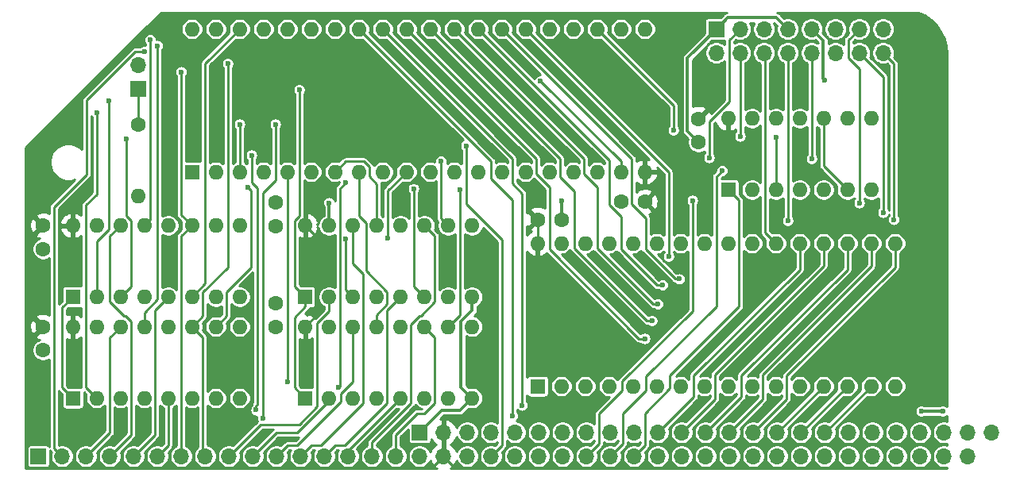
<source format=gtl>
G04 #@! TF.GenerationSoftware,KiCad,Pcbnew,(5.1.12)-1*
G04 #@! TF.CreationDate,2023-07-18T15:57:14+01:00*
G04 #@! TF.ProjectId,CPCRAM,43504352-414d-42e6-9b69-6361645f7063,rev?*
G04 #@! TF.SameCoordinates,Original*
G04 #@! TF.FileFunction,Copper,L1,Top*
G04 #@! TF.FilePolarity,Positive*
%FSLAX46Y46*%
G04 Gerber Fmt 4.6, Leading zero omitted, Abs format (unit mm)*
G04 Created by KiCad (PCBNEW (5.1.12)-1) date 2023-07-18 15:57:14*
%MOMM*%
%LPD*%
G01*
G04 APERTURE LIST*
G04 #@! TA.AperFunction,ComponentPad*
%ADD10O,1.600000X1.600000*%
G04 #@! TD*
G04 #@! TA.AperFunction,ComponentPad*
%ADD11R,1.600000X1.600000*%
G04 #@! TD*
G04 #@! TA.AperFunction,ComponentPad*
%ADD12O,1.700000X1.700000*%
G04 #@! TD*
G04 #@! TA.AperFunction,ComponentPad*
%ADD13R,1.700000X1.700000*%
G04 #@! TD*
G04 #@! TA.AperFunction,ComponentPad*
%ADD14C,1.600000*%
G04 #@! TD*
G04 #@! TA.AperFunction,ViaPad*
%ADD15C,0.600000*%
G04 #@! TD*
G04 #@! TA.AperFunction,Conductor*
%ADD16C,0.350000*%
G04 #@! TD*
G04 #@! TA.AperFunction,Conductor*
%ADD17C,0.250000*%
G04 #@! TD*
G04 #@! TA.AperFunction,Conductor*
%ADD18C,0.254000*%
G04 #@! TD*
G04 #@! TA.AperFunction,Conductor*
%ADD19C,0.100000*%
G04 #@! TD*
G04 APERTURE END LIST*
D10*
X159385000Y-137795000D03*
X177165000Y-145415000D03*
X161925000Y-137795000D03*
X174625000Y-145415000D03*
X164465000Y-137795000D03*
X172085000Y-145415000D03*
X167005000Y-137795000D03*
X169545000Y-145415000D03*
X169545000Y-137795000D03*
X167005000Y-145415000D03*
X172085000Y-137795000D03*
X164465000Y-145415000D03*
X174625000Y-137795000D03*
X161925000Y-145415000D03*
X177165000Y-137795000D03*
D11*
X159385000Y-145415000D03*
D12*
X245745000Y-108585000D03*
X245745000Y-106045000D03*
X243205000Y-108585000D03*
X243205000Y-106045000D03*
X240665000Y-108585000D03*
X240665000Y-106045000D03*
X238125000Y-108585000D03*
X238125000Y-106045000D03*
X235585000Y-108585000D03*
X235585000Y-106045000D03*
X233045000Y-108585000D03*
X233045000Y-106045000D03*
X230505000Y-108585000D03*
X230505000Y-106045000D03*
X227965000Y-108585000D03*
D13*
X227965000Y-106045000D03*
D12*
X257302000Y-149072600D03*
X254762000Y-149072600D03*
X252222000Y-149072600D03*
X249682000Y-149072600D03*
X247142000Y-149072600D03*
X244602000Y-149072600D03*
X242062000Y-149072600D03*
X239522000Y-149072600D03*
X236982000Y-149072600D03*
X234442000Y-149072600D03*
X231902000Y-149072600D03*
X229362000Y-149072600D03*
X226822000Y-149072600D03*
X224282000Y-149072600D03*
X221742000Y-149072600D03*
X219202000Y-149072600D03*
X216662000Y-149072600D03*
X214122000Y-149072600D03*
X211582000Y-149072600D03*
X209042000Y-149072600D03*
X206502000Y-149072600D03*
X203962000Y-149072600D03*
X201422000Y-149072600D03*
X198882000Y-149072600D03*
D13*
X196342000Y-149072600D03*
D10*
X208915000Y-128905000D03*
X247015000Y-144145000D03*
X211455000Y-128905000D03*
X244475000Y-144145000D03*
X213995000Y-128905000D03*
X241935000Y-144145000D03*
X216535000Y-128905000D03*
X239395000Y-144145000D03*
X219075000Y-128905000D03*
X236855000Y-144145000D03*
X221615000Y-128905000D03*
X234315000Y-144145000D03*
X224155000Y-128905000D03*
X231775000Y-144145000D03*
X226695000Y-128905000D03*
X229235000Y-144145000D03*
X229235000Y-128905000D03*
X226695000Y-144145000D03*
X231775000Y-128905000D03*
X224155000Y-144145000D03*
X234315000Y-128905000D03*
X221615000Y-144145000D03*
X236855000Y-128905000D03*
X219075000Y-144145000D03*
X239395000Y-128905000D03*
X216535000Y-144145000D03*
X241935000Y-128905000D03*
X213995000Y-144145000D03*
X244475000Y-128905000D03*
X211455000Y-144145000D03*
X247015000Y-128905000D03*
D11*
X208915000Y-144145000D03*
D10*
X229235000Y-115570000D03*
X244475000Y-123190000D03*
X231775000Y-115570000D03*
X241935000Y-123190000D03*
X234315000Y-115570000D03*
X239395000Y-123190000D03*
X236855000Y-115570000D03*
X236855000Y-123190000D03*
X239395000Y-115570000D03*
X234315000Y-123190000D03*
X241935000Y-115570000D03*
X231775000Y-123190000D03*
X244475000Y-115570000D03*
D11*
X229235000Y-123190000D03*
D10*
X166370000Y-123825000D03*
D14*
X166370000Y-116205000D03*
D12*
X254762000Y-151612600D03*
X252222000Y-151612600D03*
X249682000Y-151612600D03*
X247142000Y-151612600D03*
X244602000Y-151612600D03*
X242062000Y-151612600D03*
X239522000Y-151612600D03*
X236982000Y-151612600D03*
X234442000Y-151612600D03*
X231902000Y-151612600D03*
X229362000Y-151612600D03*
X226822000Y-151612600D03*
X224282000Y-151612600D03*
X221742000Y-151612600D03*
X219202000Y-151612600D03*
X216662000Y-151612600D03*
X214122000Y-151612600D03*
X211582000Y-151612600D03*
X209042000Y-151612600D03*
X206502000Y-151612600D03*
X203962000Y-151612600D03*
X201422000Y-151612600D03*
X198882000Y-151612600D03*
X196342000Y-151612600D03*
X193802000Y-151612600D03*
X191262000Y-151612600D03*
X188722000Y-151612600D03*
X186182000Y-151612600D03*
X183642000Y-151612600D03*
X181102000Y-151612600D03*
X178562000Y-151612600D03*
X176022000Y-151612600D03*
X173482000Y-151612600D03*
X170942000Y-151612600D03*
X168402000Y-151612600D03*
X165862000Y-151612600D03*
X163322000Y-151612600D03*
X160782000Y-151612600D03*
X158242000Y-151612600D03*
D13*
X155702000Y-151612600D03*
D12*
X166370000Y-109855000D03*
D13*
X166370000Y-112395000D03*
D10*
X159385000Y-127000000D03*
X177165000Y-134620000D03*
X161925000Y-127000000D03*
X174625000Y-134620000D03*
X164465000Y-127000000D03*
X172085000Y-134620000D03*
X167005000Y-127000000D03*
X169545000Y-134620000D03*
X169545000Y-127000000D03*
X167005000Y-134620000D03*
X172085000Y-127000000D03*
X164465000Y-134620000D03*
X174625000Y-127000000D03*
X161925000Y-134620000D03*
X177165000Y-127000000D03*
D11*
X159385000Y-134620000D03*
D10*
X184150000Y-127000000D03*
X201930000Y-134620000D03*
X186690000Y-127000000D03*
X199390000Y-134620000D03*
X189230000Y-127000000D03*
X196850000Y-134620000D03*
X191770000Y-127000000D03*
X194310000Y-134620000D03*
X194310000Y-127000000D03*
X191770000Y-134620000D03*
X196850000Y-127000000D03*
X189230000Y-134620000D03*
X199390000Y-127000000D03*
X186690000Y-134620000D03*
X201930000Y-127000000D03*
D11*
X184150000Y-134620000D03*
D10*
X184150000Y-137795000D03*
X201930000Y-145415000D03*
X186690000Y-137795000D03*
X199390000Y-145415000D03*
X189230000Y-137795000D03*
X196850000Y-145415000D03*
X191770000Y-137795000D03*
X194310000Y-145415000D03*
X194310000Y-137795000D03*
X191770000Y-145415000D03*
X196850000Y-137795000D03*
X189230000Y-145415000D03*
X199390000Y-137795000D03*
X186690000Y-145415000D03*
X201930000Y-137795000D03*
D11*
X184150000Y-145415000D03*
D10*
X172085000Y-106045000D03*
X220345000Y-121285000D03*
X174625000Y-106045000D03*
X217805000Y-121285000D03*
X177165000Y-106045000D03*
X215265000Y-121285000D03*
X179705000Y-106045000D03*
X212725000Y-121285000D03*
X182245000Y-106045000D03*
X210185000Y-121285000D03*
X184785000Y-106045000D03*
X207645000Y-121285000D03*
X187325000Y-106045000D03*
X205105000Y-121285000D03*
X189865000Y-106045000D03*
X202565000Y-121285000D03*
X192405000Y-106045000D03*
X200025000Y-121285000D03*
X194945000Y-106045000D03*
X197485000Y-121285000D03*
X197485000Y-106045000D03*
X194945000Y-121285000D03*
X200025000Y-106045000D03*
X192405000Y-121285000D03*
X202565000Y-106045000D03*
X189865000Y-121285000D03*
X205105000Y-106045000D03*
X187325000Y-121285000D03*
X207645000Y-106045000D03*
X184785000Y-121285000D03*
X210185000Y-106045000D03*
X182245000Y-121285000D03*
X212725000Y-106045000D03*
X179705000Y-121285000D03*
X215265000Y-106045000D03*
X177165000Y-121285000D03*
X217805000Y-106045000D03*
X174625000Y-121285000D03*
X220345000Y-106045000D03*
D11*
X172085000Y-121285000D03*
D14*
X226060000Y-118110000D03*
X226060000Y-115610000D03*
X217845000Y-124460000D03*
X220345000Y-124460000D03*
X211455000Y-126365000D03*
X208955000Y-126365000D03*
X180975000Y-135295000D03*
X180975000Y-137795000D03*
X180975000Y-124540000D03*
X180975000Y-127040000D03*
X156210000Y-140295000D03*
X156210000Y-137795000D03*
X156210000Y-129500000D03*
X156210000Y-127000000D03*
D15*
X239522000Y-111506000D03*
X211455000Y-124333000D03*
X186690000Y-124587000D03*
X252095000Y-146812000D03*
X249809000Y-146812000D03*
X201930000Y-128905000D03*
X199389998Y-128905000D03*
X209232500Y-111569500D03*
X227203000Y-119761000D03*
X167640000Y-107188000D03*
X179632531Y-147574000D03*
X180975000Y-116205000D03*
X168402002Y-107823000D03*
X165100000Y-117729000D03*
X206248002Y-147320000D03*
X178435000Y-119507000D03*
X178932299Y-146679088D03*
X207264002Y-146177000D03*
X220345000Y-139065000D03*
X178054000Y-122936000D03*
X221107000Y-137160000D03*
X192958999Y-128315999D03*
X188468000Y-128397002D03*
X221742000Y-135382000D03*
X188468000Y-122448000D03*
X187706000Y-144272000D03*
X222250000Y-133350000D03*
X224027998Y-132705010D03*
X222885000Y-130302000D03*
X195707000Y-123073000D03*
X167005000Y-108458000D03*
X182245001Y-143637001D03*
X175895000Y-109727998D03*
X198628000Y-120142000D03*
X223392998Y-116840000D03*
X177165000Y-116205000D03*
X170942000Y-110617000D03*
X201295000Y-118491000D03*
X200660000Y-123190000D03*
X230505000Y-117475000D03*
X234315000Y-117602000D03*
X228600000Y-121158000D03*
X225425000Y-124333000D03*
X243205002Y-124587000D03*
X183515000Y-112522000D03*
X245745000Y-125603000D03*
X238125000Y-119888000D03*
X235585000Y-126492000D03*
X246888000Y-126365000D03*
X161925000Y-114934998D03*
X163194998Y-113665000D03*
D16*
X224884999Y-116934999D02*
X226060000Y-118110000D01*
X224884999Y-109125001D02*
X224884999Y-116934999D01*
X227965000Y-106045000D02*
X224884999Y-109125001D01*
X239350001Y-111334001D02*
X239522000Y-111506000D01*
X239350001Y-107270001D02*
X239350001Y-111334001D01*
X238125000Y-106045000D02*
X239350001Y-107270001D01*
X198729600Y-146685000D02*
X196342000Y-149072600D01*
X200660000Y-146685000D02*
X198729600Y-146685000D01*
X201930000Y-145415000D02*
X200660000Y-146685000D01*
X200754999Y-144239999D02*
X201930000Y-145415000D01*
X200754999Y-137230999D02*
X200754999Y-144239999D01*
X201930000Y-136055998D02*
X200754999Y-137230999D01*
X201930000Y-134620000D02*
X201930000Y-136055998D01*
X234359999Y-104819999D02*
X229190001Y-104819999D01*
X229190001Y-104819999D02*
X227965000Y-106045000D01*
X235585000Y-106045000D02*
X234359999Y-104819999D01*
X211455000Y-126365000D02*
X211455000Y-124333000D01*
X186690000Y-127000000D02*
X186690000Y-124587000D01*
X249809000Y-146812000D02*
X252095000Y-146812000D01*
D17*
X208955000Y-128865000D02*
X208915000Y-128905000D01*
X208955000Y-126365000D02*
X208955000Y-128865000D01*
X185275001Y-128125001D02*
X184150000Y-127000000D01*
X185275001Y-136669999D02*
X185275001Y-128125001D01*
X184150000Y-137795000D02*
X185275001Y-136669999D01*
X198882000Y-151612600D02*
X197840600Y-152654000D01*
X197840600Y-152654000D02*
X197840600Y-152679400D01*
X198882000Y-151612600D02*
X199923400Y-152654000D01*
X217805000Y-121285000D02*
X217805000Y-120142000D01*
X217805000Y-120142000D02*
X209232500Y-111569500D01*
X173499999Y-133205001D02*
X172085000Y-134620000D01*
X173499999Y-109710001D02*
X173499999Y-133205001D01*
X177165000Y-106045000D02*
X173499999Y-109710001D01*
X230505000Y-106045000D02*
X229329999Y-107220001D01*
X229329999Y-113809999D02*
X227203000Y-115936998D01*
X229329999Y-107220001D02*
X229329999Y-113809999D01*
X227203000Y-115936998D02*
X227203000Y-119761000D01*
X167640000Y-126365000D02*
X167640000Y-123825000D01*
X167005000Y-127000000D02*
X167640000Y-126365000D01*
X167640000Y-123825000D02*
X167640000Y-107188000D01*
X179632531Y-147574000D02*
X179632531Y-123529468D01*
X179632531Y-123529468D02*
X180975000Y-122186999D01*
X180975000Y-122186999D02*
X180975000Y-116205000D01*
X167005000Y-137795000D02*
X167005000Y-136285002D01*
X167005000Y-136285002D02*
X168402002Y-134888000D01*
X168402002Y-134888000D02*
X168402002Y-107823000D01*
X164465000Y-134620000D02*
X165590001Y-133494999D01*
X165590001Y-133494999D02*
X165590001Y-126474001D01*
X165590001Y-126474001D02*
X165100000Y-125984000D01*
X165100000Y-125984000D02*
X165100000Y-117729000D01*
X203979999Y-122029001D02*
X206248002Y-124297004D01*
X206248002Y-124297004D02*
X206248002Y-147320000D01*
X189865000Y-106045000D02*
X203979999Y-120159999D01*
X203979999Y-120159999D02*
X203979999Y-122029001D01*
X179060002Y-146127121D02*
X178932299Y-146254824D01*
X179060002Y-123016998D02*
X179060002Y-146127121D01*
X178435000Y-122391996D02*
X179060002Y-123016998D01*
X178932299Y-146254824D02*
X178932299Y-146679088D01*
X178435000Y-119507000D02*
X178435000Y-122391996D01*
X207264000Y-146176998D02*
X207264002Y-146177000D01*
X206230001Y-119870001D02*
X205613000Y-119253000D01*
X207264000Y-123571000D02*
X206230001Y-122537001D01*
X192405000Y-106045000D02*
X205613000Y-119253000D01*
X206230001Y-122537001D02*
X206230001Y-119870001D01*
X207264000Y-123571000D02*
X207264000Y-146176998D01*
X208770001Y-121535003D02*
X210185000Y-122950002D01*
X194945000Y-106045000D02*
X208770001Y-119870001D01*
X208770001Y-119870001D02*
X208770001Y-121535003D01*
X219710000Y-139065000D02*
X210185000Y-129540000D01*
X220345000Y-139065000D02*
X219710000Y-139065000D01*
X210185000Y-122950002D02*
X210185000Y-129540000D01*
X175750001Y-136669999D02*
X175750001Y-134079999D01*
X178353999Y-131476001D02*
X178353999Y-123235999D01*
X174625000Y-137795000D02*
X175750001Y-136669999D01*
X175750001Y-134079999D02*
X178353999Y-131476001D01*
X178353999Y-123235999D02*
X178054000Y-122936000D01*
X211310001Y-121825001D02*
X212852000Y-123367000D01*
X197485000Y-106045000D02*
X211310001Y-119870001D01*
X211310001Y-119870001D02*
X211310001Y-121825001D01*
X212852000Y-129427002D02*
X212852000Y-129159000D01*
X220584998Y-137160000D02*
X212852000Y-129427002D01*
X221107000Y-137160000D02*
X220584998Y-137160000D01*
X212852000Y-123367000D02*
X212852000Y-129159000D01*
X194945000Y-121285000D02*
X192958999Y-123271001D01*
X192958999Y-123271001D02*
X192958999Y-128315999D01*
X189230000Y-134620000D02*
X188430001Y-133820001D01*
X188430001Y-133820001D02*
X188430001Y-128435001D01*
X188430001Y-128435001D02*
X188468000Y-128397002D01*
X213850001Y-121535003D02*
X215265000Y-122950002D01*
X200025000Y-106045000D02*
X213850001Y-119870001D01*
X213850001Y-119870001D02*
X213850001Y-121535003D01*
X215265000Y-129413000D02*
X215265000Y-128651000D01*
X221234000Y-135382000D02*
X215265000Y-129413000D01*
X221742000Y-135382000D02*
X221234000Y-135382000D01*
X215265000Y-122950002D02*
X215265000Y-128651000D01*
X192405000Y-121285000D02*
X192895001Y-121775001D01*
X188468000Y-122448000D02*
X187833000Y-123083000D01*
X187833000Y-123083000D02*
X187833000Y-144145000D01*
X187833000Y-144145000D02*
X187706000Y-144272000D01*
X216547999Y-120027999D02*
X216547999Y-124828001D01*
X202565000Y-106045000D02*
X216547999Y-120027999D01*
X216547999Y-124828001D02*
X217805000Y-126085002D01*
X221615000Y-133350000D02*
X217805000Y-129540000D01*
X222250000Y-133350000D02*
X221615000Y-133350000D01*
X217805000Y-126085002D02*
X217805000Y-129540000D01*
X190644999Y-126763999D02*
X189865000Y-125984000D01*
X190644999Y-131843999D02*
X190644999Y-126763999D01*
X192895001Y-134094001D02*
X190644999Y-131843999D01*
X189865000Y-125984000D02*
X189865000Y-121285000D01*
X192895001Y-135398589D02*
X192895001Y-134094001D01*
X191770000Y-136523590D02*
X192895001Y-135398589D01*
X191770000Y-137795000D02*
X191770000Y-136523590D01*
X220426001Y-126206003D02*
X220426001Y-129527277D01*
X205105000Y-106045000D02*
X218970001Y-119910001D01*
X223603734Y-132705010D02*
X224027998Y-132705010D01*
X220426001Y-129527277D02*
X223603734Y-132705010D01*
X218970001Y-124750003D02*
X220426001Y-126206003D01*
X218970001Y-119910001D02*
X218970001Y-124750003D01*
X188450001Y-120159999D02*
X187325000Y-121285000D01*
X190405001Y-120159999D02*
X188450001Y-120159999D01*
X190990001Y-120744999D02*
X190405001Y-120159999D01*
X190990001Y-121775001D02*
X190990001Y-120744999D01*
X191770000Y-122555000D02*
X190990001Y-121775001D01*
X191770000Y-127000000D02*
X191770000Y-122555000D01*
X207645000Y-106045000D02*
X222885000Y-121285000D01*
X222885000Y-121285000D02*
X222885000Y-130302000D01*
X195707000Y-133477000D02*
X195707000Y-123073000D01*
X196850000Y-134620000D02*
X195707000Y-133477000D01*
X158242000Y-151612600D02*
X157392001Y-150762601D01*
X160852801Y-121546201D02*
X157392001Y-125007001D01*
X160852801Y-113633197D02*
X160852801Y-121546201D01*
X166027998Y-108458000D02*
X160852801Y-113633197D01*
X167005000Y-108458000D02*
X166027998Y-108458000D01*
X157392001Y-150762601D02*
X157392001Y-125007001D01*
X182245000Y-121285000D02*
X182735001Y-121775001D01*
X182245000Y-121285000D02*
X182245001Y-122416371D01*
X182245001Y-122416371D02*
X182245001Y-143637001D01*
X173210001Y-151340601D02*
X173482000Y-151612600D01*
X173210001Y-138920001D02*
X173210001Y-151340601D01*
X172085000Y-137795000D02*
X173210001Y-138920001D01*
X175895000Y-131446410D02*
X175895000Y-109727998D01*
X172085000Y-137795000D02*
X173210001Y-136669999D01*
X173210001Y-136669999D02*
X173210001Y-134131409D01*
X173210001Y-134131409D02*
X175895000Y-131446410D01*
X198628000Y-126238000D02*
X198628000Y-120142000D01*
X199390000Y-127000000D02*
X198628000Y-126238000D01*
X215265000Y-106045000D02*
X223392998Y-114172998D01*
X223392998Y-114172998D02*
X223392998Y-116840000D01*
X166370000Y-112395000D02*
X166370000Y-116205000D01*
X177165000Y-121285000D02*
X177165000Y-116205000D01*
X172085000Y-127000000D02*
X171594999Y-126509999D01*
X170959999Y-151594601D02*
X170942000Y-151612600D01*
X170959999Y-128125001D02*
X170959999Y-151594601D01*
X172085000Y-127000000D02*
X170959999Y-128125001D01*
X170942000Y-125857000D02*
X170942000Y-110617000D01*
X172085000Y-127000000D02*
X170942000Y-125857000D01*
X203962000Y-151612600D02*
X205137001Y-150437599D01*
X205137001Y-150437599D02*
X205137001Y-128541999D01*
X205137001Y-128541999D02*
X201295000Y-124699998D01*
X201295000Y-124699998D02*
X201295000Y-118491000D01*
X199390000Y-137795000D02*
X200660000Y-136525000D01*
X200660000Y-136525000D02*
X200660000Y-123190000D01*
X230505000Y-108585000D02*
X230505000Y-117475000D01*
X234315000Y-123190000D02*
X234315000Y-117602000D01*
X239395000Y-120650000D02*
X241935000Y-123190000D01*
X239395000Y-115570000D02*
X239395000Y-120650000D01*
X218026999Y-147098001D02*
X218026999Y-150247601D01*
X218026999Y-150247601D02*
X216662000Y-151612600D01*
X220489999Y-143111001D02*
X220489999Y-144635001D01*
X220489999Y-144635001D02*
X218026999Y-147098001D01*
X227965000Y-135636000D02*
X220489999Y-143111001D01*
X227965000Y-121793000D02*
X227965000Y-135636000D01*
X228600000Y-121158000D02*
X227965000Y-121793000D01*
X230360001Y-124315001D02*
X229235000Y-123190000D01*
X230360001Y-135653999D02*
X230360001Y-124315001D01*
X223029999Y-142984001D02*
X230360001Y-135653999D01*
X223029999Y-144381001D02*
X223029999Y-142984001D01*
X220377001Y-147033999D02*
X223029999Y-144381001D01*
X220377001Y-150437599D02*
X220377001Y-147033999D01*
X219202000Y-151612600D02*
X220377001Y-150437599D01*
X217949999Y-143619001D02*
X225425000Y-136144000D01*
X217949999Y-144635001D02*
X217949999Y-143619001D01*
X215486999Y-150247601D02*
X215486999Y-147098001D01*
X214122000Y-151612600D02*
X215486999Y-150247601D01*
X215486999Y-147098001D02*
X217949999Y-144635001D01*
X225425000Y-136144000D02*
X225425000Y-124333000D01*
X188412403Y-150437599D02*
X187357001Y-150437599D01*
X192895001Y-145955001D02*
X188412403Y-150437599D01*
X192895001Y-136034999D02*
X192895001Y-145955001D01*
X187357001Y-150437599D02*
X186182000Y-151612600D01*
X194310000Y-134620000D02*
X192895001Y-136034999D01*
X197975001Y-128125001D02*
X196850000Y-127000000D01*
X197975001Y-135160001D02*
X197975001Y-128125001D01*
X196465003Y-136669999D02*
X197975001Y-135160001D01*
X196309999Y-136669999D02*
X196465003Y-136669999D01*
X195435001Y-137544997D02*
X196309999Y-136669999D01*
X195435001Y-145955001D02*
X195435001Y-137544997D01*
X191262000Y-150128002D02*
X195435001Y-145955001D01*
X191262000Y-151612600D02*
X191262000Y-150128002D01*
X193802000Y-145923000D02*
X194310000Y-145415000D01*
X188722000Y-151003000D02*
X188722000Y-151612600D01*
X194310000Y-145415000D02*
X188722000Y-151003000D01*
X193802000Y-149327598D02*
X193802000Y-151612600D01*
X196063598Y-147066000D02*
X193802000Y-149327598D01*
X197975001Y-145955001D02*
X196864002Y-147066000D01*
X197975001Y-138920001D02*
X197975001Y-145955001D01*
X196864002Y-147066000D02*
X196063598Y-147066000D01*
X196850000Y-137795000D02*
X197975001Y-138920001D01*
X179425600Y-148209000D02*
X176022000Y-151612600D01*
X183541002Y-148209000D02*
X179425600Y-148209000D01*
X185420000Y-146330002D02*
X183541002Y-148209000D01*
X185420000Y-137414000D02*
X185420000Y-146330002D01*
X186690000Y-136144000D02*
X185420000Y-137414000D01*
X186690000Y-134620000D02*
X186690000Y-136144000D01*
X182277001Y-150437599D02*
X181102000Y-151612600D01*
X183332403Y-150437599D02*
X182277001Y-150437599D01*
X187960000Y-145810002D02*
X183332403Y-150437599D01*
X187960000Y-144970500D02*
X187960000Y-145810002D01*
X189230000Y-143700500D02*
X187960000Y-144970500D01*
X189230000Y-137795000D02*
X189230000Y-143700500D01*
X186690000Y-145696412D02*
X186690000Y-145415000D01*
X183288412Y-149098000D02*
X186690000Y-145696412D01*
X181076600Y-149098000D02*
X183288412Y-149098000D01*
X178562000Y-151612600D02*
X181076600Y-149098000D01*
X189230000Y-127000000D02*
X189230000Y-131065411D01*
X189230000Y-131065411D02*
X190355001Y-132190412D01*
X185872403Y-150437599D02*
X184817001Y-150437599D01*
X190355001Y-132190412D02*
X190355001Y-145955001D01*
X190355001Y-145955001D02*
X185872403Y-150437599D01*
X184817001Y-150437599D02*
X183642000Y-151612600D01*
X168130001Y-149344599D02*
X165862000Y-151612600D01*
X168130001Y-136034999D02*
X168130001Y-149344599D01*
X169545000Y-134620000D02*
X168130001Y-136034999D01*
X169545000Y-150469600D02*
X168402000Y-151612600D01*
X169545000Y-145415000D02*
X169545000Y-150469600D01*
X163339999Y-149054601D02*
X160782000Y-151612600D01*
X163339999Y-138920001D02*
X163339999Y-149054601D01*
X164465000Y-137795000D02*
X163339999Y-138920001D01*
X165590001Y-149344599D02*
X163322000Y-151612600D01*
X165590001Y-137254999D02*
X165590001Y-149344599D01*
X165005001Y-136669999D02*
X165590001Y-137254999D01*
X164863999Y-136669999D02*
X165005001Y-136669999D01*
X163339999Y-128125001D02*
X163339999Y-135145999D01*
X163339999Y-135145999D02*
X164863999Y-136669999D01*
X164465000Y-127000000D02*
X163339999Y-128125001D01*
X242029999Y-107220001D02*
X243205000Y-106045000D01*
X243205002Y-110324004D02*
X242029999Y-109149001D01*
X242029999Y-109149001D02*
X242029999Y-107220001D01*
X243205002Y-124587000D02*
X243205002Y-110324004D01*
X230649999Y-145244601D02*
X226822000Y-149072600D01*
X230649999Y-142984001D02*
X230649999Y-145244601D01*
X241935000Y-131699000D02*
X230649999Y-142984001D01*
X241935000Y-128905000D02*
X241935000Y-131699000D01*
X227820001Y-145534599D02*
X224282000Y-149072600D01*
X227820001Y-142892999D02*
X227820001Y-145534599D01*
X239395000Y-131318000D02*
X227820001Y-142892999D01*
X239395000Y-128905000D02*
X239395000Y-131318000D01*
X225569999Y-145244601D02*
X221742000Y-149072600D01*
X236855000Y-131699000D02*
X225569999Y-142984001D01*
X225569999Y-142984001D02*
X225569999Y-145244601D01*
X236855000Y-128905000D02*
X236855000Y-131699000D01*
X239547400Y-149072600D02*
X239522000Y-149072600D01*
X244475000Y-144145000D02*
X239547400Y-149072600D01*
X237007400Y-149072600D02*
X236982000Y-149072600D01*
X241935000Y-144145000D02*
X237007400Y-149072600D01*
X234467400Y-149072600D02*
X234442000Y-149072600D01*
X239395000Y-144145000D02*
X234467400Y-149072600D01*
X235440001Y-145534599D02*
X231902000Y-149072600D01*
X235440001Y-143019999D02*
X235440001Y-145534599D01*
X247015000Y-131445000D02*
X235440001Y-143019999D01*
X247015000Y-128905000D02*
X247015000Y-131445000D01*
X232900001Y-145534599D02*
X229362000Y-149072600D01*
X244475000Y-131335999D02*
X232900001Y-142910998D01*
X232900001Y-142910998D02*
X232900001Y-145534599D01*
X244475000Y-128905000D02*
X244475000Y-131335999D01*
X183024999Y-144289999D02*
X184150000Y-145415000D01*
X183024999Y-136795001D02*
X183024999Y-144289999D01*
X184150000Y-135670000D02*
X183024999Y-136795001D01*
X184150000Y-134620000D02*
X184150000Y-135670000D01*
X158259999Y-135745001D02*
X159385000Y-134620000D01*
X158259999Y-144289999D02*
X158259999Y-135745001D01*
X159385000Y-145415000D02*
X158259999Y-144289999D01*
X184150000Y-134620000D02*
X183024999Y-133494999D01*
X183024999Y-126459999D02*
X183515000Y-125969998D01*
X183024999Y-133494999D02*
X183024999Y-126459999D01*
X183515000Y-125969998D02*
X183515000Y-112522000D01*
X243205000Y-108585000D02*
X245745000Y-111125000D01*
X245745000Y-111125000D02*
X245745000Y-125603000D01*
X238125000Y-108585000D02*
X238125000Y-119888000D01*
X235585000Y-108585000D02*
X235585000Y-126492000D01*
X233189999Y-108729999D02*
X233045000Y-108585000D01*
X233189999Y-127779999D02*
X233189999Y-108729999D01*
X234315000Y-128905000D02*
X233189999Y-127779999D01*
X245745000Y-108585000D02*
X246888000Y-109728000D01*
X246888000Y-126365000D02*
X246888000Y-125349000D01*
X246888000Y-109728000D02*
X246888000Y-125349000D01*
X160799999Y-144289999D02*
X160799999Y-124813391D01*
X161925000Y-145415000D02*
X160799999Y-144289999D01*
X160799999Y-124813391D02*
X161925000Y-123688390D01*
X161925000Y-123688390D02*
X161925000Y-114934998D01*
X161925000Y-128665002D02*
X163194998Y-127395004D01*
X161925000Y-134620000D02*
X161925000Y-128665002D01*
X163194998Y-127395004D02*
X163194998Y-113665000D01*
D18*
X229081006Y-104272044D02*
X228976200Y-104303837D01*
X228879609Y-104355465D01*
X228794948Y-104424946D01*
X228777536Y-104446162D01*
X228411541Y-104812157D01*
X227115000Y-104812157D01*
X227040311Y-104819513D01*
X226968492Y-104841299D01*
X226902304Y-104876678D01*
X226844289Y-104924289D01*
X226796678Y-104982304D01*
X226761299Y-105048492D01*
X226739513Y-105120311D01*
X226732157Y-105195000D01*
X226732157Y-106491541D01*
X224511167Y-108712532D01*
X224489946Y-108729948D01*
X224420465Y-108814609D01*
X224368837Y-108911201D01*
X224337044Y-109016007D01*
X224328999Y-109097690D01*
X224328999Y-109097697D01*
X224326310Y-109125001D01*
X224328999Y-109152305D01*
X224329000Y-116907685D01*
X224326310Y-116934999D01*
X224337044Y-117043993D01*
X224342935Y-117063412D01*
X224368838Y-117148800D01*
X224420466Y-117245391D01*
X224489947Y-117330052D01*
X224511162Y-117347463D01*
X224925800Y-117762102D01*
X224924386Y-117765515D01*
X224879000Y-117993682D01*
X224879000Y-118226318D01*
X224924386Y-118454485D01*
X225013412Y-118669413D01*
X225142658Y-118862843D01*
X225307157Y-119027342D01*
X225500587Y-119156588D01*
X225715515Y-119245614D01*
X225943682Y-119291000D01*
X226176318Y-119291000D01*
X226404485Y-119245614D01*
X226619413Y-119156588D01*
X226697001Y-119104745D01*
X226697001Y-119303920D01*
X226674033Y-119326888D01*
X226599506Y-119438426D01*
X226548171Y-119562360D01*
X226522000Y-119693927D01*
X226522000Y-119828073D01*
X226548171Y-119959640D01*
X226599506Y-120083574D01*
X226674033Y-120195112D01*
X226768888Y-120289967D01*
X226880426Y-120364494D01*
X227004360Y-120415829D01*
X227135927Y-120442000D01*
X227270073Y-120442000D01*
X227401640Y-120415829D01*
X227525574Y-120364494D01*
X227637112Y-120289967D01*
X227731967Y-120195112D01*
X227806494Y-120083574D01*
X227857829Y-119959640D01*
X227884000Y-119828073D01*
X227884000Y-119693927D01*
X227857829Y-119562360D01*
X227806494Y-119438426D01*
X227731967Y-119326888D01*
X227709000Y-119303921D01*
X227709000Y-116146589D01*
X227867734Y-115987855D01*
X227937930Y-116183881D01*
X228082615Y-116425131D01*
X228271586Y-116633519D01*
X228497580Y-116801037D01*
X228751913Y-116921246D01*
X228885961Y-116961904D01*
X229108000Y-116839915D01*
X229108000Y-115697000D01*
X229088000Y-115697000D01*
X229088000Y-115443000D01*
X229108000Y-115443000D01*
X229108000Y-115423000D01*
X229362000Y-115423000D01*
X229362000Y-115443000D01*
X229382000Y-115443000D01*
X229382000Y-115697000D01*
X229362000Y-115697000D01*
X229362000Y-116839915D01*
X229584039Y-116961904D01*
X229718087Y-116921246D01*
X229972420Y-116801037D01*
X229999001Y-116781334D01*
X229999001Y-117017920D01*
X229976033Y-117040888D01*
X229901506Y-117152426D01*
X229850171Y-117276360D01*
X229824000Y-117407927D01*
X229824000Y-117542073D01*
X229850171Y-117673640D01*
X229901506Y-117797574D01*
X229976033Y-117909112D01*
X230070888Y-118003967D01*
X230182426Y-118078494D01*
X230306360Y-118129829D01*
X230437927Y-118156000D01*
X230572073Y-118156000D01*
X230703640Y-118129829D01*
X230827574Y-118078494D01*
X230939112Y-118003967D01*
X231033967Y-117909112D01*
X231108494Y-117797574D01*
X231159829Y-117673640D01*
X231186000Y-117542073D01*
X231186000Y-117407927D01*
X231159829Y-117276360D01*
X231108494Y-117152426D01*
X231033967Y-117040888D01*
X231011000Y-117017921D01*
X231011000Y-116476185D01*
X231022157Y-116487342D01*
X231215587Y-116616588D01*
X231430515Y-116705614D01*
X231658682Y-116751000D01*
X231891318Y-116751000D01*
X232119485Y-116705614D01*
X232334413Y-116616588D01*
X232527843Y-116487342D01*
X232684000Y-116331185D01*
X232683999Y-122428814D01*
X232527843Y-122272658D01*
X232334413Y-122143412D01*
X232119485Y-122054386D01*
X231891318Y-122009000D01*
X231658682Y-122009000D01*
X231430515Y-122054386D01*
X231215587Y-122143412D01*
X231022157Y-122272658D01*
X230857658Y-122437157D01*
X230728412Y-122630587D01*
X230639386Y-122845515D01*
X230594000Y-123073682D01*
X230594000Y-123306318D01*
X230639386Y-123534485D01*
X230728412Y-123749413D01*
X230857658Y-123942843D01*
X231022157Y-124107342D01*
X231215587Y-124236588D01*
X231430515Y-124325614D01*
X231658682Y-124371000D01*
X231891318Y-124371000D01*
X232119485Y-124325614D01*
X232334413Y-124236588D01*
X232527843Y-124107342D01*
X232683999Y-123951186D01*
X232683999Y-127755153D01*
X232681552Y-127779999D01*
X232683999Y-127804845D01*
X232683999Y-127804852D01*
X232691321Y-127879191D01*
X232720254Y-127974573D01*
X232767240Y-128062478D01*
X232830472Y-128139526D01*
X232849784Y-128155375D01*
X233201510Y-128507102D01*
X233179386Y-128560515D01*
X233134000Y-128788682D01*
X233134000Y-129021318D01*
X233179386Y-129249485D01*
X233268412Y-129464413D01*
X233397658Y-129657843D01*
X233562157Y-129822342D01*
X233755587Y-129951588D01*
X233970515Y-130040614D01*
X234198682Y-130086000D01*
X234431318Y-130086000D01*
X234659485Y-130040614D01*
X234874413Y-129951588D01*
X235067843Y-129822342D01*
X235232342Y-129657843D01*
X235361588Y-129464413D01*
X235450614Y-129249485D01*
X235496000Y-129021318D01*
X235496000Y-128788682D01*
X235450614Y-128560515D01*
X235361588Y-128345587D01*
X235232342Y-128152157D01*
X235067843Y-127987658D01*
X234874413Y-127858412D01*
X234659485Y-127769386D01*
X234431318Y-127724000D01*
X234198682Y-127724000D01*
X233970515Y-127769386D01*
X233917102Y-127791510D01*
X233695999Y-127570408D01*
X233695999Y-124196773D01*
X233755587Y-124236588D01*
X233970515Y-124325614D01*
X234198682Y-124371000D01*
X234431318Y-124371000D01*
X234659485Y-124325614D01*
X234874413Y-124236588D01*
X235067843Y-124107342D01*
X235079001Y-124096184D01*
X235079001Y-126034920D01*
X235056033Y-126057888D01*
X234981506Y-126169426D01*
X234930171Y-126293360D01*
X234904000Y-126424927D01*
X234904000Y-126559073D01*
X234930171Y-126690640D01*
X234981506Y-126814574D01*
X235056033Y-126926112D01*
X235150888Y-127020967D01*
X235262426Y-127095494D01*
X235386360Y-127146829D01*
X235517927Y-127173000D01*
X235652073Y-127173000D01*
X235783640Y-127146829D01*
X235907574Y-127095494D01*
X236019112Y-127020967D01*
X236113967Y-126926112D01*
X236188494Y-126814574D01*
X236239829Y-126690640D01*
X236266000Y-126559073D01*
X236266000Y-126424927D01*
X236239829Y-126293360D01*
X236188494Y-126169426D01*
X236113967Y-126057888D01*
X236091000Y-126034921D01*
X236091000Y-124096185D01*
X236102157Y-124107342D01*
X236295587Y-124236588D01*
X236510515Y-124325614D01*
X236738682Y-124371000D01*
X236971318Y-124371000D01*
X237199485Y-124325614D01*
X237414413Y-124236588D01*
X237607843Y-124107342D01*
X237772342Y-123942843D01*
X237901588Y-123749413D01*
X237990614Y-123534485D01*
X238036000Y-123306318D01*
X238036000Y-123073682D01*
X238214000Y-123073682D01*
X238214000Y-123306318D01*
X238259386Y-123534485D01*
X238348412Y-123749413D01*
X238477658Y-123942843D01*
X238642157Y-124107342D01*
X238835587Y-124236588D01*
X239050515Y-124325614D01*
X239278682Y-124371000D01*
X239511318Y-124371000D01*
X239739485Y-124325614D01*
X239954413Y-124236588D01*
X240147843Y-124107342D01*
X240312342Y-123942843D01*
X240441588Y-123749413D01*
X240530614Y-123534485D01*
X240576000Y-123306318D01*
X240576000Y-123073682D01*
X240530614Y-122845515D01*
X240441588Y-122630587D01*
X240312342Y-122437157D01*
X240147843Y-122272658D01*
X239954413Y-122143412D01*
X239739485Y-122054386D01*
X239511318Y-122009000D01*
X239278682Y-122009000D01*
X239050515Y-122054386D01*
X238835587Y-122143412D01*
X238642157Y-122272658D01*
X238477658Y-122437157D01*
X238348412Y-122630587D01*
X238259386Y-122845515D01*
X238214000Y-123073682D01*
X238036000Y-123073682D01*
X237990614Y-122845515D01*
X237901588Y-122630587D01*
X237772342Y-122437157D01*
X237607843Y-122272658D01*
X237414413Y-122143412D01*
X237199485Y-122054386D01*
X236971318Y-122009000D01*
X236738682Y-122009000D01*
X236510515Y-122054386D01*
X236295587Y-122143412D01*
X236102157Y-122272658D01*
X236091000Y-122283815D01*
X236091000Y-116476185D01*
X236102157Y-116487342D01*
X236295587Y-116616588D01*
X236510515Y-116705614D01*
X236738682Y-116751000D01*
X236971318Y-116751000D01*
X237199485Y-116705614D01*
X237414413Y-116616588D01*
X237607843Y-116487342D01*
X237619001Y-116476184D01*
X237619001Y-119430920D01*
X237596033Y-119453888D01*
X237521506Y-119565426D01*
X237470171Y-119689360D01*
X237444000Y-119820927D01*
X237444000Y-119955073D01*
X237470171Y-120086640D01*
X237521506Y-120210574D01*
X237596033Y-120322112D01*
X237690888Y-120416967D01*
X237802426Y-120491494D01*
X237926360Y-120542829D01*
X238057927Y-120569000D01*
X238192073Y-120569000D01*
X238323640Y-120542829D01*
X238447574Y-120491494D01*
X238559112Y-120416967D01*
X238653967Y-120322112D01*
X238728494Y-120210574D01*
X238779829Y-120086640D01*
X238806000Y-119955073D01*
X238806000Y-119820927D01*
X238779829Y-119689360D01*
X238728494Y-119565426D01*
X238653967Y-119453888D01*
X238631000Y-119430921D01*
X238631000Y-116476185D01*
X238642157Y-116487342D01*
X238835587Y-116616588D01*
X238889000Y-116638712D01*
X238889001Y-120625144D01*
X238886553Y-120650000D01*
X238896322Y-120749192D01*
X238925255Y-120844574D01*
X238934699Y-120862242D01*
X238972242Y-120932479D01*
X239035474Y-121009527D01*
X239054781Y-121025372D01*
X240821510Y-122792102D01*
X240799386Y-122845515D01*
X240754000Y-123073682D01*
X240754000Y-123306318D01*
X240799386Y-123534485D01*
X240888412Y-123749413D01*
X241017658Y-123942843D01*
X241182157Y-124107342D01*
X241375587Y-124236588D01*
X241590515Y-124325614D01*
X241818682Y-124371000D01*
X242051318Y-124371000D01*
X242279485Y-124325614D01*
X242494413Y-124236588D01*
X242687843Y-124107342D01*
X242699002Y-124096183D01*
X242699002Y-124129921D01*
X242676035Y-124152888D01*
X242601508Y-124264426D01*
X242550173Y-124388360D01*
X242524002Y-124519927D01*
X242524002Y-124654073D01*
X242550173Y-124785640D01*
X242601508Y-124909574D01*
X242676035Y-125021112D01*
X242770890Y-125115967D01*
X242882428Y-125190494D01*
X243006362Y-125241829D01*
X243137929Y-125268000D01*
X243272075Y-125268000D01*
X243403642Y-125241829D01*
X243527576Y-125190494D01*
X243639114Y-125115967D01*
X243733969Y-125021112D01*
X243808496Y-124909574D01*
X243859831Y-124785640D01*
X243886002Y-124654073D01*
X243886002Y-124519927D01*
X243859831Y-124388360D01*
X243808496Y-124264426D01*
X243733969Y-124152888D01*
X243711002Y-124129921D01*
X243711002Y-124096187D01*
X243722157Y-124107342D01*
X243915587Y-124236588D01*
X244130515Y-124325614D01*
X244358682Y-124371000D01*
X244591318Y-124371000D01*
X244819485Y-124325614D01*
X245034413Y-124236588D01*
X245227843Y-124107342D01*
X245239001Y-124096184D01*
X245239001Y-125145920D01*
X245216033Y-125168888D01*
X245141506Y-125280426D01*
X245090171Y-125404360D01*
X245064000Y-125535927D01*
X245064000Y-125670073D01*
X245090171Y-125801640D01*
X245141506Y-125925574D01*
X245216033Y-126037112D01*
X245310888Y-126131967D01*
X245422426Y-126206494D01*
X245546360Y-126257829D01*
X245677927Y-126284000D01*
X245812073Y-126284000D01*
X245943640Y-126257829D01*
X246067574Y-126206494D01*
X246179112Y-126131967D01*
X246273967Y-126037112D01*
X246348494Y-125925574D01*
X246382001Y-125844682D01*
X246382000Y-125907921D01*
X246359033Y-125930888D01*
X246284506Y-126042426D01*
X246233171Y-126166360D01*
X246207000Y-126297927D01*
X246207000Y-126432073D01*
X246233171Y-126563640D01*
X246284506Y-126687574D01*
X246359033Y-126799112D01*
X246453888Y-126893967D01*
X246565426Y-126968494D01*
X246689360Y-127019829D01*
X246820927Y-127046000D01*
X246955073Y-127046000D01*
X247086640Y-127019829D01*
X247210574Y-126968494D01*
X247322112Y-126893967D01*
X247416967Y-126799112D01*
X247491494Y-126687574D01*
X247542829Y-126563640D01*
X247569000Y-126432073D01*
X247569000Y-126297927D01*
X247542829Y-126166360D01*
X247491494Y-126042426D01*
X247416967Y-125930888D01*
X247394000Y-125907921D01*
X247394000Y-109752845D01*
X247396447Y-109727999D01*
X247394000Y-109703153D01*
X247394000Y-109703146D01*
X247386678Y-109628807D01*
X247386678Y-109628805D01*
X247357745Y-109533425D01*
X247344437Y-109508528D01*
X247310759Y-109445521D01*
X247247527Y-109368473D01*
X247228220Y-109352628D01*
X246896758Y-109021167D01*
X246928693Y-108944069D01*
X246976000Y-108706243D01*
X246976000Y-108463757D01*
X246928693Y-108225931D01*
X246835898Y-108001903D01*
X246701180Y-107800283D01*
X246529717Y-107628820D01*
X246328097Y-107494102D01*
X246104069Y-107401307D01*
X245866243Y-107354000D01*
X245623757Y-107354000D01*
X245385931Y-107401307D01*
X245161903Y-107494102D01*
X244960283Y-107628820D01*
X244788820Y-107800283D01*
X244654102Y-108001903D01*
X244561307Y-108225931D01*
X244514000Y-108463757D01*
X244514000Y-108706243D01*
X244561307Y-108944069D01*
X244654102Y-109168097D01*
X244788820Y-109369717D01*
X244960283Y-109541180D01*
X245161903Y-109675898D01*
X245385931Y-109768693D01*
X245623757Y-109816000D01*
X245866243Y-109816000D01*
X246104069Y-109768693D01*
X246181167Y-109736758D01*
X246382000Y-109937592D01*
X246382001Y-125324146D01*
X246382001Y-125361319D01*
X246348494Y-125280426D01*
X246273967Y-125168888D01*
X246251000Y-125145921D01*
X246251000Y-111149845D01*
X246253447Y-111124999D01*
X246251000Y-111100153D01*
X246251000Y-111100146D01*
X246243678Y-111025807D01*
X246214745Y-110930425D01*
X246167759Y-110842521D01*
X246104527Y-110765473D01*
X246085220Y-110749628D01*
X244356758Y-109021167D01*
X244388693Y-108944069D01*
X244436000Y-108706243D01*
X244436000Y-108463757D01*
X244388693Y-108225931D01*
X244295898Y-108001903D01*
X244161180Y-107800283D01*
X243989717Y-107628820D01*
X243788097Y-107494102D01*
X243564069Y-107401307D01*
X243326243Y-107354000D01*
X243083757Y-107354000D01*
X242845931Y-107401307D01*
X242621903Y-107494102D01*
X242535999Y-107551501D01*
X242535999Y-107429592D01*
X242768833Y-107196758D01*
X242845931Y-107228693D01*
X243083757Y-107276000D01*
X243326243Y-107276000D01*
X243564069Y-107228693D01*
X243788097Y-107135898D01*
X243989717Y-107001180D01*
X244161180Y-106829717D01*
X244295898Y-106628097D01*
X244388693Y-106404069D01*
X244436000Y-106166243D01*
X244436000Y-105923757D01*
X244514000Y-105923757D01*
X244514000Y-106166243D01*
X244561307Y-106404069D01*
X244654102Y-106628097D01*
X244788820Y-106829717D01*
X244960283Y-107001180D01*
X245161903Y-107135898D01*
X245385931Y-107228693D01*
X245623757Y-107276000D01*
X245866243Y-107276000D01*
X246104069Y-107228693D01*
X246328097Y-107135898D01*
X246529717Y-107001180D01*
X246701180Y-106829717D01*
X246835898Y-106628097D01*
X246928693Y-106404069D01*
X246976000Y-106166243D01*
X246976000Y-105923757D01*
X246928693Y-105685931D01*
X246835898Y-105461903D01*
X246701180Y-105260283D01*
X246529717Y-105088820D01*
X246328097Y-104954102D01*
X246104069Y-104861307D01*
X245866243Y-104814000D01*
X245623757Y-104814000D01*
X245385931Y-104861307D01*
X245161903Y-104954102D01*
X244960283Y-105088820D01*
X244788820Y-105260283D01*
X244654102Y-105461903D01*
X244561307Y-105685931D01*
X244514000Y-105923757D01*
X244436000Y-105923757D01*
X244388693Y-105685931D01*
X244295898Y-105461903D01*
X244161180Y-105260283D01*
X243989717Y-105088820D01*
X243788097Y-104954102D01*
X243564069Y-104861307D01*
X243326243Y-104814000D01*
X243083757Y-104814000D01*
X242845931Y-104861307D01*
X242621903Y-104954102D01*
X242420283Y-105088820D01*
X242248820Y-105260283D01*
X242114102Y-105461903D01*
X242021307Y-105685931D01*
X241974000Y-105923757D01*
X241974000Y-106166243D01*
X242021307Y-106404069D01*
X242053242Y-106481167D01*
X241689779Y-106844630D01*
X241670473Y-106860474D01*
X241607241Y-106937522D01*
X241590047Y-106969689D01*
X241560254Y-107025427D01*
X241531321Y-107120809D01*
X241521552Y-107220001D01*
X241524000Y-107244857D01*
X241524000Y-107703103D01*
X241449717Y-107628820D01*
X241248097Y-107494102D01*
X241024069Y-107401307D01*
X240786243Y-107354000D01*
X240543757Y-107354000D01*
X240305931Y-107401307D01*
X240081903Y-107494102D01*
X239906001Y-107611636D01*
X239906001Y-107297305D01*
X239908690Y-107270000D01*
X239906001Y-107242696D01*
X239906001Y-107242689D01*
X239897956Y-107161006D01*
X239866163Y-107056200D01*
X239814535Y-106959609D01*
X239745054Y-106874948D01*
X239723838Y-106857536D01*
X239297469Y-106431167D01*
X239308693Y-106404069D01*
X239356000Y-106166243D01*
X239356000Y-105923757D01*
X239434000Y-105923757D01*
X239434000Y-106166243D01*
X239481307Y-106404069D01*
X239574102Y-106628097D01*
X239708820Y-106829717D01*
X239880283Y-107001180D01*
X240081903Y-107135898D01*
X240305931Y-107228693D01*
X240543757Y-107276000D01*
X240786243Y-107276000D01*
X241024069Y-107228693D01*
X241248097Y-107135898D01*
X241449717Y-107001180D01*
X241621180Y-106829717D01*
X241755898Y-106628097D01*
X241848693Y-106404069D01*
X241896000Y-106166243D01*
X241896000Y-105923757D01*
X241848693Y-105685931D01*
X241755898Y-105461903D01*
X241621180Y-105260283D01*
X241449717Y-105088820D01*
X241248097Y-104954102D01*
X241024069Y-104861307D01*
X240786243Y-104814000D01*
X240543757Y-104814000D01*
X240305931Y-104861307D01*
X240081903Y-104954102D01*
X239880283Y-105088820D01*
X239708820Y-105260283D01*
X239574102Y-105461903D01*
X239481307Y-105685931D01*
X239434000Y-105923757D01*
X239356000Y-105923757D01*
X239308693Y-105685931D01*
X239215898Y-105461903D01*
X239081180Y-105260283D01*
X238909717Y-105088820D01*
X238708097Y-104954102D01*
X238484069Y-104861307D01*
X238246243Y-104814000D01*
X238003757Y-104814000D01*
X237765931Y-104861307D01*
X237541903Y-104954102D01*
X237340283Y-105088820D01*
X237168820Y-105260283D01*
X237034102Y-105461903D01*
X236941307Y-105685931D01*
X236894000Y-105923757D01*
X236894000Y-106166243D01*
X236941307Y-106404069D01*
X237034102Y-106628097D01*
X237168820Y-106829717D01*
X237340283Y-107001180D01*
X237541903Y-107135898D01*
X237765931Y-107228693D01*
X238003757Y-107276000D01*
X238246243Y-107276000D01*
X238484069Y-107228693D01*
X238511167Y-107217469D01*
X238794001Y-107500303D01*
X238794001Y-107551501D01*
X238708097Y-107494102D01*
X238484069Y-107401307D01*
X238246243Y-107354000D01*
X238003757Y-107354000D01*
X237765931Y-107401307D01*
X237541903Y-107494102D01*
X237340283Y-107628820D01*
X237168820Y-107800283D01*
X237034102Y-108001903D01*
X236941307Y-108225931D01*
X236894000Y-108463757D01*
X236894000Y-108706243D01*
X236941307Y-108944069D01*
X237034102Y-109168097D01*
X237168820Y-109369717D01*
X237340283Y-109541180D01*
X237541903Y-109675898D01*
X237619000Y-109707833D01*
X237619001Y-114663816D01*
X237607843Y-114652658D01*
X237414413Y-114523412D01*
X237199485Y-114434386D01*
X236971318Y-114389000D01*
X236738682Y-114389000D01*
X236510515Y-114434386D01*
X236295587Y-114523412D01*
X236102157Y-114652658D01*
X236091000Y-114663815D01*
X236091000Y-109707832D01*
X236168097Y-109675898D01*
X236369717Y-109541180D01*
X236541180Y-109369717D01*
X236675898Y-109168097D01*
X236768693Y-108944069D01*
X236816000Y-108706243D01*
X236816000Y-108463757D01*
X236768693Y-108225931D01*
X236675898Y-108001903D01*
X236541180Y-107800283D01*
X236369717Y-107628820D01*
X236168097Y-107494102D01*
X235944069Y-107401307D01*
X235706243Y-107354000D01*
X235463757Y-107354000D01*
X235225931Y-107401307D01*
X235001903Y-107494102D01*
X234800283Y-107628820D01*
X234628820Y-107800283D01*
X234494102Y-108001903D01*
X234401307Y-108225931D01*
X234354000Y-108463757D01*
X234354000Y-108706243D01*
X234401307Y-108944069D01*
X234494102Y-109168097D01*
X234628820Y-109369717D01*
X234800283Y-109541180D01*
X235001903Y-109675898D01*
X235079000Y-109707832D01*
X235079000Y-114663815D01*
X235067843Y-114652658D01*
X234874413Y-114523412D01*
X234659485Y-114434386D01*
X234431318Y-114389000D01*
X234198682Y-114389000D01*
X233970515Y-114434386D01*
X233755587Y-114523412D01*
X233695999Y-114563227D01*
X233695999Y-109630527D01*
X233829717Y-109541180D01*
X234001180Y-109369717D01*
X234135898Y-109168097D01*
X234228693Y-108944069D01*
X234276000Y-108706243D01*
X234276000Y-108463757D01*
X234228693Y-108225931D01*
X234135898Y-108001903D01*
X234001180Y-107800283D01*
X233829717Y-107628820D01*
X233628097Y-107494102D01*
X233404069Y-107401307D01*
X233166243Y-107354000D01*
X232923757Y-107354000D01*
X232685931Y-107401307D01*
X232461903Y-107494102D01*
X232260283Y-107628820D01*
X232088820Y-107800283D01*
X231954102Y-108001903D01*
X231861307Y-108225931D01*
X231814000Y-108463757D01*
X231814000Y-108706243D01*
X231861307Y-108944069D01*
X231954102Y-109168097D01*
X232088820Y-109369717D01*
X232260283Y-109541180D01*
X232461903Y-109675898D01*
X232684000Y-109767893D01*
X232684000Y-114808815D01*
X232527843Y-114652658D01*
X232334413Y-114523412D01*
X232119485Y-114434386D01*
X231891318Y-114389000D01*
X231658682Y-114389000D01*
X231430515Y-114434386D01*
X231215587Y-114523412D01*
X231022157Y-114652658D01*
X231011000Y-114663815D01*
X231011000Y-109707832D01*
X231088097Y-109675898D01*
X231289717Y-109541180D01*
X231461180Y-109369717D01*
X231595898Y-109168097D01*
X231688693Y-108944069D01*
X231736000Y-108706243D01*
X231736000Y-108463757D01*
X231688693Y-108225931D01*
X231595898Y-108001903D01*
X231461180Y-107800283D01*
X231289717Y-107628820D01*
X231088097Y-107494102D01*
X230864069Y-107401307D01*
X230626243Y-107354000D01*
X230383757Y-107354000D01*
X230145931Y-107401307D01*
X229921903Y-107494102D01*
X229835999Y-107551501D01*
X229835999Y-107429592D01*
X230068833Y-107196758D01*
X230145931Y-107228693D01*
X230383757Y-107276000D01*
X230626243Y-107276000D01*
X230864069Y-107228693D01*
X231088097Y-107135898D01*
X231289717Y-107001180D01*
X231461180Y-106829717D01*
X231595898Y-106628097D01*
X231688693Y-106404069D01*
X231736000Y-106166243D01*
X231736000Y-105923757D01*
X231688693Y-105685931D01*
X231595898Y-105461903D01*
X231538499Y-105375999D01*
X232011501Y-105375999D01*
X231954102Y-105461903D01*
X231861307Y-105685931D01*
X231814000Y-105923757D01*
X231814000Y-106166243D01*
X231861307Y-106404069D01*
X231954102Y-106628097D01*
X232088820Y-106829717D01*
X232260283Y-107001180D01*
X232461903Y-107135898D01*
X232685931Y-107228693D01*
X232923757Y-107276000D01*
X233166243Y-107276000D01*
X233404069Y-107228693D01*
X233628097Y-107135898D01*
X233829717Y-107001180D01*
X234001180Y-106829717D01*
X234135898Y-106628097D01*
X234228693Y-106404069D01*
X234276000Y-106166243D01*
X234276000Y-105923757D01*
X234228693Y-105685931D01*
X234135898Y-105461903D01*
X234078499Y-105375999D01*
X234129698Y-105375999D01*
X234412531Y-105658833D01*
X234401307Y-105685931D01*
X234354000Y-105923757D01*
X234354000Y-106166243D01*
X234401307Y-106404069D01*
X234494102Y-106628097D01*
X234628820Y-106829717D01*
X234800283Y-107001180D01*
X235001903Y-107135898D01*
X235225931Y-107228693D01*
X235463757Y-107276000D01*
X235706243Y-107276000D01*
X235944069Y-107228693D01*
X236168097Y-107135898D01*
X236369717Y-107001180D01*
X236541180Y-106829717D01*
X236675898Y-106628097D01*
X236768693Y-106404069D01*
X236816000Y-106166243D01*
X236816000Y-105923757D01*
X236768693Y-105685931D01*
X236675898Y-105461903D01*
X236541180Y-105260283D01*
X236369717Y-105088820D01*
X236168097Y-104954102D01*
X235944069Y-104861307D01*
X235706243Y-104814000D01*
X235463757Y-104814000D01*
X235225931Y-104861307D01*
X235198833Y-104872531D01*
X234772468Y-104446167D01*
X234755052Y-104424946D01*
X234670391Y-104355465D01*
X234573800Y-104303837D01*
X234468994Y-104272044D01*
X234417781Y-104267000D01*
X249475265Y-104267000D01*
X250179533Y-104595406D01*
X250853806Y-105067538D01*
X251435862Y-105649594D01*
X251907996Y-106323871D01*
X252255872Y-107069893D01*
X252468916Y-107864987D01*
X252544000Y-108723200D01*
X252544001Y-146297922D01*
X252529112Y-146283033D01*
X252417574Y-146208506D01*
X252293640Y-146157171D01*
X252162073Y-146131000D01*
X252027927Y-146131000D01*
X251896360Y-146157171D01*
X251772426Y-146208506D01*
X251701346Y-146256000D01*
X250202654Y-146256000D01*
X250131574Y-146208506D01*
X250007640Y-146157171D01*
X249876073Y-146131000D01*
X249741927Y-146131000D01*
X249610360Y-146157171D01*
X249486426Y-146208506D01*
X249374888Y-146283033D01*
X249280033Y-146377888D01*
X249205506Y-146489426D01*
X249154171Y-146613360D01*
X249128000Y-146744927D01*
X249128000Y-146879073D01*
X249154171Y-147010640D01*
X249205506Y-147134574D01*
X249280033Y-147246112D01*
X249374888Y-147340967D01*
X249486426Y-147415494D01*
X249610360Y-147466829D01*
X249741927Y-147493000D01*
X249876073Y-147493000D01*
X250007640Y-147466829D01*
X250131574Y-147415494D01*
X250202654Y-147368000D01*
X251701346Y-147368000D01*
X251772426Y-147415494D01*
X251896360Y-147466829D01*
X252027927Y-147493000D01*
X252162073Y-147493000D01*
X252293640Y-147466829D01*
X252417574Y-147415494D01*
X252529112Y-147340967D01*
X252544001Y-147326078D01*
X252544001Y-147881534D01*
X252343243Y-147841600D01*
X252100757Y-147841600D01*
X251862931Y-147888907D01*
X251638903Y-147981702D01*
X251437283Y-148116420D01*
X251265820Y-148287883D01*
X251131102Y-148489503D01*
X251038307Y-148713531D01*
X250991000Y-148951357D01*
X250991000Y-149193843D01*
X251038307Y-149431669D01*
X251131102Y-149655697D01*
X251265820Y-149857317D01*
X251437283Y-150028780D01*
X251638903Y-150163498D01*
X251862931Y-150256293D01*
X252100757Y-150303600D01*
X252343243Y-150303600D01*
X252544001Y-150263666D01*
X252544001Y-150421534D01*
X252343243Y-150381600D01*
X252100757Y-150381600D01*
X251862931Y-150428907D01*
X251638903Y-150521702D01*
X251437283Y-150656420D01*
X251265820Y-150827883D01*
X251131102Y-151029503D01*
X251038307Y-151253531D01*
X250991000Y-151491357D01*
X250991000Y-151733843D01*
X251038307Y-151971669D01*
X251131102Y-152195697D01*
X251265820Y-152397317D01*
X251437283Y-152568780D01*
X251638903Y-152703498D01*
X251862931Y-152796293D01*
X252100757Y-152843600D01*
X252343243Y-152843600D01*
X252544001Y-152803666D01*
X252544001Y-152909200D01*
X199596519Y-152909200D01*
X199648920Y-152884241D01*
X199882269Y-152710188D01*
X200077178Y-152493955D01*
X200226157Y-152243852D01*
X200283772Y-152081432D01*
X200331102Y-152195697D01*
X200465820Y-152397317D01*
X200637283Y-152568780D01*
X200838903Y-152703498D01*
X201062931Y-152796293D01*
X201300757Y-152843600D01*
X201543243Y-152843600D01*
X201781069Y-152796293D01*
X202005097Y-152703498D01*
X202206717Y-152568780D01*
X202378180Y-152397317D01*
X202512898Y-152195697D01*
X202605693Y-151971669D01*
X202653000Y-151733843D01*
X202653000Y-151491357D01*
X202605693Y-151253531D01*
X202512898Y-151029503D01*
X202378180Y-150827883D01*
X202206717Y-150656420D01*
X202005097Y-150521702D01*
X201781069Y-150428907D01*
X201543243Y-150381600D01*
X201300757Y-150381600D01*
X201062931Y-150428907D01*
X200838903Y-150521702D01*
X200637283Y-150656420D01*
X200465820Y-150827883D01*
X200331102Y-151029503D01*
X200283772Y-151143768D01*
X200226157Y-150981348D01*
X200077178Y-150731245D01*
X199882269Y-150515012D01*
X199651120Y-150342600D01*
X199882269Y-150170188D01*
X200077178Y-149953955D01*
X200226157Y-149703852D01*
X200283772Y-149541432D01*
X200331102Y-149655697D01*
X200465820Y-149857317D01*
X200637283Y-150028780D01*
X200838903Y-150163498D01*
X201062931Y-150256293D01*
X201300757Y-150303600D01*
X201543243Y-150303600D01*
X201781069Y-150256293D01*
X202005097Y-150163498D01*
X202206717Y-150028780D01*
X202378180Y-149857317D01*
X202512898Y-149655697D01*
X202605693Y-149431669D01*
X202653000Y-149193843D01*
X202653000Y-148951357D01*
X202605693Y-148713531D01*
X202512898Y-148489503D01*
X202378180Y-148287883D01*
X202206717Y-148116420D01*
X202005097Y-147981702D01*
X201781069Y-147888907D01*
X201543243Y-147841600D01*
X201300757Y-147841600D01*
X201062931Y-147888907D01*
X200838903Y-147981702D01*
X200637283Y-148116420D01*
X200465820Y-148287883D01*
X200331102Y-148489503D01*
X200283772Y-148603768D01*
X200226157Y-148441348D01*
X200077178Y-148191245D01*
X199882269Y-147975012D01*
X199648920Y-147800959D01*
X199386099Y-147675775D01*
X199238890Y-147631124D01*
X199009000Y-147752445D01*
X199009000Y-148945600D01*
X199029000Y-148945600D01*
X199029000Y-149199600D01*
X199009000Y-149199600D01*
X199009000Y-151485600D01*
X199029000Y-151485600D01*
X199029000Y-151739600D01*
X199009000Y-151739600D01*
X199009000Y-151759600D01*
X198755000Y-151759600D01*
X198755000Y-151739600D01*
X198735000Y-151739600D01*
X198735000Y-151485600D01*
X198755000Y-151485600D01*
X198755000Y-149199600D01*
X198735000Y-149199600D01*
X198735000Y-148945600D01*
X198755000Y-148945600D01*
X198755000Y-147752445D01*
X198554348Y-147646554D01*
X198959903Y-147241000D01*
X200632696Y-147241000D01*
X200660000Y-147243689D01*
X200687304Y-147241000D01*
X200687312Y-147241000D01*
X200768995Y-147232955D01*
X200873801Y-147201162D01*
X200970392Y-147149534D01*
X201055053Y-147080053D01*
X201072469Y-147058832D01*
X201582102Y-146549200D01*
X201585515Y-146550614D01*
X201813682Y-146596000D01*
X202046318Y-146596000D01*
X202274485Y-146550614D01*
X202489413Y-146461588D01*
X202682843Y-146332342D01*
X202847342Y-146167843D01*
X202976588Y-145974413D01*
X203065614Y-145759485D01*
X203111000Y-145531318D01*
X203111000Y-145298682D01*
X203065614Y-145070515D01*
X202976588Y-144855587D01*
X202847342Y-144662157D01*
X202682843Y-144497658D01*
X202489413Y-144368412D01*
X202274485Y-144279386D01*
X202046318Y-144234000D01*
X201813682Y-144234000D01*
X201585515Y-144279386D01*
X201582102Y-144280800D01*
X201310999Y-144009698D01*
X201310999Y-138801773D01*
X201370587Y-138841588D01*
X201585515Y-138930614D01*
X201813682Y-138976000D01*
X202046318Y-138976000D01*
X202274485Y-138930614D01*
X202489413Y-138841588D01*
X202682843Y-138712342D01*
X202847342Y-138547843D01*
X202976588Y-138354413D01*
X203065614Y-138139485D01*
X203111000Y-137911318D01*
X203111000Y-137678682D01*
X203065614Y-137450515D01*
X202976588Y-137235587D01*
X202847342Y-137042157D01*
X202682843Y-136877658D01*
X202489413Y-136748412D01*
X202274485Y-136659386D01*
X202139721Y-136632579D01*
X202303843Y-136468458D01*
X202325053Y-136451051D01*
X202342460Y-136429841D01*
X202342463Y-136429838D01*
X202361192Y-136407017D01*
X202394534Y-136366390D01*
X202446162Y-136269799D01*
X202471640Y-136185810D01*
X202477955Y-136164994D01*
X202479978Y-136144448D01*
X202486000Y-136083310D01*
X202486000Y-136083304D01*
X202488689Y-136055999D01*
X202486000Y-136028694D01*
X202486000Y-135668002D01*
X202489413Y-135666588D01*
X202682843Y-135537342D01*
X202847342Y-135372843D01*
X202976588Y-135179413D01*
X203065614Y-134964485D01*
X203111000Y-134736318D01*
X203111000Y-134503682D01*
X203065614Y-134275515D01*
X202976588Y-134060587D01*
X202847342Y-133867157D01*
X202682843Y-133702658D01*
X202489413Y-133573412D01*
X202274485Y-133484386D01*
X202046318Y-133439000D01*
X201813682Y-133439000D01*
X201585515Y-133484386D01*
X201370587Y-133573412D01*
X201177157Y-133702658D01*
X201166000Y-133713815D01*
X201166000Y-127906185D01*
X201177157Y-127917342D01*
X201370587Y-128046588D01*
X201585515Y-128135614D01*
X201813682Y-128181000D01*
X202046318Y-128181000D01*
X202274485Y-128135614D01*
X202489413Y-128046588D01*
X202682843Y-127917342D01*
X202847342Y-127752843D01*
X202976588Y-127559413D01*
X203065614Y-127344485D01*
X203091875Y-127212465D01*
X204631002Y-128751592D01*
X204631001Y-148039101D01*
X204545097Y-147981702D01*
X204321069Y-147888907D01*
X204083243Y-147841600D01*
X203840757Y-147841600D01*
X203602931Y-147888907D01*
X203378903Y-147981702D01*
X203177283Y-148116420D01*
X203005820Y-148287883D01*
X202871102Y-148489503D01*
X202778307Y-148713531D01*
X202731000Y-148951357D01*
X202731000Y-149193843D01*
X202778307Y-149431669D01*
X202871102Y-149655697D01*
X203005820Y-149857317D01*
X203177283Y-150028780D01*
X203378903Y-150163498D01*
X203602931Y-150256293D01*
X203840757Y-150303600D01*
X204083243Y-150303600D01*
X204321069Y-150256293D01*
X204545097Y-150163498D01*
X204631001Y-150106099D01*
X204631001Y-150228007D01*
X204398167Y-150460842D01*
X204321069Y-150428907D01*
X204083243Y-150381600D01*
X203840757Y-150381600D01*
X203602931Y-150428907D01*
X203378903Y-150521702D01*
X203177283Y-150656420D01*
X203005820Y-150827883D01*
X202871102Y-151029503D01*
X202778307Y-151253531D01*
X202731000Y-151491357D01*
X202731000Y-151733843D01*
X202778307Y-151971669D01*
X202871102Y-152195697D01*
X203005820Y-152397317D01*
X203177283Y-152568780D01*
X203378903Y-152703498D01*
X203602931Y-152796293D01*
X203840757Y-152843600D01*
X204083243Y-152843600D01*
X204321069Y-152796293D01*
X204545097Y-152703498D01*
X204746717Y-152568780D01*
X204918180Y-152397317D01*
X205052898Y-152195697D01*
X205145693Y-151971669D01*
X205193000Y-151733843D01*
X205193000Y-151491357D01*
X205271000Y-151491357D01*
X205271000Y-151733843D01*
X205318307Y-151971669D01*
X205411102Y-152195697D01*
X205545820Y-152397317D01*
X205717283Y-152568780D01*
X205918903Y-152703498D01*
X206142931Y-152796293D01*
X206380757Y-152843600D01*
X206623243Y-152843600D01*
X206861069Y-152796293D01*
X207085097Y-152703498D01*
X207286717Y-152568780D01*
X207458180Y-152397317D01*
X207592898Y-152195697D01*
X207685693Y-151971669D01*
X207733000Y-151733843D01*
X207733000Y-151491357D01*
X207811000Y-151491357D01*
X207811000Y-151733843D01*
X207858307Y-151971669D01*
X207951102Y-152195697D01*
X208085820Y-152397317D01*
X208257283Y-152568780D01*
X208458903Y-152703498D01*
X208682931Y-152796293D01*
X208920757Y-152843600D01*
X209163243Y-152843600D01*
X209401069Y-152796293D01*
X209625097Y-152703498D01*
X209826717Y-152568780D01*
X209998180Y-152397317D01*
X210132898Y-152195697D01*
X210225693Y-151971669D01*
X210273000Y-151733843D01*
X210273000Y-151491357D01*
X210351000Y-151491357D01*
X210351000Y-151733843D01*
X210398307Y-151971669D01*
X210491102Y-152195697D01*
X210625820Y-152397317D01*
X210797283Y-152568780D01*
X210998903Y-152703498D01*
X211222931Y-152796293D01*
X211460757Y-152843600D01*
X211703243Y-152843600D01*
X211941069Y-152796293D01*
X212165097Y-152703498D01*
X212366717Y-152568780D01*
X212538180Y-152397317D01*
X212672898Y-152195697D01*
X212765693Y-151971669D01*
X212813000Y-151733843D01*
X212813000Y-151491357D01*
X212765693Y-151253531D01*
X212672898Y-151029503D01*
X212538180Y-150827883D01*
X212366717Y-150656420D01*
X212165097Y-150521702D01*
X211941069Y-150428907D01*
X211703243Y-150381600D01*
X211460757Y-150381600D01*
X211222931Y-150428907D01*
X210998903Y-150521702D01*
X210797283Y-150656420D01*
X210625820Y-150827883D01*
X210491102Y-151029503D01*
X210398307Y-151253531D01*
X210351000Y-151491357D01*
X210273000Y-151491357D01*
X210225693Y-151253531D01*
X210132898Y-151029503D01*
X209998180Y-150827883D01*
X209826717Y-150656420D01*
X209625097Y-150521702D01*
X209401069Y-150428907D01*
X209163243Y-150381600D01*
X208920757Y-150381600D01*
X208682931Y-150428907D01*
X208458903Y-150521702D01*
X208257283Y-150656420D01*
X208085820Y-150827883D01*
X207951102Y-151029503D01*
X207858307Y-151253531D01*
X207811000Y-151491357D01*
X207733000Y-151491357D01*
X207685693Y-151253531D01*
X207592898Y-151029503D01*
X207458180Y-150827883D01*
X207286717Y-150656420D01*
X207085097Y-150521702D01*
X206861069Y-150428907D01*
X206623243Y-150381600D01*
X206380757Y-150381600D01*
X206142931Y-150428907D01*
X205918903Y-150521702D01*
X205717283Y-150656420D01*
X205545820Y-150827883D01*
X205411102Y-151029503D01*
X205318307Y-151253531D01*
X205271000Y-151491357D01*
X205193000Y-151491357D01*
X205145693Y-151253531D01*
X205113758Y-151176433D01*
X205477223Y-150812969D01*
X205496528Y-150797126D01*
X205559760Y-150720078D01*
X205606746Y-150632174D01*
X205635679Y-150536792D01*
X205643001Y-150462453D01*
X205643001Y-150462446D01*
X205645448Y-150437600D01*
X205643001Y-150412754D01*
X205643001Y-149954498D01*
X205717283Y-150028780D01*
X205918903Y-150163498D01*
X206142931Y-150256293D01*
X206380757Y-150303600D01*
X206623243Y-150303600D01*
X206861069Y-150256293D01*
X207085097Y-150163498D01*
X207286717Y-150028780D01*
X207458180Y-149857317D01*
X207592898Y-149655697D01*
X207685693Y-149431669D01*
X207733000Y-149193843D01*
X207733000Y-148951357D01*
X207811000Y-148951357D01*
X207811000Y-149193843D01*
X207858307Y-149431669D01*
X207951102Y-149655697D01*
X208085820Y-149857317D01*
X208257283Y-150028780D01*
X208458903Y-150163498D01*
X208682931Y-150256293D01*
X208920757Y-150303600D01*
X209163243Y-150303600D01*
X209401069Y-150256293D01*
X209625097Y-150163498D01*
X209826717Y-150028780D01*
X209998180Y-149857317D01*
X210132898Y-149655697D01*
X210225693Y-149431669D01*
X210273000Y-149193843D01*
X210273000Y-148951357D01*
X210351000Y-148951357D01*
X210351000Y-149193843D01*
X210398307Y-149431669D01*
X210491102Y-149655697D01*
X210625820Y-149857317D01*
X210797283Y-150028780D01*
X210998903Y-150163498D01*
X211222931Y-150256293D01*
X211460757Y-150303600D01*
X211703243Y-150303600D01*
X211941069Y-150256293D01*
X212165097Y-150163498D01*
X212366717Y-150028780D01*
X212538180Y-149857317D01*
X212672898Y-149655697D01*
X212765693Y-149431669D01*
X212813000Y-149193843D01*
X212813000Y-148951357D01*
X212765693Y-148713531D01*
X212672898Y-148489503D01*
X212538180Y-148287883D01*
X212366717Y-148116420D01*
X212165097Y-147981702D01*
X211941069Y-147888907D01*
X211703243Y-147841600D01*
X211460757Y-147841600D01*
X211222931Y-147888907D01*
X210998903Y-147981702D01*
X210797283Y-148116420D01*
X210625820Y-148287883D01*
X210491102Y-148489503D01*
X210398307Y-148713531D01*
X210351000Y-148951357D01*
X210273000Y-148951357D01*
X210225693Y-148713531D01*
X210132898Y-148489503D01*
X209998180Y-148287883D01*
X209826717Y-148116420D01*
X209625097Y-147981702D01*
X209401069Y-147888907D01*
X209163243Y-147841600D01*
X208920757Y-147841600D01*
X208682931Y-147888907D01*
X208458903Y-147981702D01*
X208257283Y-148116420D01*
X208085820Y-148287883D01*
X207951102Y-148489503D01*
X207858307Y-148713531D01*
X207811000Y-148951357D01*
X207733000Y-148951357D01*
X207685693Y-148713531D01*
X207592898Y-148489503D01*
X207458180Y-148287883D01*
X207286717Y-148116420D01*
X207085097Y-147981702D01*
X206861069Y-147888907D01*
X206677105Y-147852314D01*
X206682114Y-147848967D01*
X206776969Y-147754112D01*
X206851496Y-147642574D01*
X206902831Y-147518640D01*
X206929002Y-147387073D01*
X206929002Y-147252927D01*
X206902831Y-147121360D01*
X206851496Y-146997426D01*
X206776969Y-146885888D01*
X206754002Y-146862921D01*
X206754002Y-146630079D01*
X206829890Y-146705967D01*
X206941428Y-146780494D01*
X207065362Y-146831829D01*
X207196929Y-146858000D01*
X207331075Y-146858000D01*
X207462642Y-146831829D01*
X207586576Y-146780494D01*
X207698114Y-146705967D01*
X207792969Y-146611112D01*
X207867496Y-146499574D01*
X207918831Y-146375640D01*
X207945002Y-146244073D01*
X207945002Y-146109927D01*
X207918831Y-145978360D01*
X207867496Y-145854426D01*
X207792969Y-145742888D01*
X207770000Y-145719919D01*
X207770000Y-145107786D01*
X207796678Y-145157696D01*
X207844289Y-145215711D01*
X207902304Y-145263322D01*
X207968492Y-145298701D01*
X208040311Y-145320487D01*
X208115000Y-145327843D01*
X209715000Y-145327843D01*
X209789689Y-145320487D01*
X209861508Y-145298701D01*
X209927696Y-145263322D01*
X209985711Y-145215711D01*
X210033322Y-145157696D01*
X210068701Y-145091508D01*
X210090487Y-145019689D01*
X210097843Y-144945000D01*
X210097843Y-144028682D01*
X210274000Y-144028682D01*
X210274000Y-144261318D01*
X210319386Y-144489485D01*
X210408412Y-144704413D01*
X210537658Y-144897843D01*
X210702157Y-145062342D01*
X210895587Y-145191588D01*
X211110515Y-145280614D01*
X211338682Y-145326000D01*
X211571318Y-145326000D01*
X211799485Y-145280614D01*
X212014413Y-145191588D01*
X212207843Y-145062342D01*
X212372342Y-144897843D01*
X212501588Y-144704413D01*
X212590614Y-144489485D01*
X212636000Y-144261318D01*
X212636000Y-144028682D01*
X212814000Y-144028682D01*
X212814000Y-144261318D01*
X212859386Y-144489485D01*
X212948412Y-144704413D01*
X213077658Y-144897843D01*
X213242157Y-145062342D01*
X213435587Y-145191588D01*
X213650515Y-145280614D01*
X213878682Y-145326000D01*
X214111318Y-145326000D01*
X214339485Y-145280614D01*
X214554413Y-145191588D01*
X214747843Y-145062342D01*
X214912342Y-144897843D01*
X215041588Y-144704413D01*
X215130614Y-144489485D01*
X215176000Y-144261318D01*
X215176000Y-144028682D01*
X215130614Y-143800515D01*
X215041588Y-143585587D01*
X214912342Y-143392157D01*
X214747843Y-143227658D01*
X214554413Y-143098412D01*
X214339485Y-143009386D01*
X214111318Y-142964000D01*
X213878682Y-142964000D01*
X213650515Y-143009386D01*
X213435587Y-143098412D01*
X213242157Y-143227658D01*
X213077658Y-143392157D01*
X212948412Y-143585587D01*
X212859386Y-143800515D01*
X212814000Y-144028682D01*
X212636000Y-144028682D01*
X212590614Y-143800515D01*
X212501588Y-143585587D01*
X212372342Y-143392157D01*
X212207843Y-143227658D01*
X212014413Y-143098412D01*
X211799485Y-143009386D01*
X211571318Y-142964000D01*
X211338682Y-142964000D01*
X211110515Y-143009386D01*
X210895587Y-143098412D01*
X210702157Y-143227658D01*
X210537658Y-143392157D01*
X210408412Y-143585587D01*
X210319386Y-143800515D01*
X210274000Y-144028682D01*
X210097843Y-144028682D01*
X210097843Y-143345000D01*
X210090487Y-143270311D01*
X210068701Y-143198492D01*
X210033322Y-143132304D01*
X209985711Y-143074289D01*
X209927696Y-143026678D01*
X209861508Y-142991299D01*
X209789689Y-142969513D01*
X209715000Y-142962157D01*
X208115000Y-142962157D01*
X208040311Y-142969513D01*
X207968492Y-142991299D01*
X207902304Y-143026678D01*
X207844289Y-143074289D01*
X207796678Y-143132304D01*
X207770000Y-143182214D01*
X207770000Y-129768275D01*
X207951586Y-129968519D01*
X208177580Y-130136037D01*
X208431913Y-130256246D01*
X208565961Y-130296904D01*
X208788000Y-130174915D01*
X208788000Y-129032000D01*
X208768000Y-129032000D01*
X208768000Y-128778000D01*
X208788000Y-128778000D01*
X208788000Y-128758000D01*
X209042000Y-128758000D01*
X209042000Y-128778000D01*
X209062000Y-128778000D01*
X209062000Y-129032000D01*
X209042000Y-129032000D01*
X209042000Y-130174915D01*
X209264039Y-130296904D01*
X209398087Y-130256246D01*
X209652420Y-130136037D01*
X209878414Y-129968519D01*
X209887694Y-129958285D01*
X219334628Y-139405220D01*
X219350473Y-139424527D01*
X219427521Y-139487759D01*
X219515425Y-139534745D01*
X219610806Y-139563678D01*
X219620694Y-139564652D01*
X219685146Y-139571000D01*
X219685153Y-139571000D01*
X219709999Y-139573447D01*
X219734845Y-139571000D01*
X219887921Y-139571000D01*
X219910888Y-139593967D01*
X220022426Y-139668494D01*
X220146360Y-139719829D01*
X220277927Y-139746000D01*
X220412073Y-139746000D01*
X220543640Y-139719829D01*
X220667574Y-139668494D01*
X220779112Y-139593967D01*
X220873967Y-139499112D01*
X220948494Y-139387574D01*
X220999829Y-139263640D01*
X221026000Y-139132073D01*
X221026000Y-138997927D01*
X220999829Y-138866360D01*
X220948494Y-138742426D01*
X220873967Y-138630888D01*
X220779112Y-138536033D01*
X220667574Y-138461506D01*
X220543640Y-138410171D01*
X220412073Y-138384000D01*
X220277927Y-138384000D01*
X220146360Y-138410171D01*
X220022426Y-138461506D01*
X219910888Y-138536033D01*
X219903756Y-138543165D01*
X211446591Y-130086000D01*
X211571318Y-130086000D01*
X211799485Y-130040614D01*
X212014413Y-129951588D01*
X212207843Y-129822342D01*
X212372342Y-129657843D01*
X212388619Y-129633483D01*
X212429241Y-129709481D01*
X212492473Y-129786529D01*
X212511785Y-129802378D01*
X220209626Y-137500220D01*
X220225471Y-137519527D01*
X220302519Y-137582759D01*
X220383514Y-137626052D01*
X220390423Y-137629745D01*
X220485805Y-137658678D01*
X220584998Y-137668448D01*
X220609852Y-137666000D01*
X220649921Y-137666000D01*
X220672888Y-137688967D01*
X220784426Y-137763494D01*
X220908360Y-137814829D01*
X221039927Y-137841000D01*
X221174073Y-137841000D01*
X221305640Y-137814829D01*
X221429574Y-137763494D01*
X221541112Y-137688967D01*
X221635967Y-137594112D01*
X221710494Y-137482574D01*
X221761829Y-137358640D01*
X221788000Y-137227073D01*
X221788000Y-137092927D01*
X221761829Y-136961360D01*
X221710494Y-136837426D01*
X221635967Y-136725888D01*
X221541112Y-136631033D01*
X221429574Y-136556506D01*
X221305640Y-136505171D01*
X221174073Y-136479000D01*
X221039927Y-136479000D01*
X220908360Y-136505171D01*
X220784426Y-136556506D01*
X220732075Y-136591485D01*
X214207464Y-130066875D01*
X214339485Y-130040614D01*
X214554413Y-129951588D01*
X214747843Y-129822342D01*
X214856875Y-129713310D01*
X214905473Y-129772527D01*
X214924785Y-129788376D01*
X220858628Y-135722220D01*
X220874473Y-135741527D01*
X220951521Y-135804759D01*
X221033491Y-135848573D01*
X221039425Y-135851745D01*
X221134807Y-135880678D01*
X221234000Y-135890448D01*
X221258854Y-135888000D01*
X221284921Y-135888000D01*
X221307888Y-135910967D01*
X221419426Y-135985494D01*
X221543360Y-136036829D01*
X221674927Y-136063000D01*
X221809073Y-136063000D01*
X221940640Y-136036829D01*
X222064574Y-135985494D01*
X222176112Y-135910967D01*
X222270967Y-135816112D01*
X222345494Y-135704574D01*
X222396829Y-135580640D01*
X222423000Y-135449073D01*
X222423000Y-135314927D01*
X222396829Y-135183360D01*
X222345494Y-135059426D01*
X222270967Y-134947888D01*
X222176112Y-134853033D01*
X222064574Y-134778506D01*
X221940640Y-134727171D01*
X221809073Y-134701000D01*
X221674927Y-134701000D01*
X221543360Y-134727171D01*
X221419426Y-134778506D01*
X221375469Y-134807877D01*
X216653214Y-130085623D01*
X216879485Y-130040614D01*
X217094413Y-129951588D01*
X217287843Y-129822342D01*
X217349312Y-129760873D01*
X217382242Y-129822479D01*
X217445474Y-129899527D01*
X217464781Y-129915372D01*
X221239628Y-133690220D01*
X221255473Y-133709527D01*
X221332521Y-133772759D01*
X221405041Y-133811522D01*
X221420425Y-133819745D01*
X221515807Y-133848678D01*
X221615000Y-133858448D01*
X221639854Y-133856000D01*
X221792921Y-133856000D01*
X221815888Y-133878967D01*
X221927426Y-133953494D01*
X222051360Y-134004829D01*
X222182927Y-134031000D01*
X222317073Y-134031000D01*
X222448640Y-134004829D01*
X222572574Y-133953494D01*
X222684112Y-133878967D01*
X222778967Y-133784112D01*
X222853494Y-133672574D01*
X222904829Y-133548640D01*
X222931000Y-133417073D01*
X222931000Y-133282927D01*
X222904829Y-133151360D01*
X222853494Y-133027426D01*
X222778967Y-132915888D01*
X222684112Y-132821033D01*
X222572574Y-132746506D01*
X222448640Y-132695171D01*
X222317073Y-132669000D01*
X222182927Y-132669000D01*
X222051360Y-132695171D01*
X221927426Y-132746506D01*
X221815888Y-132821033D01*
X221808756Y-132828165D01*
X219066591Y-130086000D01*
X219191318Y-130086000D01*
X219419485Y-130040614D01*
X219634413Y-129951588D01*
X219827843Y-129822342D01*
X219949757Y-129700428D01*
X219956256Y-129721851D01*
X219973024Y-129753221D01*
X220003243Y-129809756D01*
X220066475Y-129886804D01*
X220085782Y-129902649D01*
X223228362Y-133045230D01*
X223244207Y-133064537D01*
X223321255Y-133127769D01*
X223409159Y-133174755D01*
X223504540Y-133203688D01*
X223514428Y-133204662D01*
X223570049Y-133210140D01*
X223593886Y-133233977D01*
X223705424Y-133308504D01*
X223829358Y-133359839D01*
X223960925Y-133386010D01*
X224095071Y-133386010D01*
X224226638Y-133359839D01*
X224350572Y-133308504D01*
X224462110Y-133233977D01*
X224556965Y-133139122D01*
X224631492Y-133027584D01*
X224682827Y-132903650D01*
X224708998Y-132772083D01*
X224708998Y-132637937D01*
X224682827Y-132506370D01*
X224631492Y-132382436D01*
X224556965Y-132270898D01*
X224462110Y-132176043D01*
X224350572Y-132101516D01*
X224226638Y-132050181D01*
X224095071Y-132024010D01*
X223960925Y-132024010D01*
X223829358Y-132050181D01*
X223712784Y-132098468D01*
X221700315Y-130086000D01*
X221731318Y-130086000D01*
X221959485Y-130040614D01*
X222174413Y-129951588D01*
X222367843Y-129822342D01*
X222379001Y-129811184D01*
X222379001Y-129844920D01*
X222356033Y-129867888D01*
X222281506Y-129979426D01*
X222230171Y-130103360D01*
X222204000Y-130234927D01*
X222204000Y-130369073D01*
X222230171Y-130500640D01*
X222281506Y-130624574D01*
X222356033Y-130736112D01*
X222450888Y-130830967D01*
X222562426Y-130905494D01*
X222686360Y-130956829D01*
X222817927Y-130983000D01*
X222952073Y-130983000D01*
X223083640Y-130956829D01*
X223207574Y-130905494D01*
X223319112Y-130830967D01*
X223413967Y-130736112D01*
X223488494Y-130624574D01*
X223539829Y-130500640D01*
X223566000Y-130369073D01*
X223566000Y-130234927D01*
X223539829Y-130103360D01*
X223488494Y-129979426D01*
X223413967Y-129867888D01*
X223391000Y-129844921D01*
X223391000Y-129811185D01*
X223402157Y-129822342D01*
X223595587Y-129951588D01*
X223810515Y-130040614D01*
X224038682Y-130086000D01*
X224271318Y-130086000D01*
X224499485Y-130040614D01*
X224714413Y-129951588D01*
X224907843Y-129822342D01*
X224919001Y-129811184D01*
X224919000Y-135934408D01*
X217609780Y-143243629D01*
X217590473Y-143259474D01*
X217527241Y-143336522D01*
X217515028Y-143359371D01*
X217480254Y-143424427D01*
X217478271Y-143430963D01*
X217452342Y-143392157D01*
X217287843Y-143227658D01*
X217094413Y-143098412D01*
X216879485Y-143009386D01*
X216651318Y-142964000D01*
X216418682Y-142964000D01*
X216190515Y-143009386D01*
X215975587Y-143098412D01*
X215782157Y-143227658D01*
X215617658Y-143392157D01*
X215488412Y-143585587D01*
X215399386Y-143800515D01*
X215354000Y-144028682D01*
X215354000Y-144261318D01*
X215399386Y-144489485D01*
X215488412Y-144704413D01*
X215617658Y-144897843D01*
X215782157Y-145062342D01*
X215975587Y-145191588D01*
X216190515Y-145280614D01*
X216418682Y-145326000D01*
X216543408Y-145326000D01*
X215146780Y-146722629D01*
X215127473Y-146738474D01*
X215064241Y-146815522D01*
X215041536Y-146858000D01*
X215017254Y-146903427D01*
X214988321Y-146998809D01*
X214978552Y-147098001D01*
X214981000Y-147122857D01*
X214981000Y-148190703D01*
X214906717Y-148116420D01*
X214705097Y-147981702D01*
X214481069Y-147888907D01*
X214243243Y-147841600D01*
X214000757Y-147841600D01*
X213762931Y-147888907D01*
X213538903Y-147981702D01*
X213337283Y-148116420D01*
X213165820Y-148287883D01*
X213031102Y-148489503D01*
X212938307Y-148713531D01*
X212891000Y-148951357D01*
X212891000Y-149193843D01*
X212938307Y-149431669D01*
X213031102Y-149655697D01*
X213165820Y-149857317D01*
X213337283Y-150028780D01*
X213538903Y-150163498D01*
X213762931Y-150256293D01*
X214000757Y-150303600D01*
X214243243Y-150303600D01*
X214481069Y-150256293D01*
X214705097Y-150163498D01*
X214906717Y-150028780D01*
X214980999Y-149954498D01*
X214980999Y-150038009D01*
X214558167Y-150460842D01*
X214481069Y-150428907D01*
X214243243Y-150381600D01*
X214000757Y-150381600D01*
X213762931Y-150428907D01*
X213538903Y-150521702D01*
X213337283Y-150656420D01*
X213165820Y-150827883D01*
X213031102Y-151029503D01*
X212938307Y-151253531D01*
X212891000Y-151491357D01*
X212891000Y-151733843D01*
X212938307Y-151971669D01*
X213031102Y-152195697D01*
X213165820Y-152397317D01*
X213337283Y-152568780D01*
X213538903Y-152703498D01*
X213762931Y-152796293D01*
X214000757Y-152843600D01*
X214243243Y-152843600D01*
X214481069Y-152796293D01*
X214705097Y-152703498D01*
X214906717Y-152568780D01*
X215078180Y-152397317D01*
X215212898Y-152195697D01*
X215305693Y-151971669D01*
X215353000Y-151733843D01*
X215353000Y-151491357D01*
X215305693Y-151253531D01*
X215273758Y-151176433D01*
X215827219Y-150622973D01*
X215846526Y-150607128D01*
X215909758Y-150530080D01*
X215956744Y-150442176D01*
X215985677Y-150346794D01*
X215985929Y-150344241D01*
X215990474Y-150298087D01*
X215992999Y-150272455D01*
X215992999Y-150272448D01*
X215995446Y-150247602D01*
X215992999Y-150222756D01*
X215992999Y-150106099D01*
X216078903Y-150163498D01*
X216302931Y-150256293D01*
X216540757Y-150303600D01*
X216783243Y-150303600D01*
X217021069Y-150256293D01*
X217245097Y-150163498D01*
X217446717Y-150028780D01*
X217521000Y-149954497D01*
X217521000Y-150038008D01*
X217098167Y-150460842D01*
X217021069Y-150428907D01*
X216783243Y-150381600D01*
X216540757Y-150381600D01*
X216302931Y-150428907D01*
X216078903Y-150521702D01*
X215877283Y-150656420D01*
X215705820Y-150827883D01*
X215571102Y-151029503D01*
X215478307Y-151253531D01*
X215431000Y-151491357D01*
X215431000Y-151733843D01*
X215478307Y-151971669D01*
X215571102Y-152195697D01*
X215705820Y-152397317D01*
X215877283Y-152568780D01*
X216078903Y-152703498D01*
X216302931Y-152796293D01*
X216540757Y-152843600D01*
X216783243Y-152843600D01*
X217021069Y-152796293D01*
X217245097Y-152703498D01*
X217446717Y-152568780D01*
X217618180Y-152397317D01*
X217752898Y-152195697D01*
X217845693Y-151971669D01*
X217893000Y-151733843D01*
X217893000Y-151491357D01*
X217845693Y-151253531D01*
X217813758Y-151176433D01*
X218367219Y-150622973D01*
X218386526Y-150607128D01*
X218449758Y-150530080D01*
X218496744Y-150442176D01*
X218525677Y-150346794D01*
X218525929Y-150344241D01*
X218530474Y-150298087D01*
X218532999Y-150272455D01*
X218532999Y-150272448D01*
X218535446Y-150247602D01*
X218532999Y-150222756D01*
X218532999Y-150106099D01*
X218618903Y-150163498D01*
X218842931Y-150256293D01*
X219080757Y-150303600D01*
X219323243Y-150303600D01*
X219561069Y-150256293D01*
X219785097Y-150163498D01*
X219871001Y-150106099D01*
X219871001Y-150228007D01*
X219638167Y-150460842D01*
X219561069Y-150428907D01*
X219323243Y-150381600D01*
X219080757Y-150381600D01*
X218842931Y-150428907D01*
X218618903Y-150521702D01*
X218417283Y-150656420D01*
X218245820Y-150827883D01*
X218111102Y-151029503D01*
X218018307Y-151253531D01*
X217971000Y-151491357D01*
X217971000Y-151733843D01*
X218018307Y-151971669D01*
X218111102Y-152195697D01*
X218245820Y-152397317D01*
X218417283Y-152568780D01*
X218618903Y-152703498D01*
X218842931Y-152796293D01*
X219080757Y-152843600D01*
X219323243Y-152843600D01*
X219561069Y-152796293D01*
X219785097Y-152703498D01*
X219986717Y-152568780D01*
X220158180Y-152397317D01*
X220292898Y-152195697D01*
X220385693Y-151971669D01*
X220433000Y-151733843D01*
X220433000Y-151491357D01*
X220511000Y-151491357D01*
X220511000Y-151733843D01*
X220558307Y-151971669D01*
X220651102Y-152195697D01*
X220785820Y-152397317D01*
X220957283Y-152568780D01*
X221158903Y-152703498D01*
X221382931Y-152796293D01*
X221620757Y-152843600D01*
X221863243Y-152843600D01*
X222101069Y-152796293D01*
X222325097Y-152703498D01*
X222526717Y-152568780D01*
X222698180Y-152397317D01*
X222832898Y-152195697D01*
X222925693Y-151971669D01*
X222973000Y-151733843D01*
X222973000Y-151491357D01*
X223051000Y-151491357D01*
X223051000Y-151733843D01*
X223098307Y-151971669D01*
X223191102Y-152195697D01*
X223325820Y-152397317D01*
X223497283Y-152568780D01*
X223698903Y-152703498D01*
X223922931Y-152796293D01*
X224160757Y-152843600D01*
X224403243Y-152843600D01*
X224641069Y-152796293D01*
X224865097Y-152703498D01*
X225066717Y-152568780D01*
X225238180Y-152397317D01*
X225372898Y-152195697D01*
X225465693Y-151971669D01*
X225513000Y-151733843D01*
X225513000Y-151491357D01*
X225591000Y-151491357D01*
X225591000Y-151733843D01*
X225638307Y-151971669D01*
X225731102Y-152195697D01*
X225865820Y-152397317D01*
X226037283Y-152568780D01*
X226238903Y-152703498D01*
X226462931Y-152796293D01*
X226700757Y-152843600D01*
X226943243Y-152843600D01*
X227181069Y-152796293D01*
X227405097Y-152703498D01*
X227606717Y-152568780D01*
X227778180Y-152397317D01*
X227912898Y-152195697D01*
X228005693Y-151971669D01*
X228053000Y-151733843D01*
X228053000Y-151491357D01*
X228131000Y-151491357D01*
X228131000Y-151733843D01*
X228178307Y-151971669D01*
X228271102Y-152195697D01*
X228405820Y-152397317D01*
X228577283Y-152568780D01*
X228778903Y-152703498D01*
X229002931Y-152796293D01*
X229240757Y-152843600D01*
X229483243Y-152843600D01*
X229721069Y-152796293D01*
X229945097Y-152703498D01*
X230146717Y-152568780D01*
X230318180Y-152397317D01*
X230452898Y-152195697D01*
X230545693Y-151971669D01*
X230593000Y-151733843D01*
X230593000Y-151491357D01*
X230671000Y-151491357D01*
X230671000Y-151733843D01*
X230718307Y-151971669D01*
X230811102Y-152195697D01*
X230945820Y-152397317D01*
X231117283Y-152568780D01*
X231318903Y-152703498D01*
X231542931Y-152796293D01*
X231780757Y-152843600D01*
X232023243Y-152843600D01*
X232261069Y-152796293D01*
X232485097Y-152703498D01*
X232686717Y-152568780D01*
X232858180Y-152397317D01*
X232992898Y-152195697D01*
X233085693Y-151971669D01*
X233133000Y-151733843D01*
X233133000Y-151491357D01*
X233211000Y-151491357D01*
X233211000Y-151733843D01*
X233258307Y-151971669D01*
X233351102Y-152195697D01*
X233485820Y-152397317D01*
X233657283Y-152568780D01*
X233858903Y-152703498D01*
X234082931Y-152796293D01*
X234320757Y-152843600D01*
X234563243Y-152843600D01*
X234801069Y-152796293D01*
X235025097Y-152703498D01*
X235226717Y-152568780D01*
X235398180Y-152397317D01*
X235532898Y-152195697D01*
X235625693Y-151971669D01*
X235673000Y-151733843D01*
X235673000Y-151491357D01*
X235751000Y-151491357D01*
X235751000Y-151733843D01*
X235798307Y-151971669D01*
X235891102Y-152195697D01*
X236025820Y-152397317D01*
X236197283Y-152568780D01*
X236398903Y-152703498D01*
X236622931Y-152796293D01*
X236860757Y-152843600D01*
X237103243Y-152843600D01*
X237341069Y-152796293D01*
X237565097Y-152703498D01*
X237766717Y-152568780D01*
X237938180Y-152397317D01*
X238072898Y-152195697D01*
X238165693Y-151971669D01*
X238213000Y-151733843D01*
X238213000Y-151491357D01*
X238291000Y-151491357D01*
X238291000Y-151733843D01*
X238338307Y-151971669D01*
X238431102Y-152195697D01*
X238565820Y-152397317D01*
X238737283Y-152568780D01*
X238938903Y-152703498D01*
X239162931Y-152796293D01*
X239400757Y-152843600D01*
X239643243Y-152843600D01*
X239881069Y-152796293D01*
X240105097Y-152703498D01*
X240306717Y-152568780D01*
X240478180Y-152397317D01*
X240612898Y-152195697D01*
X240705693Y-151971669D01*
X240753000Y-151733843D01*
X240753000Y-151491357D01*
X240831000Y-151491357D01*
X240831000Y-151733843D01*
X240878307Y-151971669D01*
X240971102Y-152195697D01*
X241105820Y-152397317D01*
X241277283Y-152568780D01*
X241478903Y-152703498D01*
X241702931Y-152796293D01*
X241940757Y-152843600D01*
X242183243Y-152843600D01*
X242421069Y-152796293D01*
X242645097Y-152703498D01*
X242846717Y-152568780D01*
X243018180Y-152397317D01*
X243152898Y-152195697D01*
X243245693Y-151971669D01*
X243293000Y-151733843D01*
X243293000Y-151491357D01*
X243371000Y-151491357D01*
X243371000Y-151733843D01*
X243418307Y-151971669D01*
X243511102Y-152195697D01*
X243645820Y-152397317D01*
X243817283Y-152568780D01*
X244018903Y-152703498D01*
X244242931Y-152796293D01*
X244480757Y-152843600D01*
X244723243Y-152843600D01*
X244961069Y-152796293D01*
X245185097Y-152703498D01*
X245386717Y-152568780D01*
X245558180Y-152397317D01*
X245692898Y-152195697D01*
X245785693Y-151971669D01*
X245833000Y-151733843D01*
X245833000Y-151491357D01*
X245911000Y-151491357D01*
X245911000Y-151733843D01*
X245958307Y-151971669D01*
X246051102Y-152195697D01*
X246185820Y-152397317D01*
X246357283Y-152568780D01*
X246558903Y-152703498D01*
X246782931Y-152796293D01*
X247020757Y-152843600D01*
X247263243Y-152843600D01*
X247501069Y-152796293D01*
X247725097Y-152703498D01*
X247926717Y-152568780D01*
X248098180Y-152397317D01*
X248232898Y-152195697D01*
X248325693Y-151971669D01*
X248373000Y-151733843D01*
X248373000Y-151491357D01*
X248451000Y-151491357D01*
X248451000Y-151733843D01*
X248498307Y-151971669D01*
X248591102Y-152195697D01*
X248725820Y-152397317D01*
X248897283Y-152568780D01*
X249098903Y-152703498D01*
X249322931Y-152796293D01*
X249560757Y-152843600D01*
X249803243Y-152843600D01*
X250041069Y-152796293D01*
X250265097Y-152703498D01*
X250466717Y-152568780D01*
X250638180Y-152397317D01*
X250772898Y-152195697D01*
X250865693Y-151971669D01*
X250913000Y-151733843D01*
X250913000Y-151491357D01*
X250865693Y-151253531D01*
X250772898Y-151029503D01*
X250638180Y-150827883D01*
X250466717Y-150656420D01*
X250265097Y-150521702D01*
X250041069Y-150428907D01*
X249803243Y-150381600D01*
X249560757Y-150381600D01*
X249322931Y-150428907D01*
X249098903Y-150521702D01*
X248897283Y-150656420D01*
X248725820Y-150827883D01*
X248591102Y-151029503D01*
X248498307Y-151253531D01*
X248451000Y-151491357D01*
X248373000Y-151491357D01*
X248325693Y-151253531D01*
X248232898Y-151029503D01*
X248098180Y-150827883D01*
X247926717Y-150656420D01*
X247725097Y-150521702D01*
X247501069Y-150428907D01*
X247263243Y-150381600D01*
X247020757Y-150381600D01*
X246782931Y-150428907D01*
X246558903Y-150521702D01*
X246357283Y-150656420D01*
X246185820Y-150827883D01*
X246051102Y-151029503D01*
X245958307Y-151253531D01*
X245911000Y-151491357D01*
X245833000Y-151491357D01*
X245785693Y-151253531D01*
X245692898Y-151029503D01*
X245558180Y-150827883D01*
X245386717Y-150656420D01*
X245185097Y-150521702D01*
X244961069Y-150428907D01*
X244723243Y-150381600D01*
X244480757Y-150381600D01*
X244242931Y-150428907D01*
X244018903Y-150521702D01*
X243817283Y-150656420D01*
X243645820Y-150827883D01*
X243511102Y-151029503D01*
X243418307Y-151253531D01*
X243371000Y-151491357D01*
X243293000Y-151491357D01*
X243245693Y-151253531D01*
X243152898Y-151029503D01*
X243018180Y-150827883D01*
X242846717Y-150656420D01*
X242645097Y-150521702D01*
X242421069Y-150428907D01*
X242183243Y-150381600D01*
X241940757Y-150381600D01*
X241702931Y-150428907D01*
X241478903Y-150521702D01*
X241277283Y-150656420D01*
X241105820Y-150827883D01*
X240971102Y-151029503D01*
X240878307Y-151253531D01*
X240831000Y-151491357D01*
X240753000Y-151491357D01*
X240705693Y-151253531D01*
X240612898Y-151029503D01*
X240478180Y-150827883D01*
X240306717Y-150656420D01*
X240105097Y-150521702D01*
X239881069Y-150428907D01*
X239643243Y-150381600D01*
X239400757Y-150381600D01*
X239162931Y-150428907D01*
X238938903Y-150521702D01*
X238737283Y-150656420D01*
X238565820Y-150827883D01*
X238431102Y-151029503D01*
X238338307Y-151253531D01*
X238291000Y-151491357D01*
X238213000Y-151491357D01*
X238165693Y-151253531D01*
X238072898Y-151029503D01*
X237938180Y-150827883D01*
X237766717Y-150656420D01*
X237565097Y-150521702D01*
X237341069Y-150428907D01*
X237103243Y-150381600D01*
X236860757Y-150381600D01*
X236622931Y-150428907D01*
X236398903Y-150521702D01*
X236197283Y-150656420D01*
X236025820Y-150827883D01*
X235891102Y-151029503D01*
X235798307Y-151253531D01*
X235751000Y-151491357D01*
X235673000Y-151491357D01*
X235625693Y-151253531D01*
X235532898Y-151029503D01*
X235398180Y-150827883D01*
X235226717Y-150656420D01*
X235025097Y-150521702D01*
X234801069Y-150428907D01*
X234563243Y-150381600D01*
X234320757Y-150381600D01*
X234082931Y-150428907D01*
X233858903Y-150521702D01*
X233657283Y-150656420D01*
X233485820Y-150827883D01*
X233351102Y-151029503D01*
X233258307Y-151253531D01*
X233211000Y-151491357D01*
X233133000Y-151491357D01*
X233085693Y-151253531D01*
X232992898Y-151029503D01*
X232858180Y-150827883D01*
X232686717Y-150656420D01*
X232485097Y-150521702D01*
X232261069Y-150428907D01*
X232023243Y-150381600D01*
X231780757Y-150381600D01*
X231542931Y-150428907D01*
X231318903Y-150521702D01*
X231117283Y-150656420D01*
X230945820Y-150827883D01*
X230811102Y-151029503D01*
X230718307Y-151253531D01*
X230671000Y-151491357D01*
X230593000Y-151491357D01*
X230545693Y-151253531D01*
X230452898Y-151029503D01*
X230318180Y-150827883D01*
X230146717Y-150656420D01*
X229945097Y-150521702D01*
X229721069Y-150428907D01*
X229483243Y-150381600D01*
X229240757Y-150381600D01*
X229002931Y-150428907D01*
X228778903Y-150521702D01*
X228577283Y-150656420D01*
X228405820Y-150827883D01*
X228271102Y-151029503D01*
X228178307Y-151253531D01*
X228131000Y-151491357D01*
X228053000Y-151491357D01*
X228005693Y-151253531D01*
X227912898Y-151029503D01*
X227778180Y-150827883D01*
X227606717Y-150656420D01*
X227405097Y-150521702D01*
X227181069Y-150428907D01*
X226943243Y-150381600D01*
X226700757Y-150381600D01*
X226462931Y-150428907D01*
X226238903Y-150521702D01*
X226037283Y-150656420D01*
X225865820Y-150827883D01*
X225731102Y-151029503D01*
X225638307Y-151253531D01*
X225591000Y-151491357D01*
X225513000Y-151491357D01*
X225465693Y-151253531D01*
X225372898Y-151029503D01*
X225238180Y-150827883D01*
X225066717Y-150656420D01*
X224865097Y-150521702D01*
X224641069Y-150428907D01*
X224403243Y-150381600D01*
X224160757Y-150381600D01*
X223922931Y-150428907D01*
X223698903Y-150521702D01*
X223497283Y-150656420D01*
X223325820Y-150827883D01*
X223191102Y-151029503D01*
X223098307Y-151253531D01*
X223051000Y-151491357D01*
X222973000Y-151491357D01*
X222925693Y-151253531D01*
X222832898Y-151029503D01*
X222698180Y-150827883D01*
X222526717Y-150656420D01*
X222325097Y-150521702D01*
X222101069Y-150428907D01*
X221863243Y-150381600D01*
X221620757Y-150381600D01*
X221382931Y-150428907D01*
X221158903Y-150521702D01*
X220957283Y-150656420D01*
X220785820Y-150827883D01*
X220651102Y-151029503D01*
X220558307Y-151253531D01*
X220511000Y-151491357D01*
X220433000Y-151491357D01*
X220385693Y-151253531D01*
X220353758Y-151176433D01*
X220717223Y-150812969D01*
X220736528Y-150797126D01*
X220799760Y-150720078D01*
X220846746Y-150632174D01*
X220875679Y-150536792D01*
X220883001Y-150462453D01*
X220883001Y-150462446D01*
X220885448Y-150437600D01*
X220883001Y-150412754D01*
X220883001Y-149954498D01*
X220957283Y-150028780D01*
X221158903Y-150163498D01*
X221382931Y-150256293D01*
X221620757Y-150303600D01*
X221863243Y-150303600D01*
X222101069Y-150256293D01*
X222325097Y-150163498D01*
X222526717Y-150028780D01*
X222698180Y-149857317D01*
X222832898Y-149655697D01*
X222925693Y-149431669D01*
X222973000Y-149193843D01*
X222973000Y-148951357D01*
X222925693Y-148713531D01*
X222893758Y-148636433D01*
X225910219Y-145619973D01*
X225929526Y-145604128D01*
X225992758Y-145527080D01*
X226039744Y-145439176D01*
X226053673Y-145393258D01*
X226068677Y-145343795D01*
X226070918Y-145321042D01*
X226075999Y-145269455D01*
X226075999Y-145269448D01*
X226078446Y-145244602D01*
X226075999Y-145219756D01*
X226075999Y-145151773D01*
X226135587Y-145191588D01*
X226350515Y-145280614D01*
X226578682Y-145326000D01*
X226811318Y-145326000D01*
X227039485Y-145280614D01*
X227254413Y-145191588D01*
X227314002Y-145151772D01*
X227314002Y-145325006D01*
X224718167Y-147920842D01*
X224641069Y-147888907D01*
X224403243Y-147841600D01*
X224160757Y-147841600D01*
X223922931Y-147888907D01*
X223698903Y-147981702D01*
X223497283Y-148116420D01*
X223325820Y-148287883D01*
X223191102Y-148489503D01*
X223098307Y-148713531D01*
X223051000Y-148951357D01*
X223051000Y-149193843D01*
X223098307Y-149431669D01*
X223191102Y-149655697D01*
X223325820Y-149857317D01*
X223497283Y-150028780D01*
X223698903Y-150163498D01*
X223922931Y-150256293D01*
X224160757Y-150303600D01*
X224403243Y-150303600D01*
X224641069Y-150256293D01*
X224865097Y-150163498D01*
X225066717Y-150028780D01*
X225238180Y-149857317D01*
X225372898Y-149655697D01*
X225465693Y-149431669D01*
X225513000Y-149193843D01*
X225513000Y-148951357D01*
X225465693Y-148713531D01*
X225433758Y-148636433D01*
X228160221Y-145909971D01*
X228179528Y-145894126D01*
X228242760Y-145817078D01*
X228289746Y-145729174D01*
X228318679Y-145633792D01*
X228326001Y-145559453D01*
X228326001Y-145559445D01*
X228328448Y-145534599D01*
X228326001Y-145509753D01*
X228326001Y-144906186D01*
X228482157Y-145062342D01*
X228675587Y-145191588D01*
X228890515Y-145280614D01*
X229118682Y-145326000D01*
X229351318Y-145326000D01*
X229579485Y-145280614D01*
X229794413Y-145191588D01*
X229987843Y-145062342D01*
X230144000Y-144906185D01*
X230144000Y-145035008D01*
X227258167Y-147920842D01*
X227181069Y-147888907D01*
X226943243Y-147841600D01*
X226700757Y-147841600D01*
X226462931Y-147888907D01*
X226238903Y-147981702D01*
X226037283Y-148116420D01*
X225865820Y-148287883D01*
X225731102Y-148489503D01*
X225638307Y-148713531D01*
X225591000Y-148951357D01*
X225591000Y-149193843D01*
X225638307Y-149431669D01*
X225731102Y-149655697D01*
X225865820Y-149857317D01*
X226037283Y-150028780D01*
X226238903Y-150163498D01*
X226462931Y-150256293D01*
X226700757Y-150303600D01*
X226943243Y-150303600D01*
X227181069Y-150256293D01*
X227405097Y-150163498D01*
X227606717Y-150028780D01*
X227778180Y-149857317D01*
X227912898Y-149655697D01*
X228005693Y-149431669D01*
X228053000Y-149193843D01*
X228053000Y-148951357D01*
X228005693Y-148713531D01*
X227973758Y-148636433D01*
X230990219Y-145619973D01*
X231009526Y-145604128D01*
X231072758Y-145527080D01*
X231119744Y-145439176D01*
X231133673Y-145393258D01*
X231148677Y-145343795D01*
X231150918Y-145321042D01*
X231155999Y-145269455D01*
X231155999Y-145269448D01*
X231158446Y-145244602D01*
X231155999Y-145219756D01*
X231155999Y-145151773D01*
X231215587Y-145191588D01*
X231430515Y-145280614D01*
X231658682Y-145326000D01*
X231891318Y-145326000D01*
X232119485Y-145280614D01*
X232334413Y-145191588D01*
X232394002Y-145151772D01*
X232394002Y-145325006D01*
X229798167Y-147920842D01*
X229721069Y-147888907D01*
X229483243Y-147841600D01*
X229240757Y-147841600D01*
X229002931Y-147888907D01*
X228778903Y-147981702D01*
X228577283Y-148116420D01*
X228405820Y-148287883D01*
X228271102Y-148489503D01*
X228178307Y-148713531D01*
X228131000Y-148951357D01*
X228131000Y-149193843D01*
X228178307Y-149431669D01*
X228271102Y-149655697D01*
X228405820Y-149857317D01*
X228577283Y-150028780D01*
X228778903Y-150163498D01*
X229002931Y-150256293D01*
X229240757Y-150303600D01*
X229483243Y-150303600D01*
X229721069Y-150256293D01*
X229945097Y-150163498D01*
X230146717Y-150028780D01*
X230318180Y-149857317D01*
X230452898Y-149655697D01*
X230545693Y-149431669D01*
X230593000Y-149193843D01*
X230593000Y-148951357D01*
X230545693Y-148713531D01*
X230513758Y-148636433D01*
X233240221Y-145909971D01*
X233259528Y-145894126D01*
X233322760Y-145817078D01*
X233369746Y-145729174D01*
X233398679Y-145633792D01*
X233406001Y-145559453D01*
X233406001Y-145559445D01*
X233408448Y-145534599D01*
X233406001Y-145509753D01*
X233406001Y-144906186D01*
X233562157Y-145062342D01*
X233755587Y-145191588D01*
X233970515Y-145280614D01*
X234198682Y-145326000D01*
X234431318Y-145326000D01*
X234659485Y-145280614D01*
X234874413Y-145191588D01*
X234934002Y-145151772D01*
X234934002Y-145325006D01*
X232338167Y-147920842D01*
X232261069Y-147888907D01*
X232023243Y-147841600D01*
X231780757Y-147841600D01*
X231542931Y-147888907D01*
X231318903Y-147981702D01*
X231117283Y-148116420D01*
X230945820Y-148287883D01*
X230811102Y-148489503D01*
X230718307Y-148713531D01*
X230671000Y-148951357D01*
X230671000Y-149193843D01*
X230718307Y-149431669D01*
X230811102Y-149655697D01*
X230945820Y-149857317D01*
X231117283Y-150028780D01*
X231318903Y-150163498D01*
X231542931Y-150256293D01*
X231780757Y-150303600D01*
X232023243Y-150303600D01*
X232261069Y-150256293D01*
X232485097Y-150163498D01*
X232686717Y-150028780D01*
X232858180Y-149857317D01*
X232992898Y-149655697D01*
X233085693Y-149431669D01*
X233133000Y-149193843D01*
X233133000Y-148951357D01*
X233211000Y-148951357D01*
X233211000Y-149193843D01*
X233258307Y-149431669D01*
X233351102Y-149655697D01*
X233485820Y-149857317D01*
X233657283Y-150028780D01*
X233858903Y-150163498D01*
X234082931Y-150256293D01*
X234320757Y-150303600D01*
X234563243Y-150303600D01*
X234801069Y-150256293D01*
X235025097Y-150163498D01*
X235226717Y-150028780D01*
X235398180Y-149857317D01*
X235532898Y-149655697D01*
X235625693Y-149431669D01*
X235673000Y-149193843D01*
X235673000Y-148951357D01*
X235751000Y-148951357D01*
X235751000Y-149193843D01*
X235798307Y-149431669D01*
X235891102Y-149655697D01*
X236025820Y-149857317D01*
X236197283Y-150028780D01*
X236398903Y-150163498D01*
X236622931Y-150256293D01*
X236860757Y-150303600D01*
X237103243Y-150303600D01*
X237341069Y-150256293D01*
X237565097Y-150163498D01*
X237766717Y-150028780D01*
X237938180Y-149857317D01*
X238072898Y-149655697D01*
X238165693Y-149431669D01*
X238213000Y-149193843D01*
X238213000Y-148951357D01*
X238291000Y-148951357D01*
X238291000Y-149193843D01*
X238338307Y-149431669D01*
X238431102Y-149655697D01*
X238565820Y-149857317D01*
X238737283Y-150028780D01*
X238938903Y-150163498D01*
X239162931Y-150256293D01*
X239400757Y-150303600D01*
X239643243Y-150303600D01*
X239881069Y-150256293D01*
X240105097Y-150163498D01*
X240306717Y-150028780D01*
X240478180Y-149857317D01*
X240612898Y-149655697D01*
X240705693Y-149431669D01*
X240753000Y-149193843D01*
X240753000Y-148951357D01*
X240831000Y-148951357D01*
X240831000Y-149193843D01*
X240878307Y-149431669D01*
X240971102Y-149655697D01*
X241105820Y-149857317D01*
X241277283Y-150028780D01*
X241478903Y-150163498D01*
X241702931Y-150256293D01*
X241940757Y-150303600D01*
X242183243Y-150303600D01*
X242421069Y-150256293D01*
X242645097Y-150163498D01*
X242846717Y-150028780D01*
X243018180Y-149857317D01*
X243152898Y-149655697D01*
X243245693Y-149431669D01*
X243293000Y-149193843D01*
X243293000Y-148951357D01*
X243371000Y-148951357D01*
X243371000Y-149193843D01*
X243418307Y-149431669D01*
X243511102Y-149655697D01*
X243645820Y-149857317D01*
X243817283Y-150028780D01*
X244018903Y-150163498D01*
X244242931Y-150256293D01*
X244480757Y-150303600D01*
X244723243Y-150303600D01*
X244961069Y-150256293D01*
X245185097Y-150163498D01*
X245386717Y-150028780D01*
X245558180Y-149857317D01*
X245692898Y-149655697D01*
X245785693Y-149431669D01*
X245833000Y-149193843D01*
X245833000Y-148951357D01*
X245911000Y-148951357D01*
X245911000Y-149193843D01*
X245958307Y-149431669D01*
X246051102Y-149655697D01*
X246185820Y-149857317D01*
X246357283Y-150028780D01*
X246558903Y-150163498D01*
X246782931Y-150256293D01*
X247020757Y-150303600D01*
X247263243Y-150303600D01*
X247501069Y-150256293D01*
X247725097Y-150163498D01*
X247926717Y-150028780D01*
X248098180Y-149857317D01*
X248232898Y-149655697D01*
X248325693Y-149431669D01*
X248373000Y-149193843D01*
X248373000Y-148951357D01*
X248451000Y-148951357D01*
X248451000Y-149193843D01*
X248498307Y-149431669D01*
X248591102Y-149655697D01*
X248725820Y-149857317D01*
X248897283Y-150028780D01*
X249098903Y-150163498D01*
X249322931Y-150256293D01*
X249560757Y-150303600D01*
X249803243Y-150303600D01*
X250041069Y-150256293D01*
X250265097Y-150163498D01*
X250466717Y-150028780D01*
X250638180Y-149857317D01*
X250772898Y-149655697D01*
X250865693Y-149431669D01*
X250913000Y-149193843D01*
X250913000Y-148951357D01*
X250865693Y-148713531D01*
X250772898Y-148489503D01*
X250638180Y-148287883D01*
X250466717Y-148116420D01*
X250265097Y-147981702D01*
X250041069Y-147888907D01*
X249803243Y-147841600D01*
X249560757Y-147841600D01*
X249322931Y-147888907D01*
X249098903Y-147981702D01*
X248897283Y-148116420D01*
X248725820Y-148287883D01*
X248591102Y-148489503D01*
X248498307Y-148713531D01*
X248451000Y-148951357D01*
X248373000Y-148951357D01*
X248325693Y-148713531D01*
X248232898Y-148489503D01*
X248098180Y-148287883D01*
X247926717Y-148116420D01*
X247725097Y-147981702D01*
X247501069Y-147888907D01*
X247263243Y-147841600D01*
X247020757Y-147841600D01*
X246782931Y-147888907D01*
X246558903Y-147981702D01*
X246357283Y-148116420D01*
X246185820Y-148287883D01*
X246051102Y-148489503D01*
X245958307Y-148713531D01*
X245911000Y-148951357D01*
X245833000Y-148951357D01*
X245785693Y-148713531D01*
X245692898Y-148489503D01*
X245558180Y-148287883D01*
X245386717Y-148116420D01*
X245185097Y-147981702D01*
X244961069Y-147888907D01*
X244723243Y-147841600D01*
X244480757Y-147841600D01*
X244242931Y-147888907D01*
X244018903Y-147981702D01*
X243817283Y-148116420D01*
X243645820Y-148287883D01*
X243511102Y-148489503D01*
X243418307Y-148713531D01*
X243371000Y-148951357D01*
X243293000Y-148951357D01*
X243245693Y-148713531D01*
X243152898Y-148489503D01*
X243018180Y-148287883D01*
X242846717Y-148116420D01*
X242645097Y-147981702D01*
X242421069Y-147888907D01*
X242183243Y-147841600D01*
X241940757Y-147841600D01*
X241702931Y-147888907D01*
X241478903Y-147981702D01*
X241277283Y-148116420D01*
X241105820Y-148287883D01*
X240971102Y-148489503D01*
X240878307Y-148713531D01*
X240831000Y-148951357D01*
X240753000Y-148951357D01*
X240705693Y-148713531D01*
X240681198Y-148654394D01*
X244077102Y-145258490D01*
X244130515Y-145280614D01*
X244358682Y-145326000D01*
X244591318Y-145326000D01*
X244819485Y-145280614D01*
X245034413Y-145191588D01*
X245227843Y-145062342D01*
X245392342Y-144897843D01*
X245521588Y-144704413D01*
X245610614Y-144489485D01*
X245656000Y-144261318D01*
X245656000Y-144028682D01*
X245834000Y-144028682D01*
X245834000Y-144261318D01*
X245879386Y-144489485D01*
X245968412Y-144704413D01*
X246097658Y-144897843D01*
X246262157Y-145062342D01*
X246455587Y-145191588D01*
X246670515Y-145280614D01*
X246898682Y-145326000D01*
X247131318Y-145326000D01*
X247359485Y-145280614D01*
X247574413Y-145191588D01*
X247767843Y-145062342D01*
X247932342Y-144897843D01*
X248061588Y-144704413D01*
X248150614Y-144489485D01*
X248196000Y-144261318D01*
X248196000Y-144028682D01*
X248150614Y-143800515D01*
X248061588Y-143585587D01*
X247932342Y-143392157D01*
X247767843Y-143227658D01*
X247574413Y-143098412D01*
X247359485Y-143009386D01*
X247131318Y-142964000D01*
X246898682Y-142964000D01*
X246670515Y-143009386D01*
X246455587Y-143098412D01*
X246262157Y-143227658D01*
X246097658Y-143392157D01*
X245968412Y-143585587D01*
X245879386Y-143800515D01*
X245834000Y-144028682D01*
X245656000Y-144028682D01*
X245610614Y-143800515D01*
X245521588Y-143585587D01*
X245392342Y-143392157D01*
X245227843Y-143227658D01*
X245034413Y-143098412D01*
X244819485Y-143009386D01*
X244591318Y-142964000D01*
X244358682Y-142964000D01*
X244130515Y-143009386D01*
X243915587Y-143098412D01*
X243722157Y-143227658D01*
X243557658Y-143392157D01*
X243428412Y-143585587D01*
X243339386Y-143800515D01*
X243294000Y-144028682D01*
X243294000Y-144261318D01*
X243339386Y-144489485D01*
X243361510Y-144542898D01*
X239976128Y-147928281D01*
X239881069Y-147888907D01*
X239643243Y-147841600D01*
X239400757Y-147841600D01*
X239162931Y-147888907D01*
X238938903Y-147981702D01*
X238737283Y-148116420D01*
X238565820Y-148287883D01*
X238431102Y-148489503D01*
X238338307Y-148713531D01*
X238291000Y-148951357D01*
X238213000Y-148951357D01*
X238165693Y-148713531D01*
X238141198Y-148654394D01*
X241537102Y-145258490D01*
X241590515Y-145280614D01*
X241818682Y-145326000D01*
X242051318Y-145326000D01*
X242279485Y-145280614D01*
X242494413Y-145191588D01*
X242687843Y-145062342D01*
X242852342Y-144897843D01*
X242981588Y-144704413D01*
X243070614Y-144489485D01*
X243116000Y-144261318D01*
X243116000Y-144028682D01*
X243070614Y-143800515D01*
X242981588Y-143585587D01*
X242852342Y-143392157D01*
X242687843Y-143227658D01*
X242494413Y-143098412D01*
X242279485Y-143009386D01*
X242051318Y-142964000D01*
X241818682Y-142964000D01*
X241590515Y-143009386D01*
X241375587Y-143098412D01*
X241182157Y-143227658D01*
X241017658Y-143392157D01*
X240888412Y-143585587D01*
X240799386Y-143800515D01*
X240754000Y-144028682D01*
X240754000Y-144261318D01*
X240799386Y-144489485D01*
X240821510Y-144542898D01*
X237436128Y-147928281D01*
X237341069Y-147888907D01*
X237103243Y-147841600D01*
X236860757Y-147841600D01*
X236622931Y-147888907D01*
X236398903Y-147981702D01*
X236197283Y-148116420D01*
X236025820Y-148287883D01*
X235891102Y-148489503D01*
X235798307Y-148713531D01*
X235751000Y-148951357D01*
X235673000Y-148951357D01*
X235625693Y-148713531D01*
X235601198Y-148654394D01*
X238997102Y-145258490D01*
X239050515Y-145280614D01*
X239278682Y-145326000D01*
X239511318Y-145326000D01*
X239739485Y-145280614D01*
X239954413Y-145191588D01*
X240147843Y-145062342D01*
X240312342Y-144897843D01*
X240441588Y-144704413D01*
X240530614Y-144489485D01*
X240576000Y-144261318D01*
X240576000Y-144028682D01*
X240530614Y-143800515D01*
X240441588Y-143585587D01*
X240312342Y-143392157D01*
X240147843Y-143227658D01*
X239954413Y-143098412D01*
X239739485Y-143009386D01*
X239511318Y-142964000D01*
X239278682Y-142964000D01*
X239050515Y-143009386D01*
X238835587Y-143098412D01*
X238642157Y-143227658D01*
X238477658Y-143392157D01*
X238348412Y-143585587D01*
X238259386Y-143800515D01*
X238214000Y-144028682D01*
X238214000Y-144261318D01*
X238259386Y-144489485D01*
X238281510Y-144542898D01*
X234896128Y-147928281D01*
X234801069Y-147888907D01*
X234563243Y-147841600D01*
X234320757Y-147841600D01*
X234082931Y-147888907D01*
X233858903Y-147981702D01*
X233657283Y-148116420D01*
X233485820Y-148287883D01*
X233351102Y-148489503D01*
X233258307Y-148713531D01*
X233211000Y-148951357D01*
X233133000Y-148951357D01*
X233085693Y-148713531D01*
X233053758Y-148636433D01*
X235780221Y-145909971D01*
X235799528Y-145894126D01*
X235862760Y-145817078D01*
X235909746Y-145729174D01*
X235938679Y-145633792D01*
X235946001Y-145559453D01*
X235946001Y-145559445D01*
X235948448Y-145534599D01*
X235946001Y-145509753D01*
X235946001Y-144906186D01*
X236102157Y-145062342D01*
X236295587Y-145191588D01*
X236510515Y-145280614D01*
X236738682Y-145326000D01*
X236971318Y-145326000D01*
X237199485Y-145280614D01*
X237414413Y-145191588D01*
X237607843Y-145062342D01*
X237772342Y-144897843D01*
X237901588Y-144704413D01*
X237990614Y-144489485D01*
X238036000Y-144261318D01*
X238036000Y-144028682D01*
X237990614Y-143800515D01*
X237901588Y-143585587D01*
X237772342Y-143392157D01*
X237607843Y-143227658D01*
X237414413Y-143098412D01*
X237199485Y-143009386D01*
X236971318Y-142964000D01*
X236738682Y-142964000D01*
X236510515Y-143009386D01*
X236295587Y-143098412D01*
X236102157Y-143227658D01*
X235946001Y-143383814D01*
X235946001Y-143229590D01*
X247355220Y-131820372D01*
X247374527Y-131804527D01*
X247437759Y-131727479D01*
X247484745Y-131639575D01*
X247513678Y-131544193D01*
X247521000Y-131469854D01*
X247523448Y-131445000D01*
X247521000Y-131420146D01*
X247521000Y-129973712D01*
X247574413Y-129951588D01*
X247767843Y-129822342D01*
X247932342Y-129657843D01*
X248061588Y-129464413D01*
X248150614Y-129249485D01*
X248196000Y-129021318D01*
X248196000Y-128788682D01*
X248150614Y-128560515D01*
X248061588Y-128345587D01*
X247932342Y-128152157D01*
X247767843Y-127987658D01*
X247574413Y-127858412D01*
X247359485Y-127769386D01*
X247131318Y-127724000D01*
X246898682Y-127724000D01*
X246670515Y-127769386D01*
X246455587Y-127858412D01*
X246262157Y-127987658D01*
X246097658Y-128152157D01*
X245968412Y-128345587D01*
X245879386Y-128560515D01*
X245834000Y-128788682D01*
X245834000Y-129021318D01*
X245879386Y-129249485D01*
X245968412Y-129464413D01*
X246097658Y-129657843D01*
X246262157Y-129822342D01*
X246455587Y-129951588D01*
X246509000Y-129973713D01*
X246509001Y-131235407D01*
X235099786Y-142644623D01*
X235080474Y-142660472D01*
X235017242Y-142737520D01*
X234970256Y-142825425D01*
X234941323Y-142920807D01*
X234934001Y-142995146D01*
X234934001Y-142995153D01*
X234931554Y-143019999D01*
X234934001Y-143044845D01*
X234934001Y-143138228D01*
X234874413Y-143098412D01*
X234659485Y-143009386D01*
X234431318Y-142964000D01*
X234198682Y-142964000D01*
X233970515Y-143009386D01*
X233755587Y-143098412D01*
X233562157Y-143227658D01*
X233406001Y-143383814D01*
X233406001Y-143120589D01*
X244815220Y-131711371D01*
X244834527Y-131695526D01*
X244897759Y-131618478D01*
X244944745Y-131530574D01*
X244973678Y-131435192D01*
X244981000Y-131360853D01*
X244983448Y-131335999D01*
X244981000Y-131311145D01*
X244981000Y-129973712D01*
X245034413Y-129951588D01*
X245227843Y-129822342D01*
X245392342Y-129657843D01*
X245521588Y-129464413D01*
X245610614Y-129249485D01*
X245656000Y-129021318D01*
X245656000Y-128788682D01*
X245610614Y-128560515D01*
X245521588Y-128345587D01*
X245392342Y-128152157D01*
X245227843Y-127987658D01*
X245034413Y-127858412D01*
X244819485Y-127769386D01*
X244591318Y-127724000D01*
X244358682Y-127724000D01*
X244130515Y-127769386D01*
X243915587Y-127858412D01*
X243722157Y-127987658D01*
X243557658Y-128152157D01*
X243428412Y-128345587D01*
X243339386Y-128560515D01*
X243294000Y-128788682D01*
X243294000Y-129021318D01*
X243339386Y-129249485D01*
X243428412Y-129464413D01*
X243557658Y-129657843D01*
X243722157Y-129822342D01*
X243915587Y-129951588D01*
X243969000Y-129973713D01*
X243969001Y-131126406D01*
X232559786Y-142535622D01*
X232540474Y-142551471D01*
X232477242Y-142628519D01*
X232430256Y-142716424D01*
X232401323Y-142811806D01*
X232394001Y-142886145D01*
X232394001Y-142886152D01*
X232391554Y-142910998D01*
X232394001Y-142935844D01*
X232394001Y-143138228D01*
X232334413Y-143098412D01*
X232119485Y-143009386D01*
X231891318Y-142964000D01*
X231658682Y-142964000D01*
X231430515Y-143009386D01*
X231276346Y-143073245D01*
X242275220Y-132074372D01*
X242294527Y-132058527D01*
X242357759Y-131981479D01*
X242404745Y-131893575D01*
X242431329Y-131805937D01*
X242433678Y-131798194D01*
X242437562Y-131758758D01*
X242441000Y-131723854D01*
X242441000Y-131723847D01*
X242443447Y-131699001D01*
X242441000Y-131674155D01*
X242441000Y-129973712D01*
X242494413Y-129951588D01*
X242687843Y-129822342D01*
X242852342Y-129657843D01*
X242981588Y-129464413D01*
X243070614Y-129249485D01*
X243116000Y-129021318D01*
X243116000Y-128788682D01*
X243070614Y-128560515D01*
X242981588Y-128345587D01*
X242852342Y-128152157D01*
X242687843Y-127987658D01*
X242494413Y-127858412D01*
X242279485Y-127769386D01*
X242051318Y-127724000D01*
X241818682Y-127724000D01*
X241590515Y-127769386D01*
X241375587Y-127858412D01*
X241182157Y-127987658D01*
X241017658Y-128152157D01*
X240888412Y-128345587D01*
X240799386Y-128560515D01*
X240754000Y-128788682D01*
X240754000Y-129021318D01*
X240799386Y-129249485D01*
X240888412Y-129464413D01*
X241017658Y-129657843D01*
X241182157Y-129822342D01*
X241375587Y-129951588D01*
X241429000Y-129973713D01*
X241429001Y-131489407D01*
X230309784Y-142608625D01*
X230290472Y-142624474D01*
X230227240Y-142701522D01*
X230180254Y-142789427D01*
X230151321Y-142884809D01*
X230143999Y-142959148D01*
X230143999Y-142959155D01*
X230141552Y-142984001D01*
X230143999Y-143008847D01*
X230143999Y-143383814D01*
X229987843Y-143227658D01*
X229794413Y-143098412D01*
X229579485Y-143009386D01*
X229351318Y-142964000D01*
X229118682Y-142964000D01*
X228890515Y-143009386D01*
X228675587Y-143098412D01*
X228482157Y-143227658D01*
X228326001Y-143383814D01*
X228326001Y-143102590D01*
X239735220Y-131693372D01*
X239754527Y-131677527D01*
X239817759Y-131600479D01*
X239864745Y-131512575D01*
X239893678Y-131417193D01*
X239901000Y-131342854D01*
X239903448Y-131318000D01*
X239901000Y-131293146D01*
X239901000Y-129973712D01*
X239954413Y-129951588D01*
X240147843Y-129822342D01*
X240312342Y-129657843D01*
X240441588Y-129464413D01*
X240530614Y-129249485D01*
X240576000Y-129021318D01*
X240576000Y-128788682D01*
X240530614Y-128560515D01*
X240441588Y-128345587D01*
X240312342Y-128152157D01*
X240147843Y-127987658D01*
X239954413Y-127858412D01*
X239739485Y-127769386D01*
X239511318Y-127724000D01*
X239278682Y-127724000D01*
X239050515Y-127769386D01*
X238835587Y-127858412D01*
X238642157Y-127987658D01*
X238477658Y-128152157D01*
X238348412Y-128345587D01*
X238259386Y-128560515D01*
X238214000Y-128788682D01*
X238214000Y-129021318D01*
X238259386Y-129249485D01*
X238348412Y-129464413D01*
X238477658Y-129657843D01*
X238642157Y-129822342D01*
X238835587Y-129951588D01*
X238889000Y-129973713D01*
X238889001Y-131108407D01*
X227479786Y-142517623D01*
X227460474Y-142533472D01*
X227397242Y-142610520D01*
X227350256Y-142698425D01*
X227321323Y-142793807D01*
X227314001Y-142868146D01*
X227314001Y-142868153D01*
X227311554Y-142892999D01*
X227314001Y-142917845D01*
X227314001Y-143138228D01*
X227254413Y-143098412D01*
X227039485Y-143009386D01*
X226811318Y-142964000D01*
X226578682Y-142964000D01*
X226350515Y-143009386D01*
X226196346Y-143073245D01*
X237195220Y-132074372D01*
X237214527Y-132058527D01*
X237277759Y-131981479D01*
X237324745Y-131893575D01*
X237351329Y-131805937D01*
X237353678Y-131798194D01*
X237357562Y-131758758D01*
X237361000Y-131723854D01*
X237361000Y-131723847D01*
X237363447Y-131699001D01*
X237361000Y-131674155D01*
X237361000Y-129973712D01*
X237414413Y-129951588D01*
X237607843Y-129822342D01*
X237772342Y-129657843D01*
X237901588Y-129464413D01*
X237990614Y-129249485D01*
X238036000Y-129021318D01*
X238036000Y-128788682D01*
X237990614Y-128560515D01*
X237901588Y-128345587D01*
X237772342Y-128152157D01*
X237607843Y-127987658D01*
X237414413Y-127858412D01*
X237199485Y-127769386D01*
X236971318Y-127724000D01*
X236738682Y-127724000D01*
X236510515Y-127769386D01*
X236295587Y-127858412D01*
X236102157Y-127987658D01*
X235937658Y-128152157D01*
X235808412Y-128345587D01*
X235719386Y-128560515D01*
X235674000Y-128788682D01*
X235674000Y-129021318D01*
X235719386Y-129249485D01*
X235808412Y-129464413D01*
X235937658Y-129657843D01*
X236102157Y-129822342D01*
X236295587Y-129951588D01*
X236349000Y-129973713D01*
X236349001Y-131489407D01*
X225229784Y-142608625D01*
X225210472Y-142624474D01*
X225147240Y-142701522D01*
X225100254Y-142789427D01*
X225071321Y-142884809D01*
X225063999Y-142959148D01*
X225063999Y-142959155D01*
X225061552Y-142984001D01*
X225063999Y-143008847D01*
X225063999Y-143383814D01*
X224907843Y-143227658D01*
X224714413Y-143098412D01*
X224499485Y-143009386D01*
X224271318Y-142964000D01*
X224038682Y-142964000D01*
X223810515Y-143009386D01*
X223656346Y-143073245D01*
X230700221Y-136029371D01*
X230719528Y-136013526D01*
X230782760Y-135936478D01*
X230829746Y-135848574D01*
X230849190Y-135784473D01*
X230858679Y-135753193D01*
X230861934Y-135720147D01*
X230866001Y-135678853D01*
X230866001Y-135678846D01*
X230868448Y-135654000D01*
X230866001Y-135629154D01*
X230866001Y-129666186D01*
X231022157Y-129822342D01*
X231215587Y-129951588D01*
X231430515Y-130040614D01*
X231658682Y-130086000D01*
X231891318Y-130086000D01*
X232119485Y-130040614D01*
X232334413Y-129951588D01*
X232527843Y-129822342D01*
X232692342Y-129657843D01*
X232821588Y-129464413D01*
X232910614Y-129249485D01*
X232956000Y-129021318D01*
X232956000Y-128788682D01*
X232910614Y-128560515D01*
X232821588Y-128345587D01*
X232692342Y-128152157D01*
X232527843Y-127987658D01*
X232334413Y-127858412D01*
X232119485Y-127769386D01*
X231891318Y-127724000D01*
X231658682Y-127724000D01*
X231430515Y-127769386D01*
X231215587Y-127858412D01*
X231022157Y-127987658D01*
X230866001Y-128143814D01*
X230866001Y-124339855D01*
X230868449Y-124315001D01*
X230858679Y-124215808D01*
X230829746Y-124120426D01*
X230824104Y-124109870D01*
X230782760Y-124032522D01*
X230719528Y-123955474D01*
X230700221Y-123939629D01*
X230417843Y-123657251D01*
X230417843Y-122390000D01*
X230410487Y-122315311D01*
X230388701Y-122243492D01*
X230353322Y-122177304D01*
X230305711Y-122119289D01*
X230247696Y-122071678D01*
X230181508Y-122036299D01*
X230109689Y-122014513D01*
X230035000Y-122007157D01*
X228471000Y-122007157D01*
X228471000Y-122002591D01*
X228634591Y-121839000D01*
X228667073Y-121839000D01*
X228798640Y-121812829D01*
X228922574Y-121761494D01*
X229034112Y-121686967D01*
X229128967Y-121592112D01*
X229203494Y-121480574D01*
X229254829Y-121356640D01*
X229281000Y-121225073D01*
X229281000Y-121090927D01*
X229254829Y-120959360D01*
X229203494Y-120835426D01*
X229128967Y-120723888D01*
X229034112Y-120629033D01*
X228922574Y-120554506D01*
X228798640Y-120503171D01*
X228667073Y-120477000D01*
X228532927Y-120477000D01*
X228401360Y-120503171D01*
X228277426Y-120554506D01*
X228165888Y-120629033D01*
X228071033Y-120723888D01*
X227996506Y-120835426D01*
X227945171Y-120959360D01*
X227919000Y-121090927D01*
X227919000Y-121123409D01*
X227624785Y-121417624D01*
X227605473Y-121433473D01*
X227542241Y-121510521D01*
X227495255Y-121598426D01*
X227466322Y-121693808D01*
X227459000Y-121768147D01*
X227459000Y-121768154D01*
X227456553Y-121793000D01*
X227459000Y-121817846D01*
X227459000Y-127998815D01*
X227447843Y-127987658D01*
X227254413Y-127858412D01*
X227039485Y-127769386D01*
X226811318Y-127724000D01*
X226578682Y-127724000D01*
X226350515Y-127769386D01*
X226135587Y-127858412D01*
X225942157Y-127987658D01*
X225931000Y-127998815D01*
X225931000Y-124790079D01*
X225953967Y-124767112D01*
X226028494Y-124655574D01*
X226079829Y-124531640D01*
X226106000Y-124400073D01*
X226106000Y-124265927D01*
X226079829Y-124134360D01*
X226028494Y-124010426D01*
X225953967Y-123898888D01*
X225859112Y-123804033D01*
X225747574Y-123729506D01*
X225623640Y-123678171D01*
X225492073Y-123652000D01*
X225357927Y-123652000D01*
X225226360Y-123678171D01*
X225102426Y-123729506D01*
X224990888Y-123804033D01*
X224896033Y-123898888D01*
X224821506Y-124010426D01*
X224770171Y-124134360D01*
X224744000Y-124265927D01*
X224744000Y-124400073D01*
X224770171Y-124531640D01*
X224821506Y-124655574D01*
X224896033Y-124767112D01*
X224919001Y-124790080D01*
X224919001Y-127998816D01*
X224907843Y-127987658D01*
X224714413Y-127858412D01*
X224499485Y-127769386D01*
X224271318Y-127724000D01*
X224038682Y-127724000D01*
X223810515Y-127769386D01*
X223595587Y-127858412D01*
X223402157Y-127987658D01*
X223391000Y-127998815D01*
X223391000Y-121309853D01*
X223393448Y-121285000D01*
X223383678Y-121185807D01*
X223354745Y-121090425D01*
X223341293Y-121065258D01*
X223307759Y-121002521D01*
X223244527Y-120925473D01*
X223225220Y-120909628D01*
X208758489Y-106442898D01*
X208780614Y-106389485D01*
X208826000Y-106161318D01*
X208826000Y-105928682D01*
X209004000Y-105928682D01*
X209004000Y-106161318D01*
X209049386Y-106389485D01*
X209138412Y-106604413D01*
X209267658Y-106797843D01*
X209432157Y-106962342D01*
X209625587Y-107091588D01*
X209840515Y-107180614D01*
X210068682Y-107226000D01*
X210301318Y-107226000D01*
X210529485Y-107180614D01*
X210744413Y-107091588D01*
X210937843Y-106962342D01*
X211102342Y-106797843D01*
X211231588Y-106604413D01*
X211320614Y-106389485D01*
X211366000Y-106161318D01*
X211366000Y-105928682D01*
X211544000Y-105928682D01*
X211544000Y-106161318D01*
X211589386Y-106389485D01*
X211678412Y-106604413D01*
X211807658Y-106797843D01*
X211972157Y-106962342D01*
X212165587Y-107091588D01*
X212380515Y-107180614D01*
X212608682Y-107226000D01*
X212841318Y-107226000D01*
X213069485Y-107180614D01*
X213284413Y-107091588D01*
X213477843Y-106962342D01*
X213642342Y-106797843D01*
X213771588Y-106604413D01*
X213860614Y-106389485D01*
X213906000Y-106161318D01*
X213906000Y-105928682D01*
X214084000Y-105928682D01*
X214084000Y-106161318D01*
X214129386Y-106389485D01*
X214218412Y-106604413D01*
X214347658Y-106797843D01*
X214512157Y-106962342D01*
X214705587Y-107091588D01*
X214920515Y-107180614D01*
X215148682Y-107226000D01*
X215381318Y-107226000D01*
X215609485Y-107180614D01*
X215662898Y-107158489D01*
X222886998Y-114382590D01*
X222886999Y-116382920D01*
X222864031Y-116405888D01*
X222789504Y-116517426D01*
X222738169Y-116641360D01*
X222711998Y-116772927D01*
X222711998Y-116907073D01*
X222738169Y-117038640D01*
X222789504Y-117162574D01*
X222864031Y-117274112D01*
X222958886Y-117368967D01*
X223070424Y-117443494D01*
X223194358Y-117494829D01*
X223325925Y-117521000D01*
X223460071Y-117521000D01*
X223591638Y-117494829D01*
X223715572Y-117443494D01*
X223827110Y-117368967D01*
X223921965Y-117274112D01*
X223996492Y-117162574D01*
X224047827Y-117038640D01*
X224073998Y-116907073D01*
X224073998Y-116772927D01*
X224047827Y-116641360D01*
X223996492Y-116517426D01*
X223921965Y-116405888D01*
X223898998Y-116382921D01*
X223898998Y-114197843D01*
X223901445Y-114172997D01*
X223898998Y-114148151D01*
X223898998Y-114148144D01*
X223891676Y-114073805D01*
X223862743Y-113978423D01*
X223815757Y-113890519D01*
X223752525Y-113813471D01*
X223733218Y-113797626D01*
X216378489Y-106442898D01*
X216400614Y-106389485D01*
X216446000Y-106161318D01*
X216446000Y-105928682D01*
X216624000Y-105928682D01*
X216624000Y-106161318D01*
X216669386Y-106389485D01*
X216758412Y-106604413D01*
X216887658Y-106797843D01*
X217052157Y-106962342D01*
X217245587Y-107091588D01*
X217460515Y-107180614D01*
X217688682Y-107226000D01*
X217921318Y-107226000D01*
X218149485Y-107180614D01*
X218364413Y-107091588D01*
X218557843Y-106962342D01*
X218722342Y-106797843D01*
X218851588Y-106604413D01*
X218940614Y-106389485D01*
X218986000Y-106161318D01*
X218986000Y-105928682D01*
X219164000Y-105928682D01*
X219164000Y-106161318D01*
X219209386Y-106389485D01*
X219298412Y-106604413D01*
X219427658Y-106797843D01*
X219592157Y-106962342D01*
X219785587Y-107091588D01*
X220000515Y-107180614D01*
X220228682Y-107226000D01*
X220461318Y-107226000D01*
X220689485Y-107180614D01*
X220904413Y-107091588D01*
X221097843Y-106962342D01*
X221262342Y-106797843D01*
X221391588Y-106604413D01*
X221480614Y-106389485D01*
X221526000Y-106161318D01*
X221526000Y-105928682D01*
X221480614Y-105700515D01*
X221391588Y-105485587D01*
X221262342Y-105292157D01*
X221097843Y-105127658D01*
X220904413Y-104998412D01*
X220689485Y-104909386D01*
X220461318Y-104864000D01*
X220228682Y-104864000D01*
X220000515Y-104909386D01*
X219785587Y-104998412D01*
X219592157Y-105127658D01*
X219427658Y-105292157D01*
X219298412Y-105485587D01*
X219209386Y-105700515D01*
X219164000Y-105928682D01*
X218986000Y-105928682D01*
X218940614Y-105700515D01*
X218851588Y-105485587D01*
X218722342Y-105292157D01*
X218557843Y-105127658D01*
X218364413Y-104998412D01*
X218149485Y-104909386D01*
X217921318Y-104864000D01*
X217688682Y-104864000D01*
X217460515Y-104909386D01*
X217245587Y-104998412D01*
X217052157Y-105127658D01*
X216887658Y-105292157D01*
X216758412Y-105485587D01*
X216669386Y-105700515D01*
X216624000Y-105928682D01*
X216446000Y-105928682D01*
X216400614Y-105700515D01*
X216311588Y-105485587D01*
X216182342Y-105292157D01*
X216017843Y-105127658D01*
X215824413Y-104998412D01*
X215609485Y-104909386D01*
X215381318Y-104864000D01*
X215148682Y-104864000D01*
X214920515Y-104909386D01*
X214705587Y-104998412D01*
X214512157Y-105127658D01*
X214347658Y-105292157D01*
X214218412Y-105485587D01*
X214129386Y-105700515D01*
X214084000Y-105928682D01*
X213906000Y-105928682D01*
X213860614Y-105700515D01*
X213771588Y-105485587D01*
X213642342Y-105292157D01*
X213477843Y-105127658D01*
X213284413Y-104998412D01*
X213069485Y-104909386D01*
X212841318Y-104864000D01*
X212608682Y-104864000D01*
X212380515Y-104909386D01*
X212165587Y-104998412D01*
X211972157Y-105127658D01*
X211807658Y-105292157D01*
X211678412Y-105485587D01*
X211589386Y-105700515D01*
X211544000Y-105928682D01*
X211366000Y-105928682D01*
X211320614Y-105700515D01*
X211231588Y-105485587D01*
X211102342Y-105292157D01*
X210937843Y-105127658D01*
X210744413Y-104998412D01*
X210529485Y-104909386D01*
X210301318Y-104864000D01*
X210068682Y-104864000D01*
X209840515Y-104909386D01*
X209625587Y-104998412D01*
X209432157Y-105127658D01*
X209267658Y-105292157D01*
X209138412Y-105485587D01*
X209049386Y-105700515D01*
X209004000Y-105928682D01*
X208826000Y-105928682D01*
X208780614Y-105700515D01*
X208691588Y-105485587D01*
X208562342Y-105292157D01*
X208397843Y-105127658D01*
X208204413Y-104998412D01*
X207989485Y-104909386D01*
X207761318Y-104864000D01*
X207528682Y-104864000D01*
X207300515Y-104909386D01*
X207085587Y-104998412D01*
X206892157Y-105127658D01*
X206727658Y-105292157D01*
X206598412Y-105485587D01*
X206509386Y-105700515D01*
X206464000Y-105928682D01*
X206464000Y-106161318D01*
X206509386Y-106389485D01*
X206598412Y-106604413D01*
X206727658Y-106797843D01*
X206892157Y-106962342D01*
X207085587Y-107091588D01*
X207300515Y-107180614D01*
X207528682Y-107226000D01*
X207761318Y-107226000D01*
X207989485Y-107180614D01*
X208042898Y-107158489D01*
X220813841Y-119929433D01*
X220694039Y-119893096D01*
X220472000Y-120015085D01*
X220472000Y-121158000D01*
X221615624Y-121158000D01*
X221736909Y-120935960D01*
X221690350Y-120805942D01*
X222379000Y-121494592D01*
X222379001Y-127998816D01*
X222367843Y-127987658D01*
X222174413Y-127858412D01*
X221959485Y-127769386D01*
X221731318Y-127724000D01*
X221498682Y-127724000D01*
X221270515Y-127769386D01*
X221055587Y-127858412D01*
X220932001Y-127940990D01*
X220932001Y-126230849D01*
X220934448Y-126206003D01*
X220932001Y-126181157D01*
X220932001Y-126181149D01*
X220924679Y-126106810D01*
X220895746Y-126011428D01*
X220848760Y-125923524D01*
X220785528Y-125846476D01*
X220768540Y-125832534D01*
X220961292Y-125763603D01*
X221086514Y-125696671D01*
X221158097Y-125452702D01*
X220345000Y-124639605D01*
X220330858Y-124653748D01*
X220151253Y-124474143D01*
X220165395Y-124460000D01*
X220524605Y-124460000D01*
X221337702Y-125273097D01*
X221581671Y-125201514D01*
X221702571Y-124946004D01*
X221771300Y-124671816D01*
X221785217Y-124389488D01*
X221743787Y-124109870D01*
X221648603Y-123843708D01*
X221581671Y-123718486D01*
X221337702Y-123646903D01*
X220524605Y-124460000D01*
X220165395Y-124460000D01*
X220151253Y-124445858D01*
X220330858Y-124266253D01*
X220345000Y-124280395D01*
X221158097Y-123467298D01*
X221086514Y-123223329D01*
X220831004Y-123102429D01*
X220556816Y-123033700D01*
X220274488Y-123019783D01*
X219994870Y-123061213D01*
X219728708Y-123156397D01*
X219603486Y-123223329D01*
X219531903Y-123467296D01*
X219476001Y-123411394D01*
X219476001Y-122418504D01*
X219607580Y-122516037D01*
X219861913Y-122636246D01*
X219995961Y-122676904D01*
X220218000Y-122554915D01*
X220218000Y-121412000D01*
X220472000Y-121412000D01*
X220472000Y-122554915D01*
X220694039Y-122676904D01*
X220828087Y-122636246D01*
X221082420Y-122516037D01*
X221308414Y-122348519D01*
X221497385Y-122140131D01*
X221642070Y-121898881D01*
X221736909Y-121634040D01*
X221615624Y-121412000D01*
X220472000Y-121412000D01*
X220218000Y-121412000D01*
X220198000Y-121412000D01*
X220198000Y-121158000D01*
X220218000Y-121158000D01*
X220218000Y-120015085D01*
X219995961Y-119893096D01*
X219861913Y-119933754D01*
X219607580Y-120053963D01*
X219476001Y-120151496D01*
X219476001Y-119934846D01*
X219478448Y-119910000D01*
X219476001Y-119885154D01*
X219476001Y-119885147D01*
X219468679Y-119810808D01*
X219439746Y-119715426D01*
X219392760Y-119627522D01*
X219329528Y-119550474D01*
X219310221Y-119534629D01*
X206218489Y-106442898D01*
X206240614Y-106389485D01*
X206286000Y-106161318D01*
X206286000Y-105928682D01*
X206240614Y-105700515D01*
X206151588Y-105485587D01*
X206022342Y-105292157D01*
X205857843Y-105127658D01*
X205664413Y-104998412D01*
X205449485Y-104909386D01*
X205221318Y-104864000D01*
X204988682Y-104864000D01*
X204760515Y-104909386D01*
X204545587Y-104998412D01*
X204352157Y-105127658D01*
X204187658Y-105292157D01*
X204058412Y-105485587D01*
X203969386Y-105700515D01*
X203924000Y-105928682D01*
X203924000Y-106161318D01*
X203969386Y-106389485D01*
X204058412Y-106604413D01*
X204187658Y-106797843D01*
X204352157Y-106962342D01*
X204545587Y-107091588D01*
X204760515Y-107180614D01*
X204988682Y-107226000D01*
X205221318Y-107226000D01*
X205449485Y-107180614D01*
X205502898Y-107158489D01*
X209232909Y-110888500D01*
X209165427Y-110888500D01*
X209033860Y-110914671D01*
X208909926Y-110966006D01*
X208798388Y-111040533D01*
X208703533Y-111135388D01*
X208629006Y-111246926D01*
X208586101Y-111350509D01*
X203678489Y-106442898D01*
X203700614Y-106389485D01*
X203746000Y-106161318D01*
X203746000Y-105928682D01*
X203700614Y-105700515D01*
X203611588Y-105485587D01*
X203482342Y-105292157D01*
X203317843Y-105127658D01*
X203124413Y-104998412D01*
X202909485Y-104909386D01*
X202681318Y-104864000D01*
X202448682Y-104864000D01*
X202220515Y-104909386D01*
X202005587Y-104998412D01*
X201812157Y-105127658D01*
X201647658Y-105292157D01*
X201518412Y-105485587D01*
X201429386Y-105700515D01*
X201384000Y-105928682D01*
X201384000Y-106161318D01*
X201429386Y-106389485D01*
X201518412Y-106604413D01*
X201647658Y-106797843D01*
X201812157Y-106962342D01*
X202005587Y-107091588D01*
X202220515Y-107180614D01*
X202448682Y-107226000D01*
X202681318Y-107226000D01*
X202909485Y-107180614D01*
X202962898Y-107158489D01*
X216041999Y-120237591D01*
X216041999Y-120391814D01*
X216017843Y-120367658D01*
X215824413Y-120238412D01*
X215609485Y-120149386D01*
X215381318Y-120104000D01*
X215148682Y-120104000D01*
X214920515Y-120149386D01*
X214705587Y-120238412D01*
X214512157Y-120367658D01*
X214356001Y-120523814D01*
X214356001Y-119894855D01*
X214358449Y-119870001D01*
X214348679Y-119770808D01*
X214319746Y-119675426D01*
X214316029Y-119668472D01*
X214272760Y-119587522D01*
X214209528Y-119510474D01*
X214190221Y-119494629D01*
X201138489Y-106442898D01*
X201160614Y-106389485D01*
X201206000Y-106161318D01*
X201206000Y-105928682D01*
X201160614Y-105700515D01*
X201071588Y-105485587D01*
X200942342Y-105292157D01*
X200777843Y-105127658D01*
X200584413Y-104998412D01*
X200369485Y-104909386D01*
X200141318Y-104864000D01*
X199908682Y-104864000D01*
X199680515Y-104909386D01*
X199465587Y-104998412D01*
X199272157Y-105127658D01*
X199107658Y-105292157D01*
X198978412Y-105485587D01*
X198889386Y-105700515D01*
X198844000Y-105928682D01*
X198844000Y-106161318D01*
X198889386Y-106389485D01*
X198978412Y-106604413D01*
X199107658Y-106797843D01*
X199272157Y-106962342D01*
X199465587Y-107091588D01*
X199680515Y-107180614D01*
X199908682Y-107226000D01*
X200141318Y-107226000D01*
X200369485Y-107180614D01*
X200422898Y-107158489D01*
X213344001Y-120079593D01*
X213344001Y-120278228D01*
X213284413Y-120238412D01*
X213069485Y-120149386D01*
X212841318Y-120104000D01*
X212608682Y-120104000D01*
X212380515Y-120149386D01*
X212165587Y-120238412D01*
X211972157Y-120367658D01*
X211816001Y-120523814D01*
X211816001Y-119894855D01*
X211818449Y-119870001D01*
X211808679Y-119770808D01*
X211779746Y-119675426D01*
X211776029Y-119668472D01*
X211732760Y-119587522D01*
X211669528Y-119510474D01*
X211650221Y-119494629D01*
X198598489Y-106442898D01*
X198620614Y-106389485D01*
X198666000Y-106161318D01*
X198666000Y-105928682D01*
X198620614Y-105700515D01*
X198531588Y-105485587D01*
X198402342Y-105292157D01*
X198237843Y-105127658D01*
X198044413Y-104998412D01*
X197829485Y-104909386D01*
X197601318Y-104864000D01*
X197368682Y-104864000D01*
X197140515Y-104909386D01*
X196925587Y-104998412D01*
X196732157Y-105127658D01*
X196567658Y-105292157D01*
X196438412Y-105485587D01*
X196349386Y-105700515D01*
X196304000Y-105928682D01*
X196304000Y-106161318D01*
X196349386Y-106389485D01*
X196438412Y-106604413D01*
X196567658Y-106797843D01*
X196732157Y-106962342D01*
X196925587Y-107091588D01*
X197140515Y-107180614D01*
X197368682Y-107226000D01*
X197601318Y-107226000D01*
X197829485Y-107180614D01*
X197882898Y-107158489D01*
X210804001Y-120079593D01*
X210804001Y-120278228D01*
X210744413Y-120238412D01*
X210529485Y-120149386D01*
X210301318Y-120104000D01*
X210068682Y-120104000D01*
X209840515Y-120149386D01*
X209625587Y-120238412D01*
X209432157Y-120367658D01*
X209276001Y-120523814D01*
X209276001Y-119894855D01*
X209278449Y-119870001D01*
X209268679Y-119770808D01*
X209239746Y-119675426D01*
X209236029Y-119668472D01*
X209192760Y-119587522D01*
X209129528Y-119510474D01*
X209110221Y-119494629D01*
X196058489Y-106442898D01*
X196080614Y-106389485D01*
X196126000Y-106161318D01*
X196126000Y-105928682D01*
X196080614Y-105700515D01*
X195991588Y-105485587D01*
X195862342Y-105292157D01*
X195697843Y-105127658D01*
X195504413Y-104998412D01*
X195289485Y-104909386D01*
X195061318Y-104864000D01*
X194828682Y-104864000D01*
X194600515Y-104909386D01*
X194385587Y-104998412D01*
X194192157Y-105127658D01*
X194027658Y-105292157D01*
X193898412Y-105485587D01*
X193809386Y-105700515D01*
X193764000Y-105928682D01*
X193764000Y-106161318D01*
X193809386Y-106389485D01*
X193898412Y-106604413D01*
X194027658Y-106797843D01*
X194192157Y-106962342D01*
X194385587Y-107091588D01*
X194600515Y-107180614D01*
X194828682Y-107226000D01*
X195061318Y-107226000D01*
X195289485Y-107180614D01*
X195342898Y-107158489D01*
X208264001Y-120079593D01*
X208264001Y-120278228D01*
X208204413Y-120238412D01*
X207989485Y-120149386D01*
X207761318Y-120104000D01*
X207528682Y-120104000D01*
X207300515Y-120149386D01*
X207085587Y-120238412D01*
X206892157Y-120367658D01*
X206736001Y-120523814D01*
X206736001Y-119894846D01*
X206738448Y-119870000D01*
X206736001Y-119845154D01*
X206736001Y-119845147D01*
X206728679Y-119770808D01*
X206699746Y-119675426D01*
X206652760Y-119587522D01*
X206589528Y-119510474D01*
X206570221Y-119494629D01*
X205988374Y-118912783D01*
X205988370Y-118912778D01*
X193518489Y-106442898D01*
X193540614Y-106389485D01*
X193586000Y-106161318D01*
X193586000Y-105928682D01*
X193540614Y-105700515D01*
X193451588Y-105485587D01*
X193322342Y-105292157D01*
X193157843Y-105127658D01*
X192964413Y-104998412D01*
X192749485Y-104909386D01*
X192521318Y-104864000D01*
X192288682Y-104864000D01*
X192060515Y-104909386D01*
X191845587Y-104998412D01*
X191652157Y-105127658D01*
X191487658Y-105292157D01*
X191358412Y-105485587D01*
X191269386Y-105700515D01*
X191224000Y-105928682D01*
X191224000Y-106161318D01*
X191269386Y-106389485D01*
X191358412Y-106604413D01*
X191487658Y-106797843D01*
X191652157Y-106962342D01*
X191845587Y-107091588D01*
X192060515Y-107180614D01*
X192288682Y-107226000D01*
X192521318Y-107226000D01*
X192749485Y-107180614D01*
X192802898Y-107158489D01*
X205272778Y-119628370D01*
X205272783Y-119628374D01*
X205724002Y-120079594D01*
X205724002Y-120278228D01*
X205664413Y-120238412D01*
X205449485Y-120149386D01*
X205221318Y-120104000D01*
X204988682Y-120104000D01*
X204760515Y-120149386D01*
X204545587Y-120238412D01*
X204485999Y-120278227D01*
X204485999Y-120184844D01*
X204488446Y-120159998D01*
X204485999Y-120135152D01*
X204485999Y-120135145D01*
X204478677Y-120060806D01*
X204449744Y-119965424D01*
X204402758Y-119877520D01*
X204339526Y-119800472D01*
X204320219Y-119784627D01*
X190978489Y-106442898D01*
X191000614Y-106389485D01*
X191046000Y-106161318D01*
X191046000Y-105928682D01*
X191000614Y-105700515D01*
X190911588Y-105485587D01*
X190782342Y-105292157D01*
X190617843Y-105127658D01*
X190424413Y-104998412D01*
X190209485Y-104909386D01*
X189981318Y-104864000D01*
X189748682Y-104864000D01*
X189520515Y-104909386D01*
X189305587Y-104998412D01*
X189112157Y-105127658D01*
X188947658Y-105292157D01*
X188818412Y-105485587D01*
X188729386Y-105700515D01*
X188684000Y-105928682D01*
X188684000Y-106161318D01*
X188729386Y-106389485D01*
X188818412Y-106604413D01*
X188947658Y-106797843D01*
X189112157Y-106962342D01*
X189305587Y-107091588D01*
X189520515Y-107180614D01*
X189748682Y-107226000D01*
X189981318Y-107226000D01*
X190209485Y-107180614D01*
X190262898Y-107158489D01*
X200986206Y-117881798D01*
X200972426Y-117887506D01*
X200860888Y-117962033D01*
X200766033Y-118056888D01*
X200691506Y-118168426D01*
X200640171Y-118292360D01*
X200614000Y-118423927D01*
X200614000Y-118558073D01*
X200640171Y-118689640D01*
X200691506Y-118813574D01*
X200766033Y-118925112D01*
X200789001Y-118948080D01*
X200789001Y-120378816D01*
X200777843Y-120367658D01*
X200584413Y-120238412D01*
X200369485Y-120149386D01*
X200141318Y-120104000D01*
X199908682Y-120104000D01*
X199680515Y-120149386D01*
X199465587Y-120238412D01*
X199272157Y-120367658D01*
X199271271Y-120368544D01*
X199282829Y-120340640D01*
X199309000Y-120209073D01*
X199309000Y-120074927D01*
X199282829Y-119943360D01*
X199231494Y-119819426D01*
X199156967Y-119707888D01*
X199062112Y-119613033D01*
X198950574Y-119538506D01*
X198826640Y-119487171D01*
X198695073Y-119461000D01*
X198560927Y-119461000D01*
X198429360Y-119487171D01*
X198305426Y-119538506D01*
X198193888Y-119613033D01*
X198099033Y-119707888D01*
X198024506Y-119819426D01*
X197973171Y-119943360D01*
X197947000Y-120074927D01*
X197947000Y-120198062D01*
X197829485Y-120149386D01*
X197601318Y-120104000D01*
X197368682Y-120104000D01*
X197140515Y-120149386D01*
X196925587Y-120238412D01*
X196732157Y-120367658D01*
X196567658Y-120532157D01*
X196438412Y-120725587D01*
X196349386Y-120940515D01*
X196304000Y-121168682D01*
X196304000Y-121401318D01*
X196349386Y-121629485D01*
X196438412Y-121844413D01*
X196567658Y-122037843D01*
X196732157Y-122202342D01*
X196925587Y-122331588D01*
X197140515Y-122420614D01*
X197368682Y-122466000D01*
X197601318Y-122466000D01*
X197829485Y-122420614D01*
X198044413Y-122331588D01*
X198122001Y-122279746D01*
X198122000Y-126213154D01*
X198119553Y-126238000D01*
X198122000Y-126262846D01*
X198122000Y-126262853D01*
X198129322Y-126337192D01*
X198158255Y-126432574D01*
X198205241Y-126520479D01*
X198268473Y-126597527D01*
X198275886Y-126603610D01*
X198254386Y-126655515D01*
X198209000Y-126883682D01*
X198209000Y-127116318D01*
X198254386Y-127344485D01*
X198343412Y-127559413D01*
X198472658Y-127752843D01*
X198637157Y-127917342D01*
X198830587Y-128046588D01*
X199045515Y-128135614D01*
X199273682Y-128181000D01*
X199506318Y-128181000D01*
X199734485Y-128135614D01*
X199949413Y-128046588D01*
X200142843Y-127917342D01*
X200154001Y-127906184D01*
X200154000Y-133713815D01*
X200142843Y-133702658D01*
X199949413Y-133573412D01*
X199734485Y-133484386D01*
X199506318Y-133439000D01*
X199273682Y-133439000D01*
X199045515Y-133484386D01*
X198830587Y-133573412D01*
X198637157Y-133702658D01*
X198481001Y-133858814D01*
X198481001Y-128149855D01*
X198483449Y-128125001D01*
X198473679Y-128025808D01*
X198444746Y-127930426D01*
X198427587Y-127898324D01*
X198397760Y-127842522D01*
X198334528Y-127765474D01*
X198315221Y-127749629D01*
X197963490Y-127397898D01*
X197985614Y-127344485D01*
X198031000Y-127116318D01*
X198031000Y-126883682D01*
X197985614Y-126655515D01*
X197896588Y-126440587D01*
X197767342Y-126247157D01*
X197602843Y-126082658D01*
X197409413Y-125953412D01*
X197194485Y-125864386D01*
X196966318Y-125819000D01*
X196733682Y-125819000D01*
X196505515Y-125864386D01*
X196290587Y-125953412D01*
X196213000Y-126005254D01*
X196213000Y-123530079D01*
X196235967Y-123507112D01*
X196310494Y-123395574D01*
X196361829Y-123271640D01*
X196388000Y-123140073D01*
X196388000Y-123005927D01*
X196361829Y-122874360D01*
X196310494Y-122750426D01*
X196235967Y-122638888D01*
X196141112Y-122544033D01*
X196029574Y-122469506D01*
X195905640Y-122418171D01*
X195774073Y-122392000D01*
X195639927Y-122392000D01*
X195508360Y-122418171D01*
X195384426Y-122469506D01*
X195272888Y-122544033D01*
X195178033Y-122638888D01*
X195103506Y-122750426D01*
X195052171Y-122874360D01*
X195026000Y-123005927D01*
X195026000Y-123140073D01*
X195052171Y-123271640D01*
X195103506Y-123395574D01*
X195178033Y-123507112D01*
X195201001Y-123530080D01*
X195201001Y-126220816D01*
X195062843Y-126082658D01*
X194869413Y-125953412D01*
X194654485Y-125864386D01*
X194426318Y-125819000D01*
X194193682Y-125819000D01*
X193965515Y-125864386D01*
X193750587Y-125953412D01*
X193557157Y-126082658D01*
X193464999Y-126174816D01*
X193464999Y-123480592D01*
X194547102Y-122398490D01*
X194600515Y-122420614D01*
X194828682Y-122466000D01*
X195061318Y-122466000D01*
X195289485Y-122420614D01*
X195504413Y-122331588D01*
X195697843Y-122202342D01*
X195862342Y-122037843D01*
X195991588Y-121844413D01*
X196080614Y-121629485D01*
X196126000Y-121401318D01*
X196126000Y-121168682D01*
X196080614Y-120940515D01*
X195991588Y-120725587D01*
X195862342Y-120532157D01*
X195697843Y-120367658D01*
X195504413Y-120238412D01*
X195289485Y-120149386D01*
X195061318Y-120104000D01*
X194828682Y-120104000D01*
X194600515Y-120149386D01*
X194385587Y-120238412D01*
X194192157Y-120367658D01*
X194027658Y-120532157D01*
X193898412Y-120725587D01*
X193809386Y-120940515D01*
X193764000Y-121168682D01*
X193764000Y-121401318D01*
X193809386Y-121629485D01*
X193831510Y-121682898D01*
X192618784Y-122895625D01*
X192599472Y-122911474D01*
X192536240Y-122988522D01*
X192489254Y-123076427D01*
X192460321Y-123171809D01*
X192452999Y-123246148D01*
X192452999Y-123246155D01*
X192450552Y-123271001D01*
X192452999Y-123295847D01*
X192453000Y-126035990D01*
X192329413Y-125953412D01*
X192276000Y-125931288D01*
X192276000Y-122579845D01*
X192278447Y-122554999D01*
X192276000Y-122530153D01*
X192276000Y-122530146D01*
X192269302Y-122462145D01*
X192288682Y-122466000D01*
X192521318Y-122466000D01*
X192749485Y-122420614D01*
X192964413Y-122331588D01*
X193113602Y-122231903D01*
X193177479Y-122197759D01*
X193254527Y-122134527D01*
X193317759Y-122057479D01*
X193351903Y-121993602D01*
X193451588Y-121844413D01*
X193540614Y-121629485D01*
X193586000Y-121401318D01*
X193586000Y-121168682D01*
X193540614Y-120940515D01*
X193451588Y-120725587D01*
X193322342Y-120532157D01*
X193157843Y-120367658D01*
X192964413Y-120238412D01*
X192749485Y-120149386D01*
X192521318Y-120104000D01*
X192288682Y-120104000D01*
X192060515Y-120149386D01*
X191845587Y-120238412D01*
X191652157Y-120367658D01*
X191487658Y-120532157D01*
X191464650Y-120566591D01*
X191459746Y-120550424D01*
X191447053Y-120526677D01*
X191412760Y-120462520D01*
X191349528Y-120385472D01*
X191330221Y-120369627D01*
X190780377Y-119819784D01*
X190764528Y-119800472D01*
X190687480Y-119737240D01*
X190599576Y-119690254D01*
X190504194Y-119661321D01*
X190429855Y-119653999D01*
X190429847Y-119653999D01*
X190405001Y-119651552D01*
X190380155Y-119653999D01*
X188474855Y-119653999D01*
X188450001Y-119651551D01*
X188425147Y-119653999D01*
X188350808Y-119661321D01*
X188255426Y-119690254D01*
X188167522Y-119737240D01*
X188090474Y-119800472D01*
X188074631Y-119819777D01*
X187722898Y-120171510D01*
X187669485Y-120149386D01*
X187441318Y-120104000D01*
X187208682Y-120104000D01*
X186980515Y-120149386D01*
X186765587Y-120238412D01*
X186572157Y-120367658D01*
X186407658Y-120532157D01*
X186278412Y-120725587D01*
X186189386Y-120940515D01*
X186144000Y-121168682D01*
X186144000Y-121401318D01*
X186189386Y-121629485D01*
X186278412Y-121844413D01*
X186407658Y-122037843D01*
X186572157Y-122202342D01*
X186765587Y-122331588D01*
X186980515Y-122420614D01*
X187208682Y-122466000D01*
X187441318Y-122466000D01*
X187669485Y-122420614D01*
X187788949Y-122371131D01*
X187787000Y-122380927D01*
X187787000Y-122413409D01*
X187492785Y-122707624D01*
X187473473Y-122723473D01*
X187410241Y-122800521D01*
X187363255Y-122888426D01*
X187334322Y-122983808D01*
X187327000Y-123058147D01*
X187327000Y-123058154D01*
X187324553Y-123083000D01*
X187327000Y-123107846D01*
X187327000Y-124345317D01*
X187293494Y-124264426D01*
X187218967Y-124152888D01*
X187124112Y-124058033D01*
X187012574Y-123983506D01*
X186888640Y-123932171D01*
X186757073Y-123906000D01*
X186622927Y-123906000D01*
X186491360Y-123932171D01*
X186367426Y-123983506D01*
X186255888Y-124058033D01*
X186161033Y-124152888D01*
X186086506Y-124264426D01*
X186035171Y-124388360D01*
X186009000Y-124519927D01*
X186009000Y-124654073D01*
X186035171Y-124785640D01*
X186086506Y-124909574D01*
X186134001Y-124980655D01*
X186134000Y-125951998D01*
X186130587Y-125953412D01*
X185937157Y-126082658D01*
X185772658Y-126247157D01*
X185643412Y-126440587D01*
X185554386Y-126655515D01*
X185511125Y-126872998D01*
X185420625Y-126872998D01*
X185541909Y-126650960D01*
X185447070Y-126386119D01*
X185302385Y-126144869D01*
X185113414Y-125936481D01*
X184887420Y-125768963D01*
X184633087Y-125648754D01*
X184499039Y-125608096D01*
X184277000Y-125730085D01*
X184277000Y-126873000D01*
X184297000Y-126873000D01*
X184297000Y-127127000D01*
X184277000Y-127127000D01*
X184277000Y-128269915D01*
X184499039Y-128391904D01*
X184633087Y-128351246D01*
X184887420Y-128231037D01*
X185113414Y-128063519D01*
X185302385Y-127855131D01*
X185447070Y-127613881D01*
X185541909Y-127349040D01*
X185420625Y-127127002D01*
X185511125Y-127127002D01*
X185554386Y-127344485D01*
X185643412Y-127559413D01*
X185772658Y-127752843D01*
X185937157Y-127917342D01*
X186130587Y-128046588D01*
X186345515Y-128135614D01*
X186573682Y-128181000D01*
X186806318Y-128181000D01*
X187034485Y-128135614D01*
X187249413Y-128046588D01*
X187327000Y-127994746D01*
X187327001Y-133625254D01*
X187249413Y-133573412D01*
X187034485Y-133484386D01*
X186806318Y-133439000D01*
X186573682Y-133439000D01*
X186345515Y-133484386D01*
X186130587Y-133573412D01*
X185937157Y-133702658D01*
X185772658Y-133867157D01*
X185643412Y-134060587D01*
X185554386Y-134275515D01*
X185509000Y-134503682D01*
X185509000Y-134736318D01*
X185554386Y-134964485D01*
X185643412Y-135179413D01*
X185772658Y-135372843D01*
X185937157Y-135537342D01*
X186130587Y-135666588D01*
X186184001Y-135688713D01*
X186184001Y-135934407D01*
X185243488Y-136874921D01*
X185113414Y-136731481D01*
X184887420Y-136563963D01*
X184633087Y-136443754D01*
X184499039Y-136403096D01*
X184277002Y-136525084D01*
X184277002Y-136360000D01*
X184175592Y-136360000D01*
X184490220Y-136045372D01*
X184509527Y-136029527D01*
X184572759Y-135952479D01*
X184619745Y-135864575D01*
X184638471Y-135802843D01*
X184950000Y-135802843D01*
X185024689Y-135795487D01*
X185096508Y-135773701D01*
X185162696Y-135738322D01*
X185220711Y-135690711D01*
X185268322Y-135632696D01*
X185303701Y-135566508D01*
X185325487Y-135494689D01*
X185332843Y-135420000D01*
X185332843Y-133820000D01*
X185325487Y-133745311D01*
X185303701Y-133673492D01*
X185268322Y-133607304D01*
X185220711Y-133549289D01*
X185162696Y-133501678D01*
X185096508Y-133466299D01*
X185024689Y-133444513D01*
X184950000Y-133437157D01*
X183682748Y-133437157D01*
X183530999Y-133285408D01*
X183530999Y-128287007D01*
X183666913Y-128351246D01*
X183800961Y-128391904D01*
X184023000Y-128269915D01*
X184023000Y-127127000D01*
X184003000Y-127127000D01*
X184003000Y-126873000D01*
X184023000Y-126873000D01*
X184023000Y-125974538D01*
X184023447Y-125969999D01*
X184023000Y-125965460D01*
X184023000Y-125730085D01*
X184021000Y-125728986D01*
X184021000Y-122191185D01*
X184032157Y-122202342D01*
X184225587Y-122331588D01*
X184440515Y-122420614D01*
X184668682Y-122466000D01*
X184901318Y-122466000D01*
X185129485Y-122420614D01*
X185344413Y-122331588D01*
X185537843Y-122202342D01*
X185702342Y-122037843D01*
X185831588Y-121844413D01*
X185920614Y-121629485D01*
X185966000Y-121401318D01*
X185966000Y-121168682D01*
X185920614Y-120940515D01*
X185831588Y-120725587D01*
X185702342Y-120532157D01*
X185537843Y-120367658D01*
X185344413Y-120238412D01*
X185129485Y-120149386D01*
X184901318Y-120104000D01*
X184668682Y-120104000D01*
X184440515Y-120149386D01*
X184225587Y-120238412D01*
X184032157Y-120367658D01*
X184021000Y-120378815D01*
X184021000Y-112979079D01*
X184043967Y-112956112D01*
X184118494Y-112844574D01*
X184169829Y-112720640D01*
X184196000Y-112589073D01*
X184196000Y-112454927D01*
X184169829Y-112323360D01*
X184118494Y-112199426D01*
X184043967Y-112087888D01*
X183949112Y-111993033D01*
X183837574Y-111918506D01*
X183713640Y-111867171D01*
X183582073Y-111841000D01*
X183447927Y-111841000D01*
X183316360Y-111867171D01*
X183192426Y-111918506D01*
X183080888Y-111993033D01*
X182986033Y-112087888D01*
X182911506Y-112199426D01*
X182860171Y-112323360D01*
X182834000Y-112454927D01*
X182834000Y-112589073D01*
X182860171Y-112720640D01*
X182911506Y-112844574D01*
X182986033Y-112956112D01*
X183009001Y-112979080D01*
X183009000Y-120378815D01*
X182997843Y-120367658D01*
X182804413Y-120238412D01*
X182589485Y-120149386D01*
X182361318Y-120104000D01*
X182128682Y-120104000D01*
X181900515Y-120149386D01*
X181685587Y-120238412D01*
X181492157Y-120367658D01*
X181481000Y-120378815D01*
X181481000Y-116662079D01*
X181503967Y-116639112D01*
X181578494Y-116527574D01*
X181629829Y-116403640D01*
X181656000Y-116272073D01*
X181656000Y-116137927D01*
X181629829Y-116006360D01*
X181578494Y-115882426D01*
X181503967Y-115770888D01*
X181409112Y-115676033D01*
X181297574Y-115601506D01*
X181173640Y-115550171D01*
X181042073Y-115524000D01*
X180907927Y-115524000D01*
X180776360Y-115550171D01*
X180652426Y-115601506D01*
X180540888Y-115676033D01*
X180446033Y-115770888D01*
X180371506Y-115882426D01*
X180320171Y-116006360D01*
X180294000Y-116137927D01*
X180294000Y-116272073D01*
X180320171Y-116403640D01*
X180371506Y-116527574D01*
X180446033Y-116639112D01*
X180469001Y-116662080D01*
X180469000Y-120378815D01*
X180457843Y-120367658D01*
X180264413Y-120238412D01*
X180049485Y-120149386D01*
X179821318Y-120104000D01*
X179588682Y-120104000D01*
X179360515Y-120149386D01*
X179145587Y-120238412D01*
X178952157Y-120367658D01*
X178941000Y-120378815D01*
X178941000Y-119964079D01*
X178963967Y-119941112D01*
X179038494Y-119829574D01*
X179089829Y-119705640D01*
X179116000Y-119574073D01*
X179116000Y-119439927D01*
X179089829Y-119308360D01*
X179038494Y-119184426D01*
X178963967Y-119072888D01*
X178869112Y-118978033D01*
X178757574Y-118903506D01*
X178633640Y-118852171D01*
X178502073Y-118826000D01*
X178367927Y-118826000D01*
X178236360Y-118852171D01*
X178112426Y-118903506D01*
X178000888Y-118978033D01*
X177906033Y-119072888D01*
X177831506Y-119184426D01*
X177780171Y-119308360D01*
X177754000Y-119439927D01*
X177754000Y-119574073D01*
X177780171Y-119705640D01*
X177831506Y-119829574D01*
X177906033Y-119941112D01*
X177929000Y-119964079D01*
X177929000Y-120378815D01*
X177917843Y-120367658D01*
X177724413Y-120238412D01*
X177671000Y-120216288D01*
X177671000Y-116662079D01*
X177693967Y-116639112D01*
X177768494Y-116527574D01*
X177819829Y-116403640D01*
X177846000Y-116272073D01*
X177846000Y-116137927D01*
X177819829Y-116006360D01*
X177768494Y-115882426D01*
X177693967Y-115770888D01*
X177599112Y-115676033D01*
X177487574Y-115601506D01*
X177363640Y-115550171D01*
X177232073Y-115524000D01*
X177097927Y-115524000D01*
X176966360Y-115550171D01*
X176842426Y-115601506D01*
X176730888Y-115676033D01*
X176636033Y-115770888D01*
X176561506Y-115882426D01*
X176510171Y-116006360D01*
X176484000Y-116137927D01*
X176484000Y-116272073D01*
X176510171Y-116403640D01*
X176561506Y-116527574D01*
X176636033Y-116639112D01*
X176659001Y-116662080D01*
X176659000Y-120216288D01*
X176605587Y-120238412D01*
X176412157Y-120367658D01*
X176401000Y-120378815D01*
X176401000Y-110185077D01*
X176423967Y-110162110D01*
X176498494Y-110050572D01*
X176549829Y-109926638D01*
X176576000Y-109795071D01*
X176576000Y-109660925D01*
X176549829Y-109529358D01*
X176498494Y-109405424D01*
X176423967Y-109293886D01*
X176329112Y-109199031D01*
X176217574Y-109124504D01*
X176093640Y-109073169D01*
X175962073Y-109046998D01*
X175827927Y-109046998D01*
X175696360Y-109073169D01*
X175572426Y-109124504D01*
X175460888Y-109199031D01*
X175366033Y-109293886D01*
X175291506Y-109405424D01*
X175240171Y-109529358D01*
X175214000Y-109660925D01*
X175214000Y-109795071D01*
X175240171Y-109926638D01*
X175291506Y-110050572D01*
X175366033Y-110162110D01*
X175389001Y-110185078D01*
X175389001Y-120378816D01*
X175377843Y-120367658D01*
X175184413Y-120238412D01*
X174969485Y-120149386D01*
X174741318Y-120104000D01*
X174508682Y-120104000D01*
X174280515Y-120149386D01*
X174065587Y-120238412D01*
X174005999Y-120278227D01*
X174005999Y-109919592D01*
X176767102Y-107158490D01*
X176820515Y-107180614D01*
X177048682Y-107226000D01*
X177281318Y-107226000D01*
X177509485Y-107180614D01*
X177724413Y-107091588D01*
X177917843Y-106962342D01*
X178082342Y-106797843D01*
X178211588Y-106604413D01*
X178300614Y-106389485D01*
X178346000Y-106161318D01*
X178346000Y-105928682D01*
X178524000Y-105928682D01*
X178524000Y-106161318D01*
X178569386Y-106389485D01*
X178658412Y-106604413D01*
X178787658Y-106797843D01*
X178952157Y-106962342D01*
X179145587Y-107091588D01*
X179360515Y-107180614D01*
X179588682Y-107226000D01*
X179821318Y-107226000D01*
X180049485Y-107180614D01*
X180264413Y-107091588D01*
X180457843Y-106962342D01*
X180622342Y-106797843D01*
X180751588Y-106604413D01*
X180840614Y-106389485D01*
X180886000Y-106161318D01*
X180886000Y-105928682D01*
X181064000Y-105928682D01*
X181064000Y-106161318D01*
X181109386Y-106389485D01*
X181198412Y-106604413D01*
X181327658Y-106797843D01*
X181492157Y-106962342D01*
X181685587Y-107091588D01*
X181900515Y-107180614D01*
X182128682Y-107226000D01*
X182361318Y-107226000D01*
X182589485Y-107180614D01*
X182804413Y-107091588D01*
X182997843Y-106962342D01*
X183162342Y-106797843D01*
X183291588Y-106604413D01*
X183380614Y-106389485D01*
X183426000Y-106161318D01*
X183426000Y-105928682D01*
X183604000Y-105928682D01*
X183604000Y-106161318D01*
X183649386Y-106389485D01*
X183738412Y-106604413D01*
X183867658Y-106797843D01*
X184032157Y-106962342D01*
X184225587Y-107091588D01*
X184440515Y-107180614D01*
X184668682Y-107226000D01*
X184901318Y-107226000D01*
X185129485Y-107180614D01*
X185344413Y-107091588D01*
X185537843Y-106962342D01*
X185702342Y-106797843D01*
X185831588Y-106604413D01*
X185920614Y-106389485D01*
X185966000Y-106161318D01*
X185966000Y-105928682D01*
X186144000Y-105928682D01*
X186144000Y-106161318D01*
X186189386Y-106389485D01*
X186278412Y-106604413D01*
X186407658Y-106797843D01*
X186572157Y-106962342D01*
X186765587Y-107091588D01*
X186980515Y-107180614D01*
X187208682Y-107226000D01*
X187441318Y-107226000D01*
X187669485Y-107180614D01*
X187884413Y-107091588D01*
X188077843Y-106962342D01*
X188242342Y-106797843D01*
X188371588Y-106604413D01*
X188460614Y-106389485D01*
X188506000Y-106161318D01*
X188506000Y-105928682D01*
X188460614Y-105700515D01*
X188371588Y-105485587D01*
X188242342Y-105292157D01*
X188077843Y-105127658D01*
X187884413Y-104998412D01*
X187669485Y-104909386D01*
X187441318Y-104864000D01*
X187208682Y-104864000D01*
X186980515Y-104909386D01*
X186765587Y-104998412D01*
X186572157Y-105127658D01*
X186407658Y-105292157D01*
X186278412Y-105485587D01*
X186189386Y-105700515D01*
X186144000Y-105928682D01*
X185966000Y-105928682D01*
X185920614Y-105700515D01*
X185831588Y-105485587D01*
X185702342Y-105292157D01*
X185537843Y-105127658D01*
X185344413Y-104998412D01*
X185129485Y-104909386D01*
X184901318Y-104864000D01*
X184668682Y-104864000D01*
X184440515Y-104909386D01*
X184225587Y-104998412D01*
X184032157Y-105127658D01*
X183867658Y-105292157D01*
X183738412Y-105485587D01*
X183649386Y-105700515D01*
X183604000Y-105928682D01*
X183426000Y-105928682D01*
X183380614Y-105700515D01*
X183291588Y-105485587D01*
X183162342Y-105292157D01*
X182997843Y-105127658D01*
X182804413Y-104998412D01*
X182589485Y-104909386D01*
X182361318Y-104864000D01*
X182128682Y-104864000D01*
X181900515Y-104909386D01*
X181685587Y-104998412D01*
X181492157Y-105127658D01*
X181327658Y-105292157D01*
X181198412Y-105485587D01*
X181109386Y-105700515D01*
X181064000Y-105928682D01*
X180886000Y-105928682D01*
X180840614Y-105700515D01*
X180751588Y-105485587D01*
X180622342Y-105292157D01*
X180457843Y-105127658D01*
X180264413Y-104998412D01*
X180049485Y-104909386D01*
X179821318Y-104864000D01*
X179588682Y-104864000D01*
X179360515Y-104909386D01*
X179145587Y-104998412D01*
X178952157Y-105127658D01*
X178787658Y-105292157D01*
X178658412Y-105485587D01*
X178569386Y-105700515D01*
X178524000Y-105928682D01*
X178346000Y-105928682D01*
X178300614Y-105700515D01*
X178211588Y-105485587D01*
X178082342Y-105292157D01*
X177917843Y-105127658D01*
X177724413Y-104998412D01*
X177509485Y-104909386D01*
X177281318Y-104864000D01*
X177048682Y-104864000D01*
X176820515Y-104909386D01*
X176605587Y-104998412D01*
X176412157Y-105127658D01*
X176247658Y-105292157D01*
X176118412Y-105485587D01*
X176029386Y-105700515D01*
X175984000Y-105928682D01*
X175984000Y-106161318D01*
X176029386Y-106389485D01*
X176051510Y-106442898D01*
X173159784Y-109334625D01*
X173140472Y-109350474D01*
X173077240Y-109427522D01*
X173030254Y-109515427D01*
X173001321Y-109610809D01*
X172993999Y-109685148D01*
X172993999Y-109685155D01*
X172991552Y-109710001D01*
X172993999Y-109734847D01*
X172993999Y-120119921D01*
X172959689Y-120109513D01*
X172885000Y-120102157D01*
X171448000Y-120102157D01*
X171448000Y-111074079D01*
X171470967Y-111051112D01*
X171545494Y-110939574D01*
X171596829Y-110815640D01*
X171623000Y-110684073D01*
X171623000Y-110549927D01*
X171596829Y-110418360D01*
X171545494Y-110294426D01*
X171470967Y-110182888D01*
X171376112Y-110088033D01*
X171264574Y-110013506D01*
X171140640Y-109962171D01*
X171009073Y-109936000D01*
X170874927Y-109936000D01*
X170743360Y-109962171D01*
X170619426Y-110013506D01*
X170507888Y-110088033D01*
X170413033Y-110182888D01*
X170338506Y-110294426D01*
X170287171Y-110418360D01*
X170261000Y-110549927D01*
X170261000Y-110684073D01*
X170287171Y-110815640D01*
X170338506Y-110939574D01*
X170413033Y-111051112D01*
X170436001Y-111074080D01*
X170436000Y-125832154D01*
X170433553Y-125857000D01*
X170436000Y-125881846D01*
X170436000Y-125881853D01*
X170443322Y-125956192D01*
X170472255Y-126051574D01*
X170519241Y-126139479D01*
X170582473Y-126216527D01*
X170601785Y-126232376D01*
X170971510Y-126602102D01*
X170949386Y-126655515D01*
X170904000Y-126883682D01*
X170904000Y-127116318D01*
X170949386Y-127344485D01*
X170971510Y-127397898D01*
X170619784Y-127749625D01*
X170600472Y-127765474D01*
X170537240Y-127842522D01*
X170490254Y-127930427D01*
X170461321Y-128025809D01*
X170453999Y-128100148D01*
X170453999Y-128100155D01*
X170451552Y-128125001D01*
X170453999Y-128149847D01*
X170453999Y-133858814D01*
X170297843Y-133702658D01*
X170104413Y-133573412D01*
X169889485Y-133484386D01*
X169661318Y-133439000D01*
X169428682Y-133439000D01*
X169200515Y-133484386D01*
X168985587Y-133573412D01*
X168908002Y-133625253D01*
X168908002Y-127994747D01*
X168985587Y-128046588D01*
X169200515Y-128135614D01*
X169428682Y-128181000D01*
X169661318Y-128181000D01*
X169889485Y-128135614D01*
X170104413Y-128046588D01*
X170297843Y-127917342D01*
X170462342Y-127752843D01*
X170591588Y-127559413D01*
X170680614Y-127344485D01*
X170726000Y-127116318D01*
X170726000Y-126883682D01*
X170680614Y-126655515D01*
X170591588Y-126440587D01*
X170462342Y-126247157D01*
X170297843Y-126082658D01*
X170104413Y-125953412D01*
X169889485Y-125864386D01*
X169661318Y-125819000D01*
X169428682Y-125819000D01*
X169200515Y-125864386D01*
X168985587Y-125953412D01*
X168908002Y-126005253D01*
X168908002Y-108280079D01*
X168930969Y-108257112D01*
X169005496Y-108145574D01*
X169056831Y-108021640D01*
X169083002Y-107890073D01*
X169083002Y-107755927D01*
X169056831Y-107624360D01*
X169005496Y-107500426D01*
X168930969Y-107388888D01*
X168836114Y-107294033D01*
X168724576Y-107219506D01*
X168600642Y-107168171D01*
X168469075Y-107142000D01*
X168334929Y-107142000D01*
X168321000Y-107144771D01*
X168321000Y-107120927D01*
X168294829Y-106989360D01*
X168243494Y-106865426D01*
X168168967Y-106753888D01*
X168074112Y-106659033D01*
X167962574Y-106584506D01*
X167838640Y-106533171D01*
X167707073Y-106507000D01*
X167572927Y-106507000D01*
X167441360Y-106533171D01*
X167317426Y-106584506D01*
X167205888Y-106659033D01*
X167111033Y-106753888D01*
X167036506Y-106865426D01*
X166985171Y-106989360D01*
X166959000Y-107120927D01*
X166959000Y-107255073D01*
X166985171Y-107386640D01*
X167036506Y-107510574D01*
X167111033Y-107622112D01*
X167134001Y-107645080D01*
X167134001Y-107789319D01*
X167072073Y-107777000D01*
X166937927Y-107777000D01*
X166806360Y-107803171D01*
X166682426Y-107854506D01*
X166570888Y-107929033D01*
X166547921Y-107952000D01*
X166052852Y-107952000D01*
X166027998Y-107949552D01*
X166003144Y-107952000D01*
X165928805Y-107959322D01*
X165833423Y-107988255D01*
X165745519Y-108035241D01*
X165668471Y-108098473D01*
X165652626Y-108117780D01*
X160512586Y-113257821D01*
X160493274Y-113273670D01*
X160430042Y-113350718D01*
X160383056Y-113438623D01*
X160354123Y-113534005D01*
X160346801Y-113608344D01*
X160346801Y-113608351D01*
X160344354Y-113633197D01*
X160346801Y-113658043D01*
X160346802Y-118861045D01*
X160190614Y-118704857D01*
X159866155Y-118488061D01*
X159505636Y-118338729D01*
X159122911Y-118262600D01*
X158732689Y-118262600D01*
X158349964Y-118338729D01*
X157989445Y-118488061D01*
X157664986Y-118704857D01*
X157389057Y-118980786D01*
X157172261Y-119305245D01*
X157022929Y-119665764D01*
X156946800Y-120048489D01*
X156946800Y-120438711D01*
X157022929Y-120821436D01*
X157172261Y-121181955D01*
X157389057Y-121506414D01*
X157664986Y-121782343D01*
X157989445Y-121999139D01*
X158349964Y-122148471D01*
X158732689Y-122224600D01*
X159122911Y-122224600D01*
X159505636Y-122148471D01*
X159555660Y-122127750D01*
X157051782Y-124631629D01*
X157032475Y-124647474D01*
X156969243Y-124724522D01*
X156969067Y-124724852D01*
X156922256Y-124812427D01*
X156893323Y-124907809D01*
X156883554Y-125007001D01*
X156886002Y-125031857D01*
X156886002Y-125732331D01*
X156696004Y-125642429D01*
X156421816Y-125573700D01*
X156139488Y-125559783D01*
X155859870Y-125601213D01*
X155593708Y-125696397D01*
X155468486Y-125763329D01*
X155396903Y-126007298D01*
X156210000Y-126820395D01*
X156224143Y-126806253D01*
X156403748Y-126985858D01*
X156389605Y-127000000D01*
X156403748Y-127014143D01*
X156224143Y-127193748D01*
X156210000Y-127179605D01*
X155396903Y-127992702D01*
X155468486Y-128236671D01*
X155723996Y-128357571D01*
X155822411Y-128382240D01*
X155650587Y-128453412D01*
X155457157Y-128582658D01*
X155292658Y-128747157D01*
X155163412Y-128940587D01*
X155074386Y-129155515D01*
X155029000Y-129383682D01*
X155029000Y-129616318D01*
X155074386Y-129844485D01*
X155163412Y-130059413D01*
X155292658Y-130252843D01*
X155457157Y-130417342D01*
X155650587Y-130546588D01*
X155865515Y-130635614D01*
X156093682Y-130681000D01*
X156326318Y-130681000D01*
X156554485Y-130635614D01*
X156769413Y-130546588D01*
X156886002Y-130468686D01*
X156886002Y-136527330D01*
X156696004Y-136437429D01*
X156421816Y-136368700D01*
X156139488Y-136354783D01*
X155859870Y-136396213D01*
X155593708Y-136491397D01*
X155468486Y-136558329D01*
X155396903Y-136802298D01*
X156210000Y-137615395D01*
X156224143Y-137601253D01*
X156403748Y-137780858D01*
X156389605Y-137795000D01*
X156403748Y-137809143D01*
X156224143Y-137988748D01*
X156210000Y-137974605D01*
X155396903Y-138787702D01*
X155468486Y-139031671D01*
X155723996Y-139152571D01*
X155822411Y-139177240D01*
X155650587Y-139248412D01*
X155457157Y-139377658D01*
X155292658Y-139542157D01*
X155163412Y-139735587D01*
X155074386Y-139950515D01*
X155029000Y-140178682D01*
X155029000Y-140411318D01*
X155074386Y-140639485D01*
X155163412Y-140854413D01*
X155292658Y-141047843D01*
X155457157Y-141212342D01*
X155650587Y-141341588D01*
X155865515Y-141430614D01*
X156093682Y-141476000D01*
X156326318Y-141476000D01*
X156554485Y-141430614D01*
X156769413Y-141341588D01*
X156886001Y-141263686D01*
X156886001Y-150579237D01*
X156870322Y-150549904D01*
X156822711Y-150491889D01*
X156764696Y-150444278D01*
X156698508Y-150408899D01*
X156626689Y-150387113D01*
X156552000Y-150379757D01*
X154852000Y-150379757D01*
X154777311Y-150387113D01*
X154705492Y-150408899D01*
X154639304Y-150444278D01*
X154581289Y-150491889D01*
X154533678Y-150549904D01*
X154498299Y-150616092D01*
X154476513Y-150687911D01*
X154469157Y-150762600D01*
X154469157Y-152462600D01*
X154476513Y-152537289D01*
X154498299Y-152609108D01*
X154533678Y-152675296D01*
X154581289Y-152733311D01*
X154639304Y-152780922D01*
X154705492Y-152816301D01*
X154777311Y-152838087D01*
X154852000Y-152845443D01*
X156552000Y-152845443D01*
X156626689Y-152838087D01*
X156698508Y-152816301D01*
X156764696Y-152780922D01*
X156822711Y-152733311D01*
X156870322Y-152675296D01*
X156905701Y-152609108D01*
X156927487Y-152537289D01*
X156934843Y-152462600D01*
X156934843Y-150980724D01*
X156969242Y-151045080D01*
X157032474Y-151122128D01*
X157051786Y-151137977D01*
X157090242Y-151176433D01*
X157058307Y-151253531D01*
X157011000Y-151491357D01*
X157011000Y-151733843D01*
X157058307Y-151971669D01*
X157151102Y-152195697D01*
X157285820Y-152397317D01*
X157457283Y-152568780D01*
X157658903Y-152703498D01*
X157882931Y-152796293D01*
X158120757Y-152843600D01*
X158363243Y-152843600D01*
X158601069Y-152796293D01*
X158825097Y-152703498D01*
X159026717Y-152568780D01*
X159198180Y-152397317D01*
X159332898Y-152195697D01*
X159425693Y-151971669D01*
X159473000Y-151733843D01*
X159473000Y-151491357D01*
X159425693Y-151253531D01*
X159332898Y-151029503D01*
X159198180Y-150827883D01*
X159026717Y-150656420D01*
X158825097Y-150521702D01*
X158601069Y-150428907D01*
X158363243Y-150381600D01*
X158120757Y-150381600D01*
X157898001Y-150425909D01*
X157898001Y-144646515D01*
X157900472Y-144649526D01*
X157919784Y-144665375D01*
X158202157Y-144947748D01*
X158202157Y-146215000D01*
X158209513Y-146289689D01*
X158231299Y-146361508D01*
X158266678Y-146427696D01*
X158314289Y-146485711D01*
X158372304Y-146533322D01*
X158438492Y-146568701D01*
X158510311Y-146590487D01*
X158585000Y-146597843D01*
X160185000Y-146597843D01*
X160259689Y-146590487D01*
X160331508Y-146568701D01*
X160397696Y-146533322D01*
X160455711Y-146485711D01*
X160503322Y-146427696D01*
X160538701Y-146361508D01*
X160560487Y-146289689D01*
X160567843Y-146215000D01*
X160567843Y-144773434D01*
X160811510Y-145017102D01*
X160789386Y-145070515D01*
X160744000Y-145298682D01*
X160744000Y-145531318D01*
X160789386Y-145759485D01*
X160878412Y-145974413D01*
X161007658Y-146167843D01*
X161172157Y-146332342D01*
X161365587Y-146461588D01*
X161580515Y-146550614D01*
X161808682Y-146596000D01*
X162041318Y-146596000D01*
X162269485Y-146550614D01*
X162484413Y-146461588D01*
X162677843Y-146332342D01*
X162834000Y-146176185D01*
X162834000Y-148845008D01*
X161218167Y-150460842D01*
X161141069Y-150428907D01*
X160903243Y-150381600D01*
X160660757Y-150381600D01*
X160422931Y-150428907D01*
X160198903Y-150521702D01*
X159997283Y-150656420D01*
X159825820Y-150827883D01*
X159691102Y-151029503D01*
X159598307Y-151253531D01*
X159551000Y-151491357D01*
X159551000Y-151733843D01*
X159598307Y-151971669D01*
X159691102Y-152195697D01*
X159825820Y-152397317D01*
X159997283Y-152568780D01*
X160198903Y-152703498D01*
X160422931Y-152796293D01*
X160660757Y-152843600D01*
X160903243Y-152843600D01*
X161141069Y-152796293D01*
X161365097Y-152703498D01*
X161566717Y-152568780D01*
X161738180Y-152397317D01*
X161872898Y-152195697D01*
X161965693Y-151971669D01*
X162013000Y-151733843D01*
X162013000Y-151491357D01*
X161965693Y-151253531D01*
X161933758Y-151176433D01*
X163680219Y-149429973D01*
X163699526Y-149414128D01*
X163762758Y-149337080D01*
X163809744Y-149249176D01*
X163838677Y-149153794D01*
X163845999Y-149079455D01*
X163848447Y-149054601D01*
X163845999Y-149029747D01*
X163845999Y-146421773D01*
X163905587Y-146461588D01*
X164120515Y-146550614D01*
X164348682Y-146596000D01*
X164581318Y-146596000D01*
X164809485Y-146550614D01*
X165024413Y-146461588D01*
X165084002Y-146421772D01*
X165084002Y-149135006D01*
X163758167Y-150460842D01*
X163681069Y-150428907D01*
X163443243Y-150381600D01*
X163200757Y-150381600D01*
X162962931Y-150428907D01*
X162738903Y-150521702D01*
X162537283Y-150656420D01*
X162365820Y-150827883D01*
X162231102Y-151029503D01*
X162138307Y-151253531D01*
X162091000Y-151491357D01*
X162091000Y-151733843D01*
X162138307Y-151971669D01*
X162231102Y-152195697D01*
X162365820Y-152397317D01*
X162537283Y-152568780D01*
X162738903Y-152703498D01*
X162962931Y-152796293D01*
X163200757Y-152843600D01*
X163443243Y-152843600D01*
X163681069Y-152796293D01*
X163905097Y-152703498D01*
X164106717Y-152568780D01*
X164278180Y-152397317D01*
X164412898Y-152195697D01*
X164505693Y-151971669D01*
X164553000Y-151733843D01*
X164553000Y-151491357D01*
X164505693Y-151253531D01*
X164473758Y-151176433D01*
X165930221Y-149719971D01*
X165949528Y-149704126D01*
X166012760Y-149627078D01*
X166059746Y-149539174D01*
X166088679Y-149443792D01*
X166096001Y-149369453D01*
X166098449Y-149344599D01*
X166096001Y-149319745D01*
X166096001Y-146176186D01*
X166252157Y-146332342D01*
X166445587Y-146461588D01*
X166660515Y-146550614D01*
X166888682Y-146596000D01*
X167121318Y-146596000D01*
X167349485Y-146550614D01*
X167564413Y-146461588D01*
X167624002Y-146421772D01*
X167624002Y-149135006D01*
X166298167Y-150460842D01*
X166221069Y-150428907D01*
X165983243Y-150381600D01*
X165740757Y-150381600D01*
X165502931Y-150428907D01*
X165278903Y-150521702D01*
X165077283Y-150656420D01*
X164905820Y-150827883D01*
X164771102Y-151029503D01*
X164678307Y-151253531D01*
X164631000Y-151491357D01*
X164631000Y-151733843D01*
X164678307Y-151971669D01*
X164771102Y-152195697D01*
X164905820Y-152397317D01*
X165077283Y-152568780D01*
X165278903Y-152703498D01*
X165502931Y-152796293D01*
X165740757Y-152843600D01*
X165983243Y-152843600D01*
X166221069Y-152796293D01*
X166445097Y-152703498D01*
X166646717Y-152568780D01*
X166818180Y-152397317D01*
X166952898Y-152195697D01*
X167045693Y-151971669D01*
X167093000Y-151733843D01*
X167093000Y-151491357D01*
X167045693Y-151253531D01*
X167013758Y-151176433D01*
X168470221Y-149719971D01*
X168489528Y-149704126D01*
X168552760Y-149627078D01*
X168599746Y-149539174D01*
X168628679Y-149443792D01*
X168636001Y-149369453D01*
X168638449Y-149344599D01*
X168636001Y-149319745D01*
X168636001Y-146176186D01*
X168792157Y-146332342D01*
X168985587Y-146461588D01*
X169039000Y-146483712D01*
X169039001Y-150260007D01*
X168838167Y-150460842D01*
X168761069Y-150428907D01*
X168523243Y-150381600D01*
X168280757Y-150381600D01*
X168042931Y-150428907D01*
X167818903Y-150521702D01*
X167617283Y-150656420D01*
X167445820Y-150827883D01*
X167311102Y-151029503D01*
X167218307Y-151253531D01*
X167171000Y-151491357D01*
X167171000Y-151733843D01*
X167218307Y-151971669D01*
X167311102Y-152195697D01*
X167445820Y-152397317D01*
X167617283Y-152568780D01*
X167818903Y-152703498D01*
X168042931Y-152796293D01*
X168280757Y-152843600D01*
X168523243Y-152843600D01*
X168761069Y-152796293D01*
X168985097Y-152703498D01*
X169186717Y-152568780D01*
X169358180Y-152397317D01*
X169492898Y-152195697D01*
X169585693Y-151971669D01*
X169633000Y-151733843D01*
X169633000Y-151491357D01*
X169585693Y-151253531D01*
X169553758Y-151176433D01*
X169885220Y-150844972D01*
X169904527Y-150829127D01*
X169967759Y-150752079D01*
X170014745Y-150664175D01*
X170024452Y-150632174D01*
X170043678Y-150568794D01*
X170050028Y-150504322D01*
X170051000Y-150494454D01*
X170051000Y-150494447D01*
X170053447Y-150469601D01*
X170051000Y-150444755D01*
X170051000Y-146483712D01*
X170104413Y-146461588D01*
X170297843Y-146332342D01*
X170454000Y-146176185D01*
X170454000Y-150482312D01*
X170358903Y-150521702D01*
X170157283Y-150656420D01*
X169985820Y-150827883D01*
X169851102Y-151029503D01*
X169758307Y-151253531D01*
X169711000Y-151491357D01*
X169711000Y-151733843D01*
X169758307Y-151971669D01*
X169851102Y-152195697D01*
X169985820Y-152397317D01*
X170157283Y-152568780D01*
X170358903Y-152703498D01*
X170582931Y-152796293D01*
X170820757Y-152843600D01*
X171063243Y-152843600D01*
X171301069Y-152796293D01*
X171525097Y-152703498D01*
X171726717Y-152568780D01*
X171898180Y-152397317D01*
X172032898Y-152195697D01*
X172125693Y-151971669D01*
X172173000Y-151733843D01*
X172173000Y-151491357D01*
X172125693Y-151253531D01*
X172032898Y-151029503D01*
X171898180Y-150827883D01*
X171726717Y-150656420D01*
X171525097Y-150521702D01*
X171465999Y-150497223D01*
X171465999Y-146421773D01*
X171525587Y-146461588D01*
X171740515Y-146550614D01*
X171968682Y-146596000D01*
X172201318Y-146596000D01*
X172429485Y-146550614D01*
X172644413Y-146461588D01*
X172704002Y-146421772D01*
X172704002Y-150651931D01*
X172697283Y-150656420D01*
X172525820Y-150827883D01*
X172391102Y-151029503D01*
X172298307Y-151253531D01*
X172251000Y-151491357D01*
X172251000Y-151733843D01*
X172298307Y-151971669D01*
X172391102Y-152195697D01*
X172525820Y-152397317D01*
X172697283Y-152568780D01*
X172898903Y-152703498D01*
X173122931Y-152796293D01*
X173360757Y-152843600D01*
X173603243Y-152843600D01*
X173841069Y-152796293D01*
X174065097Y-152703498D01*
X174266717Y-152568780D01*
X174438180Y-152397317D01*
X174572898Y-152195697D01*
X174665693Y-151971669D01*
X174713000Y-151733843D01*
X174713000Y-151491357D01*
X174665693Y-151253531D01*
X174572898Y-151029503D01*
X174438180Y-150827883D01*
X174266717Y-150656420D01*
X174065097Y-150521702D01*
X173841069Y-150428907D01*
X173716001Y-150404029D01*
X173716001Y-146176186D01*
X173872157Y-146332342D01*
X174065587Y-146461588D01*
X174280515Y-146550614D01*
X174508682Y-146596000D01*
X174741318Y-146596000D01*
X174969485Y-146550614D01*
X175184413Y-146461588D01*
X175377843Y-146332342D01*
X175542342Y-146167843D01*
X175671588Y-145974413D01*
X175760614Y-145759485D01*
X175806000Y-145531318D01*
X175806000Y-145298682D01*
X175984000Y-145298682D01*
X175984000Y-145531318D01*
X176029386Y-145759485D01*
X176118412Y-145974413D01*
X176247658Y-146167843D01*
X176412157Y-146332342D01*
X176605587Y-146461588D01*
X176820515Y-146550614D01*
X177048682Y-146596000D01*
X177281318Y-146596000D01*
X177509485Y-146550614D01*
X177724413Y-146461588D01*
X177917843Y-146332342D01*
X178082342Y-146167843D01*
X178211588Y-145974413D01*
X178300614Y-145759485D01*
X178346000Y-145531318D01*
X178346000Y-145298682D01*
X178300614Y-145070515D01*
X178211588Y-144855587D01*
X178082342Y-144662157D01*
X177917843Y-144497658D01*
X177724413Y-144368412D01*
X177509485Y-144279386D01*
X177281318Y-144234000D01*
X177048682Y-144234000D01*
X176820515Y-144279386D01*
X176605587Y-144368412D01*
X176412157Y-144497658D01*
X176247658Y-144662157D01*
X176118412Y-144855587D01*
X176029386Y-145070515D01*
X175984000Y-145298682D01*
X175806000Y-145298682D01*
X175760614Y-145070515D01*
X175671588Y-144855587D01*
X175542342Y-144662157D01*
X175377843Y-144497658D01*
X175184413Y-144368412D01*
X174969485Y-144279386D01*
X174741318Y-144234000D01*
X174508682Y-144234000D01*
X174280515Y-144279386D01*
X174065587Y-144368412D01*
X173872157Y-144497658D01*
X173716001Y-144653814D01*
X173716001Y-138944855D01*
X173718449Y-138920001D01*
X173708679Y-138820808D01*
X173679746Y-138725426D01*
X173669081Y-138705473D01*
X173632760Y-138637522D01*
X173569528Y-138560474D01*
X173550221Y-138544629D01*
X173198490Y-138192898D01*
X173220614Y-138139485D01*
X173266000Y-137911318D01*
X173266000Y-137678682D01*
X173220614Y-137450515D01*
X173198490Y-137397102D01*
X173550223Y-137045369D01*
X173569528Y-137029526D01*
X173632760Y-136952478D01*
X173679746Y-136864574D01*
X173708679Y-136769192D01*
X173716001Y-136694853D01*
X173716001Y-136694852D01*
X173718449Y-136669999D01*
X173716001Y-136645145D01*
X173716001Y-135381186D01*
X173872157Y-135537342D01*
X174065587Y-135666588D01*
X174280515Y-135755614D01*
X174508682Y-135801000D01*
X174741318Y-135801000D01*
X174969485Y-135755614D01*
X175184413Y-135666588D01*
X175244001Y-135626772D01*
X175244001Y-136460407D01*
X175022898Y-136681510D01*
X174969485Y-136659386D01*
X174741318Y-136614000D01*
X174508682Y-136614000D01*
X174280515Y-136659386D01*
X174065587Y-136748412D01*
X173872157Y-136877658D01*
X173707658Y-137042157D01*
X173578412Y-137235587D01*
X173489386Y-137450515D01*
X173444000Y-137678682D01*
X173444000Y-137911318D01*
X173489386Y-138139485D01*
X173578412Y-138354413D01*
X173707658Y-138547843D01*
X173872157Y-138712342D01*
X174065587Y-138841588D01*
X174280515Y-138930614D01*
X174508682Y-138976000D01*
X174741318Y-138976000D01*
X174969485Y-138930614D01*
X175184413Y-138841588D01*
X175377843Y-138712342D01*
X175542342Y-138547843D01*
X175671588Y-138354413D01*
X175760614Y-138139485D01*
X175806000Y-137911318D01*
X175806000Y-137678682D01*
X175984000Y-137678682D01*
X175984000Y-137911318D01*
X176029386Y-138139485D01*
X176118412Y-138354413D01*
X176247658Y-138547843D01*
X176412157Y-138712342D01*
X176605587Y-138841588D01*
X176820515Y-138930614D01*
X177048682Y-138976000D01*
X177281318Y-138976000D01*
X177509485Y-138930614D01*
X177724413Y-138841588D01*
X177917843Y-138712342D01*
X178082342Y-138547843D01*
X178211588Y-138354413D01*
X178300614Y-138139485D01*
X178346000Y-137911318D01*
X178346000Y-137678682D01*
X178300614Y-137450515D01*
X178211588Y-137235587D01*
X178082342Y-137042157D01*
X177917843Y-136877658D01*
X177724413Y-136748412D01*
X177509485Y-136659386D01*
X177281318Y-136614000D01*
X177048682Y-136614000D01*
X176820515Y-136659386D01*
X176605587Y-136748412D01*
X176412157Y-136877658D01*
X176247658Y-137042157D01*
X176118412Y-137235587D01*
X176029386Y-137450515D01*
X175984000Y-137678682D01*
X175806000Y-137678682D01*
X175760614Y-137450515D01*
X175738490Y-137397102D01*
X176090223Y-137045369D01*
X176109528Y-137029526D01*
X176172760Y-136952478D01*
X176219746Y-136864574D01*
X176248679Y-136769192D01*
X176256001Y-136694853D01*
X176256001Y-136694852D01*
X176258449Y-136669999D01*
X176256001Y-136645145D01*
X176256001Y-135381186D01*
X176412157Y-135537342D01*
X176605587Y-135666588D01*
X176820515Y-135755614D01*
X177048682Y-135801000D01*
X177281318Y-135801000D01*
X177509485Y-135755614D01*
X177724413Y-135666588D01*
X177917843Y-135537342D01*
X178082342Y-135372843D01*
X178211588Y-135179413D01*
X178300614Y-134964485D01*
X178346000Y-134736318D01*
X178346000Y-134503682D01*
X178300614Y-134275515D01*
X178211588Y-134060587D01*
X178082342Y-133867157D01*
X177917843Y-133702658D01*
X177724413Y-133573412D01*
X177509485Y-133484386D01*
X177281318Y-133439000D01*
X177106591Y-133439000D01*
X178554002Y-131991590D01*
X178554003Y-145918167D01*
X178509540Y-145972345D01*
X178462554Y-146060250D01*
X178433621Y-146155632D01*
X178427169Y-146221139D01*
X178403332Y-146244976D01*
X178328805Y-146356514D01*
X178277470Y-146480448D01*
X178251299Y-146612015D01*
X178251299Y-146746161D01*
X178277470Y-146877728D01*
X178328805Y-147001662D01*
X178403332Y-147113200D01*
X178498187Y-147208055D01*
X178609725Y-147282582D01*
X178733659Y-147333917D01*
X178865226Y-147360088D01*
X178984028Y-147360088D01*
X178977702Y-147375360D01*
X178951531Y-147506927D01*
X178951531Y-147641073D01*
X178977702Y-147772640D01*
X179027103Y-147891905D01*
X176458167Y-150460842D01*
X176381069Y-150428907D01*
X176143243Y-150381600D01*
X175900757Y-150381600D01*
X175662931Y-150428907D01*
X175438903Y-150521702D01*
X175237283Y-150656420D01*
X175065820Y-150827883D01*
X174931102Y-151029503D01*
X174838307Y-151253531D01*
X174791000Y-151491357D01*
X174791000Y-151733843D01*
X174838307Y-151971669D01*
X174931102Y-152195697D01*
X175065820Y-152397317D01*
X175237283Y-152568780D01*
X175438903Y-152703498D01*
X175662931Y-152796293D01*
X175900757Y-152843600D01*
X176143243Y-152843600D01*
X176381069Y-152796293D01*
X176605097Y-152703498D01*
X176806717Y-152568780D01*
X176978180Y-152397317D01*
X177112898Y-152195697D01*
X177205693Y-151971669D01*
X177253000Y-151733843D01*
X177253000Y-151491357D01*
X177205693Y-151253531D01*
X177173758Y-151176433D01*
X179635192Y-148715000D01*
X180745675Y-148715000D01*
X180717073Y-148738473D01*
X180701229Y-148757779D01*
X178998167Y-150460842D01*
X178921069Y-150428907D01*
X178683243Y-150381600D01*
X178440757Y-150381600D01*
X178202931Y-150428907D01*
X177978903Y-150521702D01*
X177777283Y-150656420D01*
X177605820Y-150827883D01*
X177471102Y-151029503D01*
X177378307Y-151253531D01*
X177331000Y-151491357D01*
X177331000Y-151733843D01*
X177378307Y-151971669D01*
X177471102Y-152195697D01*
X177605820Y-152397317D01*
X177777283Y-152568780D01*
X177978903Y-152703498D01*
X178202931Y-152796293D01*
X178440757Y-152843600D01*
X178683243Y-152843600D01*
X178921069Y-152796293D01*
X179145097Y-152703498D01*
X179346717Y-152568780D01*
X179518180Y-152397317D01*
X179652898Y-152195697D01*
X179745693Y-151971669D01*
X179793000Y-151733843D01*
X179793000Y-151491357D01*
X179745693Y-151253531D01*
X179713758Y-151176433D01*
X181286192Y-149604000D01*
X183263566Y-149604000D01*
X183288412Y-149606447D01*
X183313258Y-149604000D01*
X183313266Y-149604000D01*
X183387605Y-149596678D01*
X183482987Y-149567745D01*
X183490890Y-149563521D01*
X183122812Y-149931599D01*
X182301846Y-149931599D01*
X182277000Y-149929152D01*
X182252154Y-149931599D01*
X182252147Y-149931599D01*
X182187695Y-149937947D01*
X182177807Y-149938921D01*
X182155608Y-149945655D01*
X182082426Y-149967854D01*
X181994522Y-150014840D01*
X181917474Y-150078072D01*
X181901630Y-150097378D01*
X181538167Y-150460842D01*
X181461069Y-150428907D01*
X181223243Y-150381600D01*
X180980757Y-150381600D01*
X180742931Y-150428907D01*
X180518903Y-150521702D01*
X180317283Y-150656420D01*
X180145820Y-150827883D01*
X180011102Y-151029503D01*
X179918307Y-151253531D01*
X179871000Y-151491357D01*
X179871000Y-151733843D01*
X179918307Y-151971669D01*
X180011102Y-152195697D01*
X180145820Y-152397317D01*
X180317283Y-152568780D01*
X180518903Y-152703498D01*
X180742931Y-152796293D01*
X180980757Y-152843600D01*
X181223243Y-152843600D01*
X181461069Y-152796293D01*
X181685097Y-152703498D01*
X181886717Y-152568780D01*
X182058180Y-152397317D01*
X182192898Y-152195697D01*
X182285693Y-151971669D01*
X182333000Y-151733843D01*
X182333000Y-151491357D01*
X182285693Y-151253531D01*
X182253758Y-151176433D01*
X182486593Y-150943599D01*
X182608501Y-150943599D01*
X182551102Y-151029503D01*
X182458307Y-151253531D01*
X182411000Y-151491357D01*
X182411000Y-151733843D01*
X182458307Y-151971669D01*
X182551102Y-152195697D01*
X182685820Y-152397317D01*
X182857283Y-152568780D01*
X183058903Y-152703498D01*
X183282931Y-152796293D01*
X183520757Y-152843600D01*
X183763243Y-152843600D01*
X184001069Y-152796293D01*
X184225097Y-152703498D01*
X184426717Y-152568780D01*
X184598180Y-152397317D01*
X184732898Y-152195697D01*
X184825693Y-151971669D01*
X184873000Y-151733843D01*
X184873000Y-151491357D01*
X184825693Y-151253531D01*
X184793758Y-151176433D01*
X185026593Y-150943599D01*
X185148501Y-150943599D01*
X185091102Y-151029503D01*
X184998307Y-151253531D01*
X184951000Y-151491357D01*
X184951000Y-151733843D01*
X184998307Y-151971669D01*
X185091102Y-152195697D01*
X185225820Y-152397317D01*
X185397283Y-152568780D01*
X185598903Y-152703498D01*
X185822931Y-152796293D01*
X186060757Y-152843600D01*
X186303243Y-152843600D01*
X186541069Y-152796293D01*
X186765097Y-152703498D01*
X186966717Y-152568780D01*
X187138180Y-152397317D01*
X187272898Y-152195697D01*
X187365693Y-151971669D01*
X187413000Y-151733843D01*
X187413000Y-151491357D01*
X187365693Y-151253531D01*
X187333758Y-151176433D01*
X187566593Y-150943599D01*
X187688501Y-150943599D01*
X187631102Y-151029503D01*
X187538307Y-151253531D01*
X187491000Y-151491357D01*
X187491000Y-151733843D01*
X187538307Y-151971669D01*
X187631102Y-152195697D01*
X187765820Y-152397317D01*
X187937283Y-152568780D01*
X188138903Y-152703498D01*
X188362931Y-152796293D01*
X188600757Y-152843600D01*
X188843243Y-152843600D01*
X189081069Y-152796293D01*
X189305097Y-152703498D01*
X189506717Y-152568780D01*
X189678180Y-152397317D01*
X189812898Y-152195697D01*
X189905693Y-151971669D01*
X189953000Y-151733843D01*
X189953000Y-151491357D01*
X189905693Y-151253531D01*
X189812898Y-151029503D01*
X189678180Y-150827883D01*
X189645444Y-150795147D01*
X193912102Y-146528490D01*
X193965515Y-146550614D01*
X194097535Y-146576875D01*
X190921781Y-149752630D01*
X190902474Y-149768475D01*
X190839242Y-149845523D01*
X190832938Y-149857317D01*
X190792255Y-149933428D01*
X190763322Y-150028810D01*
X190753553Y-150128002D01*
X190756001Y-150152858D01*
X190756001Y-150489767D01*
X190678903Y-150521702D01*
X190477283Y-150656420D01*
X190305820Y-150827883D01*
X190171102Y-151029503D01*
X190078307Y-151253531D01*
X190031000Y-151491357D01*
X190031000Y-151733843D01*
X190078307Y-151971669D01*
X190171102Y-152195697D01*
X190305820Y-152397317D01*
X190477283Y-152568780D01*
X190678903Y-152703498D01*
X190902931Y-152796293D01*
X191140757Y-152843600D01*
X191383243Y-152843600D01*
X191621069Y-152796293D01*
X191845097Y-152703498D01*
X192046717Y-152568780D01*
X192218180Y-152397317D01*
X192352898Y-152195697D01*
X192445693Y-151971669D01*
X192493000Y-151733843D01*
X192493000Y-151491357D01*
X192445693Y-151253531D01*
X192352898Y-151029503D01*
X192218180Y-150827883D01*
X192046717Y-150656420D01*
X191845097Y-150521702D01*
X191768000Y-150489768D01*
X191768000Y-150337593D01*
X195775221Y-146330373D01*
X195794528Y-146314528D01*
X195857760Y-146237480D01*
X195904746Y-146149576D01*
X195909650Y-146133409D01*
X195932658Y-146167843D01*
X196097157Y-146332342D01*
X196290587Y-146461588D01*
X196505515Y-146550614D01*
X196552701Y-146560000D01*
X196088452Y-146560000D01*
X196063598Y-146557552D01*
X196038744Y-146560000D01*
X195964405Y-146567322D01*
X195869023Y-146596255D01*
X195781119Y-146643241D01*
X195704071Y-146706473D01*
X195688227Y-146725779D01*
X193461785Y-148952222D01*
X193442473Y-148968071D01*
X193379241Y-149045119D01*
X193332255Y-149133024D01*
X193303322Y-149228406D01*
X193296000Y-149302745D01*
X193296000Y-149302752D01*
X193293553Y-149327598D01*
X193296000Y-149352444D01*
X193296001Y-150489767D01*
X193218903Y-150521702D01*
X193017283Y-150656420D01*
X192845820Y-150827883D01*
X192711102Y-151029503D01*
X192618307Y-151253531D01*
X192571000Y-151491357D01*
X192571000Y-151733843D01*
X192618307Y-151971669D01*
X192711102Y-152195697D01*
X192845820Y-152397317D01*
X193017283Y-152568780D01*
X193218903Y-152703498D01*
X193442931Y-152796293D01*
X193680757Y-152843600D01*
X193923243Y-152843600D01*
X194161069Y-152796293D01*
X194385097Y-152703498D01*
X194586717Y-152568780D01*
X194758180Y-152397317D01*
X194892898Y-152195697D01*
X194985693Y-151971669D01*
X195033000Y-151733843D01*
X195033000Y-151491357D01*
X194985693Y-151253531D01*
X194892898Y-151029503D01*
X194758180Y-150827883D01*
X194586717Y-150656420D01*
X194385097Y-150521702D01*
X194308000Y-150489768D01*
X194308000Y-149537189D01*
X195109157Y-148736032D01*
X195109157Y-149922600D01*
X195116513Y-149997289D01*
X195138299Y-150069108D01*
X195173678Y-150135296D01*
X195221289Y-150193311D01*
X195279304Y-150240922D01*
X195345492Y-150276301D01*
X195417311Y-150298087D01*
X195492000Y-150305443D01*
X197192000Y-150305443D01*
X197266689Y-150298087D01*
X197338508Y-150276301D01*
X197404696Y-150240922D01*
X197462711Y-150193311D01*
X197510322Y-150135296D01*
X197545701Y-150069108D01*
X197567487Y-149997289D01*
X197574843Y-149922600D01*
X197574843Y-149765967D01*
X197686822Y-149953955D01*
X197881731Y-150170188D01*
X198112880Y-150342600D01*
X197881731Y-150515012D01*
X197686822Y-150731245D01*
X197537843Y-150981348D01*
X197480228Y-151143768D01*
X197432898Y-151029503D01*
X197298180Y-150827883D01*
X197126717Y-150656420D01*
X196925097Y-150521702D01*
X196701069Y-150428907D01*
X196463243Y-150381600D01*
X196220757Y-150381600D01*
X195982931Y-150428907D01*
X195758903Y-150521702D01*
X195557283Y-150656420D01*
X195385820Y-150827883D01*
X195251102Y-151029503D01*
X195158307Y-151253531D01*
X195111000Y-151491357D01*
X195111000Y-151733843D01*
X195158307Y-151971669D01*
X195251102Y-152195697D01*
X195385820Y-152397317D01*
X195557283Y-152568780D01*
X195758903Y-152703498D01*
X195982931Y-152796293D01*
X196220757Y-152843600D01*
X196463243Y-152843600D01*
X196701069Y-152796293D01*
X196925097Y-152703498D01*
X197126717Y-152568780D01*
X197298180Y-152397317D01*
X197432898Y-152195697D01*
X197480228Y-152081432D01*
X197537843Y-152243852D01*
X197686822Y-152493955D01*
X197881731Y-152710188D01*
X198115080Y-152884241D01*
X198167481Y-152909200D01*
X154354600Y-152909200D01*
X154354600Y-137865512D01*
X154769783Y-137865512D01*
X154811213Y-138145130D01*
X154906397Y-138411292D01*
X154973329Y-138536514D01*
X155217298Y-138608097D01*
X156030395Y-137795000D01*
X155217298Y-136981903D01*
X154973329Y-137053486D01*
X154852429Y-137308996D01*
X154783700Y-137583184D01*
X154769783Y-137865512D01*
X154354600Y-137865512D01*
X154354600Y-127070512D01*
X154769783Y-127070512D01*
X154811213Y-127350130D01*
X154906397Y-127616292D01*
X154973329Y-127741514D01*
X155217298Y-127813097D01*
X156030395Y-127000000D01*
X155217298Y-126186903D01*
X154973329Y-126258486D01*
X154852429Y-126513996D01*
X154783700Y-126788184D01*
X154769783Y-127070512D01*
X154354600Y-127070512D01*
X154354600Y-118705281D01*
X167131199Y-105928682D01*
X170904000Y-105928682D01*
X170904000Y-106161318D01*
X170949386Y-106389485D01*
X171038412Y-106604413D01*
X171167658Y-106797843D01*
X171332157Y-106962342D01*
X171525587Y-107091588D01*
X171740515Y-107180614D01*
X171968682Y-107226000D01*
X172201318Y-107226000D01*
X172429485Y-107180614D01*
X172644413Y-107091588D01*
X172837843Y-106962342D01*
X173002342Y-106797843D01*
X173131588Y-106604413D01*
X173220614Y-106389485D01*
X173266000Y-106161318D01*
X173266000Y-105928682D01*
X173444000Y-105928682D01*
X173444000Y-106161318D01*
X173489386Y-106389485D01*
X173578412Y-106604413D01*
X173707658Y-106797843D01*
X173872157Y-106962342D01*
X174065587Y-107091588D01*
X174280515Y-107180614D01*
X174508682Y-107226000D01*
X174741318Y-107226000D01*
X174969485Y-107180614D01*
X175184413Y-107091588D01*
X175377843Y-106962342D01*
X175542342Y-106797843D01*
X175671588Y-106604413D01*
X175760614Y-106389485D01*
X175806000Y-106161318D01*
X175806000Y-105928682D01*
X175760614Y-105700515D01*
X175671588Y-105485587D01*
X175542342Y-105292157D01*
X175377843Y-105127658D01*
X175184413Y-104998412D01*
X174969485Y-104909386D01*
X174741318Y-104864000D01*
X174508682Y-104864000D01*
X174280515Y-104909386D01*
X174065587Y-104998412D01*
X173872157Y-105127658D01*
X173707658Y-105292157D01*
X173578412Y-105485587D01*
X173489386Y-105700515D01*
X173444000Y-105928682D01*
X173266000Y-105928682D01*
X173220614Y-105700515D01*
X173131588Y-105485587D01*
X173002342Y-105292157D01*
X172837843Y-105127658D01*
X172644413Y-104998412D01*
X172429485Y-104909386D01*
X172201318Y-104864000D01*
X171968682Y-104864000D01*
X171740515Y-104909386D01*
X171525587Y-104998412D01*
X171332157Y-105127658D01*
X171167658Y-105292157D01*
X171038412Y-105485587D01*
X170949386Y-105700515D01*
X170904000Y-105928682D01*
X167131199Y-105928682D01*
X168792881Y-104267000D01*
X229132219Y-104267000D01*
X229081006Y-104272044D01*
G04 #@! TA.AperFunction,Conductor*
D19*
G36*
X229081006Y-104272044D02*
G01*
X228976200Y-104303837D01*
X228879609Y-104355465D01*
X228794948Y-104424946D01*
X228777536Y-104446162D01*
X228411541Y-104812157D01*
X227115000Y-104812157D01*
X227040311Y-104819513D01*
X226968492Y-104841299D01*
X226902304Y-104876678D01*
X226844289Y-104924289D01*
X226796678Y-104982304D01*
X226761299Y-105048492D01*
X226739513Y-105120311D01*
X226732157Y-105195000D01*
X226732157Y-106491541D01*
X224511167Y-108712532D01*
X224489946Y-108729948D01*
X224420465Y-108814609D01*
X224368837Y-108911201D01*
X224337044Y-109016007D01*
X224328999Y-109097690D01*
X224328999Y-109097697D01*
X224326310Y-109125001D01*
X224328999Y-109152305D01*
X224329000Y-116907685D01*
X224326310Y-116934999D01*
X224337044Y-117043993D01*
X224342935Y-117063412D01*
X224368838Y-117148800D01*
X224420466Y-117245391D01*
X224489947Y-117330052D01*
X224511162Y-117347463D01*
X224925800Y-117762102D01*
X224924386Y-117765515D01*
X224879000Y-117993682D01*
X224879000Y-118226318D01*
X224924386Y-118454485D01*
X225013412Y-118669413D01*
X225142658Y-118862843D01*
X225307157Y-119027342D01*
X225500587Y-119156588D01*
X225715515Y-119245614D01*
X225943682Y-119291000D01*
X226176318Y-119291000D01*
X226404485Y-119245614D01*
X226619413Y-119156588D01*
X226697001Y-119104745D01*
X226697001Y-119303920D01*
X226674033Y-119326888D01*
X226599506Y-119438426D01*
X226548171Y-119562360D01*
X226522000Y-119693927D01*
X226522000Y-119828073D01*
X226548171Y-119959640D01*
X226599506Y-120083574D01*
X226674033Y-120195112D01*
X226768888Y-120289967D01*
X226880426Y-120364494D01*
X227004360Y-120415829D01*
X227135927Y-120442000D01*
X227270073Y-120442000D01*
X227401640Y-120415829D01*
X227525574Y-120364494D01*
X227637112Y-120289967D01*
X227731967Y-120195112D01*
X227806494Y-120083574D01*
X227857829Y-119959640D01*
X227884000Y-119828073D01*
X227884000Y-119693927D01*
X227857829Y-119562360D01*
X227806494Y-119438426D01*
X227731967Y-119326888D01*
X227709000Y-119303921D01*
X227709000Y-116146589D01*
X227867734Y-115987855D01*
X227937930Y-116183881D01*
X228082615Y-116425131D01*
X228271586Y-116633519D01*
X228497580Y-116801037D01*
X228751913Y-116921246D01*
X228885961Y-116961904D01*
X229108000Y-116839915D01*
X229108000Y-115697000D01*
X229088000Y-115697000D01*
X229088000Y-115443000D01*
X229108000Y-115443000D01*
X229108000Y-115423000D01*
X229362000Y-115423000D01*
X229362000Y-115443000D01*
X229382000Y-115443000D01*
X229382000Y-115697000D01*
X229362000Y-115697000D01*
X229362000Y-116839915D01*
X229584039Y-116961904D01*
X229718087Y-116921246D01*
X229972420Y-116801037D01*
X229999001Y-116781334D01*
X229999001Y-117017920D01*
X229976033Y-117040888D01*
X229901506Y-117152426D01*
X229850171Y-117276360D01*
X229824000Y-117407927D01*
X229824000Y-117542073D01*
X229850171Y-117673640D01*
X229901506Y-117797574D01*
X229976033Y-117909112D01*
X230070888Y-118003967D01*
X230182426Y-118078494D01*
X230306360Y-118129829D01*
X230437927Y-118156000D01*
X230572073Y-118156000D01*
X230703640Y-118129829D01*
X230827574Y-118078494D01*
X230939112Y-118003967D01*
X231033967Y-117909112D01*
X231108494Y-117797574D01*
X231159829Y-117673640D01*
X231186000Y-117542073D01*
X231186000Y-117407927D01*
X231159829Y-117276360D01*
X231108494Y-117152426D01*
X231033967Y-117040888D01*
X231011000Y-117017921D01*
X231011000Y-116476185D01*
X231022157Y-116487342D01*
X231215587Y-116616588D01*
X231430515Y-116705614D01*
X231658682Y-116751000D01*
X231891318Y-116751000D01*
X232119485Y-116705614D01*
X232334413Y-116616588D01*
X232527843Y-116487342D01*
X232684000Y-116331185D01*
X232683999Y-122428814D01*
X232527843Y-122272658D01*
X232334413Y-122143412D01*
X232119485Y-122054386D01*
X231891318Y-122009000D01*
X231658682Y-122009000D01*
X231430515Y-122054386D01*
X231215587Y-122143412D01*
X231022157Y-122272658D01*
X230857658Y-122437157D01*
X230728412Y-122630587D01*
X230639386Y-122845515D01*
X230594000Y-123073682D01*
X230594000Y-123306318D01*
X230639386Y-123534485D01*
X230728412Y-123749413D01*
X230857658Y-123942843D01*
X231022157Y-124107342D01*
X231215587Y-124236588D01*
X231430515Y-124325614D01*
X231658682Y-124371000D01*
X231891318Y-124371000D01*
X232119485Y-124325614D01*
X232334413Y-124236588D01*
X232527843Y-124107342D01*
X232683999Y-123951186D01*
X232683999Y-127755153D01*
X232681552Y-127779999D01*
X232683999Y-127804845D01*
X232683999Y-127804852D01*
X232691321Y-127879191D01*
X232720254Y-127974573D01*
X232767240Y-128062478D01*
X232830472Y-128139526D01*
X232849784Y-128155375D01*
X233201510Y-128507102D01*
X233179386Y-128560515D01*
X233134000Y-128788682D01*
X233134000Y-129021318D01*
X233179386Y-129249485D01*
X233268412Y-129464413D01*
X233397658Y-129657843D01*
X233562157Y-129822342D01*
X233755587Y-129951588D01*
X233970515Y-130040614D01*
X234198682Y-130086000D01*
X234431318Y-130086000D01*
X234659485Y-130040614D01*
X234874413Y-129951588D01*
X235067843Y-129822342D01*
X235232342Y-129657843D01*
X235361588Y-129464413D01*
X235450614Y-129249485D01*
X235496000Y-129021318D01*
X235496000Y-128788682D01*
X235450614Y-128560515D01*
X235361588Y-128345587D01*
X235232342Y-128152157D01*
X235067843Y-127987658D01*
X234874413Y-127858412D01*
X234659485Y-127769386D01*
X234431318Y-127724000D01*
X234198682Y-127724000D01*
X233970515Y-127769386D01*
X233917102Y-127791510D01*
X233695999Y-127570408D01*
X233695999Y-124196773D01*
X233755587Y-124236588D01*
X233970515Y-124325614D01*
X234198682Y-124371000D01*
X234431318Y-124371000D01*
X234659485Y-124325614D01*
X234874413Y-124236588D01*
X235067843Y-124107342D01*
X235079001Y-124096184D01*
X235079001Y-126034920D01*
X235056033Y-126057888D01*
X234981506Y-126169426D01*
X234930171Y-126293360D01*
X234904000Y-126424927D01*
X234904000Y-126559073D01*
X234930171Y-126690640D01*
X234981506Y-126814574D01*
X235056033Y-126926112D01*
X235150888Y-127020967D01*
X235262426Y-127095494D01*
X235386360Y-127146829D01*
X235517927Y-127173000D01*
X235652073Y-127173000D01*
X235783640Y-127146829D01*
X235907574Y-127095494D01*
X236019112Y-127020967D01*
X236113967Y-126926112D01*
X236188494Y-126814574D01*
X236239829Y-126690640D01*
X236266000Y-126559073D01*
X236266000Y-126424927D01*
X236239829Y-126293360D01*
X236188494Y-126169426D01*
X236113967Y-126057888D01*
X236091000Y-126034921D01*
X236091000Y-124096185D01*
X236102157Y-124107342D01*
X236295587Y-124236588D01*
X236510515Y-124325614D01*
X236738682Y-124371000D01*
X236971318Y-124371000D01*
X237199485Y-124325614D01*
X237414413Y-124236588D01*
X237607843Y-124107342D01*
X237772342Y-123942843D01*
X237901588Y-123749413D01*
X237990614Y-123534485D01*
X238036000Y-123306318D01*
X238036000Y-123073682D01*
X238214000Y-123073682D01*
X238214000Y-123306318D01*
X238259386Y-123534485D01*
X238348412Y-123749413D01*
X238477658Y-123942843D01*
X238642157Y-124107342D01*
X238835587Y-124236588D01*
X239050515Y-124325614D01*
X239278682Y-124371000D01*
X239511318Y-124371000D01*
X239739485Y-124325614D01*
X239954413Y-124236588D01*
X240147843Y-124107342D01*
X240312342Y-123942843D01*
X240441588Y-123749413D01*
X240530614Y-123534485D01*
X240576000Y-123306318D01*
X240576000Y-123073682D01*
X240530614Y-122845515D01*
X240441588Y-122630587D01*
X240312342Y-122437157D01*
X240147843Y-122272658D01*
X239954413Y-122143412D01*
X239739485Y-122054386D01*
X239511318Y-122009000D01*
X239278682Y-122009000D01*
X239050515Y-122054386D01*
X238835587Y-122143412D01*
X238642157Y-122272658D01*
X238477658Y-122437157D01*
X238348412Y-122630587D01*
X238259386Y-122845515D01*
X238214000Y-123073682D01*
X238036000Y-123073682D01*
X237990614Y-122845515D01*
X237901588Y-122630587D01*
X237772342Y-122437157D01*
X237607843Y-122272658D01*
X237414413Y-122143412D01*
X237199485Y-122054386D01*
X236971318Y-122009000D01*
X236738682Y-122009000D01*
X236510515Y-122054386D01*
X236295587Y-122143412D01*
X236102157Y-122272658D01*
X236091000Y-122283815D01*
X236091000Y-116476185D01*
X236102157Y-116487342D01*
X236295587Y-116616588D01*
X236510515Y-116705614D01*
X236738682Y-116751000D01*
X236971318Y-116751000D01*
X237199485Y-116705614D01*
X237414413Y-116616588D01*
X237607843Y-116487342D01*
X237619001Y-116476184D01*
X237619001Y-119430920D01*
X237596033Y-119453888D01*
X237521506Y-119565426D01*
X237470171Y-119689360D01*
X237444000Y-119820927D01*
X237444000Y-119955073D01*
X237470171Y-120086640D01*
X237521506Y-120210574D01*
X237596033Y-120322112D01*
X237690888Y-120416967D01*
X237802426Y-120491494D01*
X237926360Y-120542829D01*
X238057927Y-120569000D01*
X238192073Y-120569000D01*
X238323640Y-120542829D01*
X238447574Y-120491494D01*
X238559112Y-120416967D01*
X238653967Y-120322112D01*
X238728494Y-120210574D01*
X238779829Y-120086640D01*
X238806000Y-119955073D01*
X238806000Y-119820927D01*
X238779829Y-119689360D01*
X238728494Y-119565426D01*
X238653967Y-119453888D01*
X238631000Y-119430921D01*
X238631000Y-116476185D01*
X238642157Y-116487342D01*
X238835587Y-116616588D01*
X238889000Y-116638712D01*
X238889001Y-120625144D01*
X238886553Y-120650000D01*
X238896322Y-120749192D01*
X238925255Y-120844574D01*
X238934699Y-120862242D01*
X238972242Y-120932479D01*
X239035474Y-121009527D01*
X239054781Y-121025372D01*
X240821510Y-122792102D01*
X240799386Y-122845515D01*
X240754000Y-123073682D01*
X240754000Y-123306318D01*
X240799386Y-123534485D01*
X240888412Y-123749413D01*
X241017658Y-123942843D01*
X241182157Y-124107342D01*
X241375587Y-124236588D01*
X241590515Y-124325614D01*
X241818682Y-124371000D01*
X242051318Y-124371000D01*
X242279485Y-124325614D01*
X242494413Y-124236588D01*
X242687843Y-124107342D01*
X242699002Y-124096183D01*
X242699002Y-124129921D01*
X242676035Y-124152888D01*
X242601508Y-124264426D01*
X242550173Y-124388360D01*
X242524002Y-124519927D01*
X242524002Y-124654073D01*
X242550173Y-124785640D01*
X242601508Y-124909574D01*
X242676035Y-125021112D01*
X242770890Y-125115967D01*
X242882428Y-125190494D01*
X243006362Y-125241829D01*
X243137929Y-125268000D01*
X243272075Y-125268000D01*
X243403642Y-125241829D01*
X243527576Y-125190494D01*
X243639114Y-125115967D01*
X243733969Y-125021112D01*
X243808496Y-124909574D01*
X243859831Y-124785640D01*
X243886002Y-124654073D01*
X243886002Y-124519927D01*
X243859831Y-124388360D01*
X243808496Y-124264426D01*
X243733969Y-124152888D01*
X243711002Y-124129921D01*
X243711002Y-124096187D01*
X243722157Y-124107342D01*
X243915587Y-124236588D01*
X244130515Y-124325614D01*
X244358682Y-124371000D01*
X244591318Y-124371000D01*
X244819485Y-124325614D01*
X245034413Y-124236588D01*
X245227843Y-124107342D01*
X245239001Y-124096184D01*
X245239001Y-125145920D01*
X245216033Y-125168888D01*
X245141506Y-125280426D01*
X245090171Y-125404360D01*
X245064000Y-125535927D01*
X245064000Y-125670073D01*
X245090171Y-125801640D01*
X245141506Y-125925574D01*
X245216033Y-126037112D01*
X245310888Y-126131967D01*
X245422426Y-126206494D01*
X245546360Y-126257829D01*
X245677927Y-126284000D01*
X245812073Y-126284000D01*
X245943640Y-126257829D01*
X246067574Y-126206494D01*
X246179112Y-126131967D01*
X246273967Y-126037112D01*
X246348494Y-125925574D01*
X246382001Y-125844682D01*
X246382000Y-125907921D01*
X246359033Y-125930888D01*
X246284506Y-126042426D01*
X246233171Y-126166360D01*
X246207000Y-126297927D01*
X246207000Y-126432073D01*
X246233171Y-126563640D01*
X246284506Y-126687574D01*
X246359033Y-126799112D01*
X246453888Y-126893967D01*
X246565426Y-126968494D01*
X246689360Y-127019829D01*
X246820927Y-127046000D01*
X246955073Y-127046000D01*
X247086640Y-127019829D01*
X247210574Y-126968494D01*
X247322112Y-126893967D01*
X247416967Y-126799112D01*
X247491494Y-126687574D01*
X247542829Y-126563640D01*
X247569000Y-126432073D01*
X247569000Y-126297927D01*
X247542829Y-126166360D01*
X247491494Y-126042426D01*
X247416967Y-125930888D01*
X247394000Y-125907921D01*
X247394000Y-109752845D01*
X247396447Y-109727999D01*
X247394000Y-109703153D01*
X247394000Y-109703146D01*
X247386678Y-109628807D01*
X247386678Y-109628805D01*
X247357745Y-109533425D01*
X247344437Y-109508528D01*
X247310759Y-109445521D01*
X247247527Y-109368473D01*
X247228220Y-109352628D01*
X246896758Y-109021167D01*
X246928693Y-108944069D01*
X246976000Y-108706243D01*
X246976000Y-108463757D01*
X246928693Y-108225931D01*
X246835898Y-108001903D01*
X246701180Y-107800283D01*
X246529717Y-107628820D01*
X246328097Y-107494102D01*
X246104069Y-107401307D01*
X245866243Y-107354000D01*
X245623757Y-107354000D01*
X245385931Y-107401307D01*
X245161903Y-107494102D01*
X244960283Y-107628820D01*
X244788820Y-107800283D01*
X244654102Y-108001903D01*
X244561307Y-108225931D01*
X244514000Y-108463757D01*
X244514000Y-108706243D01*
X244561307Y-108944069D01*
X244654102Y-109168097D01*
X244788820Y-109369717D01*
X244960283Y-109541180D01*
X245161903Y-109675898D01*
X245385931Y-109768693D01*
X245623757Y-109816000D01*
X245866243Y-109816000D01*
X246104069Y-109768693D01*
X246181167Y-109736758D01*
X246382000Y-109937592D01*
X246382001Y-125324146D01*
X246382001Y-125361319D01*
X246348494Y-125280426D01*
X246273967Y-125168888D01*
X246251000Y-125145921D01*
X246251000Y-111149845D01*
X246253447Y-111124999D01*
X246251000Y-111100153D01*
X246251000Y-111100146D01*
X246243678Y-111025807D01*
X246214745Y-110930425D01*
X246167759Y-110842521D01*
X246104527Y-110765473D01*
X246085220Y-110749628D01*
X244356758Y-109021167D01*
X244388693Y-108944069D01*
X244436000Y-108706243D01*
X244436000Y-108463757D01*
X244388693Y-108225931D01*
X244295898Y-108001903D01*
X244161180Y-107800283D01*
X243989717Y-107628820D01*
X243788097Y-107494102D01*
X243564069Y-107401307D01*
X243326243Y-107354000D01*
X243083757Y-107354000D01*
X242845931Y-107401307D01*
X242621903Y-107494102D01*
X242535999Y-107551501D01*
X242535999Y-107429592D01*
X242768833Y-107196758D01*
X242845931Y-107228693D01*
X243083757Y-107276000D01*
X243326243Y-107276000D01*
X243564069Y-107228693D01*
X243788097Y-107135898D01*
X243989717Y-107001180D01*
X244161180Y-106829717D01*
X244295898Y-106628097D01*
X244388693Y-106404069D01*
X244436000Y-106166243D01*
X244436000Y-105923757D01*
X244514000Y-105923757D01*
X244514000Y-106166243D01*
X244561307Y-106404069D01*
X244654102Y-106628097D01*
X244788820Y-106829717D01*
X244960283Y-107001180D01*
X245161903Y-107135898D01*
X245385931Y-107228693D01*
X245623757Y-107276000D01*
X245866243Y-107276000D01*
X246104069Y-107228693D01*
X246328097Y-107135898D01*
X246529717Y-107001180D01*
X246701180Y-106829717D01*
X246835898Y-106628097D01*
X246928693Y-106404069D01*
X246976000Y-106166243D01*
X246976000Y-105923757D01*
X246928693Y-105685931D01*
X246835898Y-105461903D01*
X246701180Y-105260283D01*
X246529717Y-105088820D01*
X246328097Y-104954102D01*
X246104069Y-104861307D01*
X245866243Y-104814000D01*
X245623757Y-104814000D01*
X245385931Y-104861307D01*
X245161903Y-104954102D01*
X244960283Y-105088820D01*
X244788820Y-105260283D01*
X244654102Y-105461903D01*
X244561307Y-105685931D01*
X244514000Y-105923757D01*
X244436000Y-105923757D01*
X244388693Y-105685931D01*
X244295898Y-105461903D01*
X244161180Y-105260283D01*
X243989717Y-105088820D01*
X243788097Y-104954102D01*
X243564069Y-104861307D01*
X243326243Y-104814000D01*
X243083757Y-104814000D01*
X242845931Y-104861307D01*
X242621903Y-104954102D01*
X242420283Y-105088820D01*
X242248820Y-105260283D01*
X242114102Y-105461903D01*
X242021307Y-105685931D01*
X241974000Y-105923757D01*
X241974000Y-106166243D01*
X242021307Y-106
... [159787 chars truncated]
</source>
